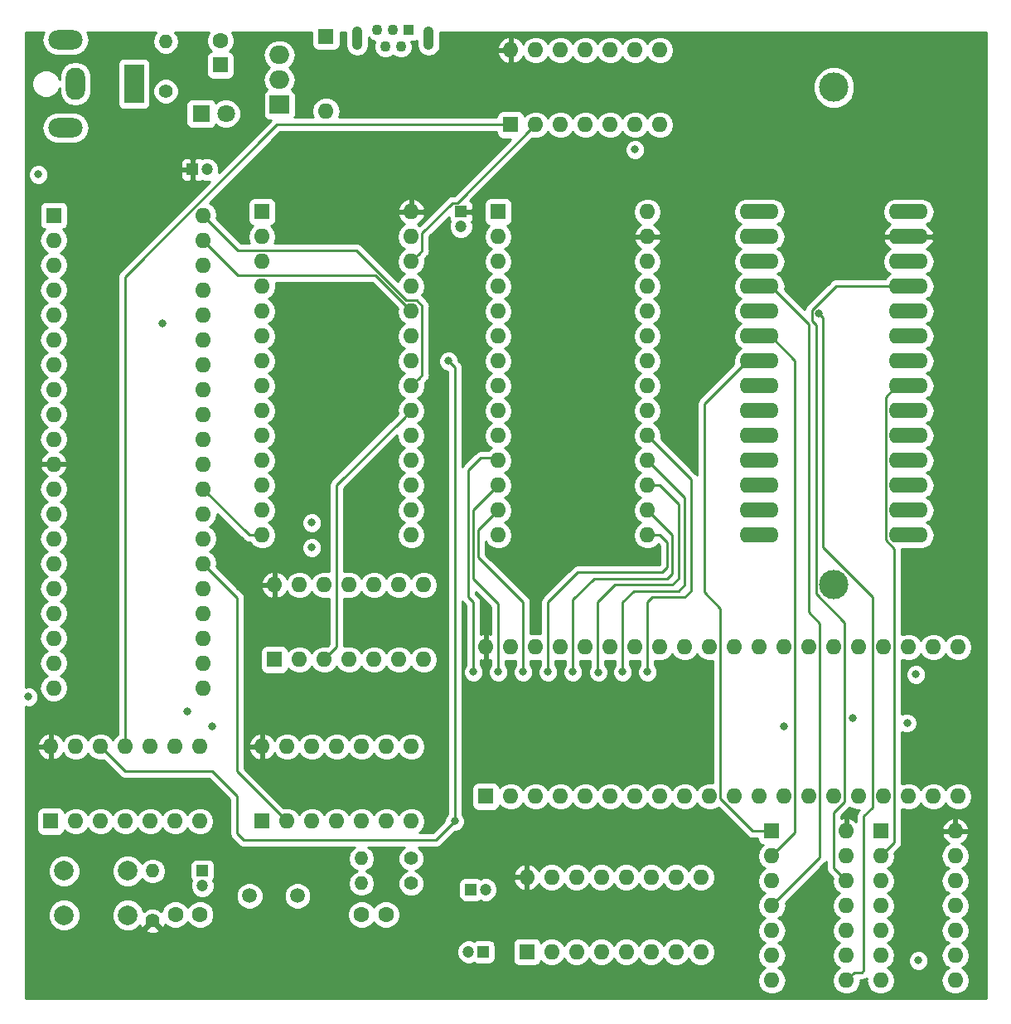
<source format=gbr>
G04 #@! TF.GenerationSoftware,KiCad,Pcbnew,(5.0.0)*
G04 #@! TF.CreationDate,2018-09-23T22:59:08+02:00*
G04 #@! TF.ProjectId,RED_80,5245445F38302E6B696361645F706362,rev?*
G04 #@! TF.SameCoordinates,Original*
G04 #@! TF.FileFunction,Copper,L2,Inr,Signal*
G04 #@! TF.FilePolarity,Positive*
%FSLAX46Y46*%
G04 Gerber Fmt 4.6, Leading zero omitted, Abs format (unit mm)*
G04 Created by KiCad (PCBNEW (5.0.0)) date 09/23/18 22:59:08*
%MOMM*%
%LPD*%
G01*
G04 APERTURE LIST*
G04 #@! TA.AperFunction,ViaPad*
%ADD10R,2.000000X4.000000*%
G04 #@! TD*
G04 #@! TA.AperFunction,ViaPad*
%ADD11O,2.000000X3.300000*%
G04 #@! TD*
G04 #@! TA.AperFunction,ViaPad*
%ADD12O,3.500000X2.000000*%
G04 #@! TD*
G04 #@! TA.AperFunction,ViaPad*
%ADD13R,1.600000X1.600000*%
G04 #@! TD*
G04 #@! TA.AperFunction,ViaPad*
%ADD14O,1.600000X1.600000*%
G04 #@! TD*
G04 #@! TA.AperFunction,WasherPad*
%ADD15C,3.000000*%
G04 #@! TD*
G04 #@! TA.AperFunction,ViaPad*
%ADD16O,4.000000X1.600000*%
G04 #@! TD*
G04 #@! TA.AperFunction,ViaPad*
%ADD17R,1.200000X1.200000*%
G04 #@! TD*
G04 #@! TA.AperFunction,ViaPad*
%ADD18C,1.200000*%
G04 #@! TD*
G04 #@! TA.AperFunction,ViaPad*
%ADD19C,1.400000*%
G04 #@! TD*
G04 #@! TA.AperFunction,ViaPad*
%ADD20O,1.400000X1.400000*%
G04 #@! TD*
G04 #@! TA.AperFunction,ViaPad*
%ADD21C,2.000000*%
G04 #@! TD*
G04 #@! TA.AperFunction,ViaPad*
%ADD22C,1.600000*%
G04 #@! TD*
G04 #@! TA.AperFunction,ViaPad*
%ADD23C,1.500000*%
G04 #@! TD*
G04 #@! TA.AperFunction,ViaPad*
%ADD24C,1.800000*%
G04 #@! TD*
G04 #@! TA.AperFunction,ViaPad*
%ADD25R,1.800000X1.800000*%
G04 #@! TD*
G04 #@! TA.AperFunction,ViaPad*
%ADD26R,1.100000X1.100000*%
G04 #@! TD*
G04 #@! TA.AperFunction,ViaPad*
%ADD27C,1.100000*%
G04 #@! TD*
G04 #@! TA.AperFunction,ViaPad*
%ADD28O,1.100000X2.400000*%
G04 #@! TD*
G04 #@! TA.AperFunction,ViaPad*
%ADD29R,2.000000X1.905000*%
G04 #@! TD*
G04 #@! TA.AperFunction,ViaPad*
%ADD30O,2.000000X1.905000*%
G04 #@! TD*
G04 #@! TA.AperFunction,ViaPad*
%ADD31C,0.800000*%
G04 #@! TD*
G04 #@! TA.AperFunction,Conductor*
%ADD32C,0.250000*%
G04 #@! TD*
G04 #@! TA.AperFunction,Conductor*
%ADD33C,0.254000*%
G04 #@! TD*
G04 APERTURE END LIST*
D10*
G04 #@! TO.N,/DC_IN*
G04 #@! TO.C,J1*
X113919000Y-56769000D03*
D11*
G04 #@! TO.N,GND*
X107919000Y-56769000D03*
D12*
G04 #@! TO.N,N/C*
X106919000Y-52269000D03*
X106919000Y-61269000D03*
G04 #@! TD*
D13*
G04 #@! TO.N,/A14*
G04 #@! TO.C,U2*
X127000000Y-69850000D03*
D14*
G04 #@! TO.N,/D3*
X142240000Y-102870000D03*
G04 #@! TO.N,/A12*
X127000000Y-72390000D03*
G04 #@! TO.N,/D4*
X142240000Y-100330000D03*
G04 #@! TO.N,/A7*
X127000000Y-74930000D03*
G04 #@! TO.N,/D5*
X142240000Y-97790000D03*
G04 #@! TO.N,/A6*
X127000000Y-77470000D03*
G04 #@! TO.N,/D6*
X142240000Y-95250000D03*
G04 #@! TO.N,/A5*
X127000000Y-80010000D03*
G04 #@! TO.N,/D7*
X142240000Y-92710000D03*
G04 #@! TO.N,/A4*
X127000000Y-82550000D03*
G04 #@! TO.N,/RAM_ENABLE*
X142240000Y-90170000D03*
G04 #@! TO.N,/A3*
X127000000Y-85090000D03*
G04 #@! TO.N,/A10*
X142240000Y-87630000D03*
G04 #@! TO.N,/A2*
X127000000Y-87630000D03*
G04 #@! TO.N,SIG_MRD*
X142240000Y-85090000D03*
G04 #@! TO.N,/A1*
X127000000Y-90170000D03*
G04 #@! TO.N,/A11*
X142240000Y-82550000D03*
G04 #@! TO.N,/A0*
X127000000Y-92710000D03*
G04 #@! TO.N,/A9*
X142240000Y-80010000D03*
G04 #@! TO.N,/D0*
X127000000Y-95250000D03*
G04 #@! TO.N,/A8*
X142240000Y-77470000D03*
G04 #@! TO.N,/D1*
X127000000Y-97790000D03*
G04 #@! TO.N,SYS_USER_SELECT*
X142240000Y-74930000D03*
G04 #@! TO.N,/D2*
X127000000Y-100330000D03*
G04 #@! TO.N,SIG_MWR*
X142240000Y-72390000D03*
G04 #@! TO.N,GND*
X127000000Y-102870000D03*
G04 #@! TO.N,MAIN_5V*
X142240000Y-69850000D03*
G04 #@! TD*
D13*
G04 #@! TO.N,Net-(C7-Pad1)*
G04 #@! TO.C,U11*
X154051000Y-145415000D03*
D14*
G04 #@! TO.N,Net-(U11-Pad9)*
X171831000Y-137795000D03*
G04 #@! TO.N,Net-(U11-Pad2)*
X156591000Y-145415000D03*
G04 #@! TO.N,Net-(U11-Pad10)*
X169291000Y-137795000D03*
G04 #@! TO.N,Net-(C7-Pad2)*
X159131000Y-145415000D03*
G04 #@! TO.N,Net-(U10-Pad11)*
X166751000Y-137795000D03*
G04 #@! TO.N,Net-(C8-Pad1)*
X161671000Y-145415000D03*
G04 #@! TO.N,Net-(U10-Pad10)*
X164211000Y-137795000D03*
G04 #@! TO.N,Net-(C8-Pad2)*
X164211000Y-145415000D03*
G04 #@! TO.N,RS232_RX*
X161671000Y-137795000D03*
G04 #@! TO.N,Net-(U11-Pad6)*
X166751000Y-145415000D03*
G04 #@! TO.N,RS232_TX*
X159131000Y-137795000D03*
G04 #@! TO.N,Net-(U11-Pad7)*
X169291000Y-145415000D03*
G04 #@! TO.N,GND*
X156591000Y-137795000D03*
G04 #@! TO.N,Net-(U11-Pad8)*
X171831000Y-145415000D03*
G04 #@! TO.N,MAIN_5V*
X154051000Y-137795000D03*
G04 #@! TD*
G04 #@! TO.N,Net-(U6-Pad28)*
G04 #@! TO.C,U6*
X166370000Y-69850000D03*
G04 #@! TO.N,GND*
X151130000Y-102870000D03*
G04 #@! TO.N,MAIN_5V*
X166370000Y-72390000D03*
G04 #@! TO.N,/D2*
X151130000Y-100330000D03*
G04 #@! TO.N,Net-(U6-Pad26)*
X166370000Y-74930000D03*
G04 #@! TO.N,/D1*
X151130000Y-97790000D03*
G04 #@! TO.N,/A8*
X166370000Y-77470000D03*
G04 #@! TO.N,/D0*
X151130000Y-95250000D03*
G04 #@! TO.N,/A9*
X166370000Y-80010000D03*
G04 #@! TO.N,/A0*
X151130000Y-92710000D03*
G04 #@! TO.N,/A11*
X166370000Y-82550000D03*
G04 #@! TO.N,/A1*
X151130000Y-90170000D03*
G04 #@! TO.N,GND*
X166370000Y-85090000D03*
G04 #@! TO.N,/A2*
X151130000Y-87630000D03*
G04 #@! TO.N,/A10*
X166370000Y-87630000D03*
G04 #@! TO.N,/A3*
X151130000Y-85090000D03*
G04 #@! TO.N,SYS_ROM_ENABLE*
X166370000Y-90170000D03*
G04 #@! TO.N,/A4*
X151130000Y-82550000D03*
G04 #@! TO.N,/D7*
X166370000Y-92710000D03*
G04 #@! TO.N,/A5*
X151130000Y-80010000D03*
G04 #@! TO.N,/D6*
X166370000Y-95250000D03*
G04 #@! TO.N,/A6*
X151130000Y-77470000D03*
G04 #@! TO.N,/D5*
X166370000Y-97790000D03*
G04 #@! TO.N,/A7*
X151130000Y-74930000D03*
G04 #@! TO.N,/D4*
X166370000Y-100330000D03*
G04 #@! TO.N,/A12*
X151130000Y-72390000D03*
G04 #@! TO.N,/D3*
X166370000Y-102870000D03*
D13*
G04 #@! TO.N,Net-(U6-Pad1)*
X151130000Y-69850000D03*
G04 #@! TD*
D15*
G04 #@! TO.N,*
G04 #@! TO.C,U7*
X185420000Y-107950000D03*
X185420000Y-57150000D03*
D16*
G04 #@! TO.N,GND*
X177800000Y-102870000D03*
G04 #@! TO.N,/D3*
X193040000Y-102870000D03*
G04 #@! TO.N,/D2*
X177800000Y-100330000D03*
G04 #@! TO.N,/D4*
X193040000Y-100330000D03*
G04 #@! TO.N,/D1*
X177800000Y-97790000D03*
G04 #@! TO.N,/D5*
X193040000Y-97790000D03*
G04 #@! TO.N,/D0*
X177800000Y-95250000D03*
G04 #@! TO.N,/D6*
X193040000Y-95250000D03*
G04 #@! TO.N,/A0*
X177800000Y-92710000D03*
G04 #@! TO.N,/D7*
X193040000Y-92710000D03*
G04 #@! TO.N,/A1*
X177800000Y-90170000D03*
G04 #@! TO.N,USER_ROM_ENABLE*
X193040000Y-90170000D03*
G04 #@! TO.N,/A2*
X177800000Y-87630000D03*
G04 #@! TO.N,/A10*
X193040000Y-87630000D03*
G04 #@! TO.N,/A3*
X177800000Y-85090000D03*
G04 #@! TO.N,GND*
X193040000Y-85090000D03*
G04 #@! TO.N,/A4*
X177800000Y-82550000D03*
G04 #@! TO.N,/A11*
X193040000Y-82550000D03*
G04 #@! TO.N,/A5*
X177800000Y-80010000D03*
G04 #@! TO.N,/A9*
X193040000Y-80010000D03*
G04 #@! TO.N,/A6*
X177800000Y-77470000D03*
G04 #@! TO.N,/A8*
X193040000Y-77470000D03*
G04 #@! TO.N,/A7*
X177800000Y-74930000D03*
G04 #@! TO.N,Net-(U7-Pad26)*
X193040000Y-74930000D03*
G04 #@! TO.N,/A12*
X177800000Y-72390000D03*
G04 #@! TO.N,MAIN_5V*
X193040000Y-72390000D03*
G04 #@! TO.N,Net-(U7-Pad1)*
X177800000Y-69850000D03*
G04 #@! TO.N,Net-(U7-Pad28)*
X193040000Y-69850000D03*
G04 #@! TD*
D13*
G04 #@! TO.N,/A11*
G04 #@! TO.C,U1*
X105715001Y-70205001D03*
D14*
G04 #@! TO.N,Net-(U1-Pad21)*
X120955001Y-118465001D03*
G04 #@! TO.N,/A12*
X105715001Y-72745001D03*
G04 #@! TO.N,Net-(U1-Pad22)*
X120955001Y-115925001D03*
G04 #@! TO.N,SYS_USER_SELECT*
X105715001Y-75285001D03*
G04 #@! TO.N,Net-(U1-Pad23)*
X120955001Y-113385001D03*
G04 #@! TO.N,/A14*
X105715001Y-77825001D03*
G04 #@! TO.N,Net-(U1-Pad24)*
X120955001Y-110845001D03*
G04 #@! TO.N,/A15*
X105715001Y-80365001D03*
G04 #@! TO.N,Net-(U1-Pad25)*
X120955001Y-108305001D03*
G04 #@! TO.N,CPU_CLK*
X105715001Y-82905001D03*
G04 #@! TO.N,SIG_RST*
X120955001Y-105765001D03*
G04 #@! TO.N,/D4*
X105715001Y-85445001D03*
G04 #@! TO.N,Net-(U1-Pad27)*
X120955001Y-103225001D03*
G04 #@! TO.N,/D3*
X105715001Y-87985001D03*
G04 #@! TO.N,Net-(U1-Pad28)*
X120955001Y-100685001D03*
G04 #@! TO.N,/D5*
X105715001Y-90525001D03*
G04 #@! TO.N,GND*
X120955001Y-98145001D03*
G04 #@! TO.N,/D6*
X105715001Y-93065001D03*
G04 #@! TO.N,/A0*
X120955001Y-95605001D03*
G04 #@! TO.N,MAIN_5V*
X105715001Y-95605001D03*
G04 #@! TO.N,/A1*
X120955001Y-93065001D03*
G04 #@! TO.N,/D2*
X105715001Y-98145001D03*
G04 #@! TO.N,/A2*
X120955001Y-90525001D03*
G04 #@! TO.N,/D7*
X105715001Y-100685001D03*
G04 #@! TO.N,/A3*
X120955001Y-87985001D03*
G04 #@! TO.N,/D0*
X105715001Y-103225001D03*
G04 #@! TO.N,/A4*
X120955001Y-85445001D03*
G04 #@! TO.N,/D1*
X105715001Y-105765001D03*
G04 #@! TO.N,/A5*
X120955001Y-82905001D03*
G04 #@! TO.N,Net-(U1-Pad16)*
X105715001Y-108305001D03*
G04 #@! TO.N,/A6*
X120955001Y-80365001D03*
G04 #@! TO.N,Net-(U1-Pad17)*
X105715001Y-110845001D03*
G04 #@! TO.N,/A7*
X120955001Y-77825001D03*
G04 #@! TO.N,Net-(U1-Pad18)*
X105715001Y-113385001D03*
G04 #@! TO.N,/A8*
X120955001Y-75285001D03*
G04 #@! TO.N,Net-(U1-Pad19)*
X105715001Y-115925001D03*
G04 #@! TO.N,/A9*
X120955001Y-72745001D03*
G04 #@! TO.N,Net-(U1-Pad20)*
X105715001Y-118465001D03*
G04 #@! TO.N,/A10*
X120955001Y-70205001D03*
G04 #@! TD*
D13*
G04 #@! TO.N,Net-(C3-Pad1)*
G04 #@! TO.C,U5*
X127000000Y-132080000D03*
D14*
G04 #@! TO.N,N/C*
X142240000Y-124460000D03*
G04 #@! TO.N,SIG_RST*
X129540000Y-132080000D03*
G04 #@! TO.N,N/C*
X139700000Y-124460000D03*
G04 #@! TO.N,Net-(C4-Pad1)*
X132080000Y-132080000D03*
G04 #@! TO.N,N/C*
X137160000Y-124460000D03*
G04 #@! TO.N,Net-(R2-Pad1)*
X134620000Y-132080000D03*
G04 #@! TO.N,N/C*
X134620000Y-124460000D03*
G04 #@! TO.N,Net-(R2-Pad1)*
X137160000Y-132080000D03*
G04 #@! TO.N,N/C*
X132080000Y-124460000D03*
G04 #@! TO.N,CPU_CLK*
X139700000Y-132080000D03*
G04 #@! TO.N,N/C*
X129540000Y-124460000D03*
G04 #@! TO.N,GND*
X142240000Y-132080000D03*
G04 #@! TO.N,MAIN_5V*
X127000000Y-124460000D03*
G04 #@! TD*
D13*
G04 #@! TO.N,Net-(U1-Pad19)*
G04 #@! TO.C,U4*
X105410000Y-132080000D03*
D14*
G04 #@! TO.N,/A15*
X120650000Y-124460000D03*
G04 #@! TO.N,Net-(U1-Pad21)*
X107950000Y-132080000D03*
G04 #@! TO.N,/A14*
X118110000Y-124460000D03*
G04 #@! TO.N,SIG_MRD*
X110490000Y-132080000D03*
G04 #@! TO.N,Net-(U4-Pad10)*
X115570000Y-124460000D03*
G04 #@! TO.N,SIG_MWR*
X113030000Y-132080000D03*
G04 #@! TO.N,ROM_BANK_ON*
X113030000Y-124460000D03*
G04 #@! TO.N,Net-(U1-Pad22)*
X115570000Y-132080000D03*
G04 #@! TO.N,SIG_MRD*
X110490000Y-124460000D03*
G04 #@! TO.N,Net-(U1-Pad19)*
X118110000Y-132080000D03*
G04 #@! TO.N,Net-(U4-Pad10)*
X107950000Y-124460000D03*
G04 #@! TO.N,GND*
X120650000Y-132080000D03*
G04 #@! TO.N,MAIN_5V*
X105410000Y-124460000D03*
G04 #@! TD*
D17*
G04 #@! TO.N,MAIN_5V*
G04 #@! TO.C,C1*
X119888000Y-65532000D03*
D18*
G04 #@! TO.N,GND*
X121388000Y-65532000D03*
G04 #@! TD*
D17*
G04 #@! TO.N,MAIN_5V*
G04 #@! TO.C,C2*
X147320000Y-69850000D03*
D18*
G04 #@! TO.N,GND*
X147320000Y-71350000D03*
G04 #@! TD*
D13*
G04 #@! TO.N,/A15*
G04 #@! TO.C,U3*
X128270000Y-115570000D03*
D14*
G04 #@! TO.N,Net-(U13-Pad6)*
X143510000Y-107950000D03*
G04 #@! TO.N,/A15*
X130810000Y-115570000D03*
G04 #@! TO.N,Net-(U13-Pad6)*
X140970000Y-107950000D03*
G04 #@! TO.N,/RAM_ENABLE*
X133350000Y-115570000D03*
G04 #@! TO.N,Net-(U10-Pad12)*
X138430000Y-107950000D03*
G04 #@! TO.N,/USER_ROM_SELECTED*
X135890000Y-115570000D03*
G04 #@! TO.N,N/C*
X135890000Y-107950000D03*
G04 #@! TO.N,SYS_USER_SELECT*
X138430000Y-115570000D03*
G04 #@! TO.N,N/C*
X133350000Y-107950000D03*
G04 #@! TO.N,SYS_USER_SELECT*
X140970000Y-115570000D03*
G04 #@! TO.N,N/C*
X130810000Y-107950000D03*
G04 #@! TO.N,GND*
X143510000Y-115570000D03*
G04 #@! TO.N,MAIN_5V*
X128270000Y-107950000D03*
G04 #@! TD*
D17*
G04 #@! TO.N,Net-(C3-Pad1)*
G04 #@! TO.C,C3*
X120904000Y-137160000D03*
D18*
G04 #@! TO.N,GND*
X120904000Y-138660000D03*
G04 #@! TD*
D19*
G04 #@! TO.N,MAIN_5V*
G04 #@! TO.C,R1*
X115824000Y-142240000D03*
D20*
G04 #@! TO.N,Net-(C3-Pad1)*
X115824000Y-137160000D03*
G04 #@! TD*
D21*
G04 #@! TO.N,GND*
G04 #@! TO.C,SW1*
X106784000Y-141660000D03*
G04 #@! TO.N,Net-(C3-Pad1)*
X106784000Y-137160000D03*
G04 #@! TO.N,GND*
X113284000Y-141660000D03*
G04 #@! TO.N,Net-(C3-Pad1)*
X113284000Y-137160000D03*
G04 #@! TD*
D22*
G04 #@! TO.N,Net-(C4-Pad1)*
G04 #@! TO.C,C4*
X120650000Y-141605000D03*
G04 #@! TO.N,GND*
X118150000Y-141605000D03*
G04 #@! TD*
G04 #@! TO.N,GND*
G04 #@! TO.C,C5*
X139660000Y-141605000D03*
G04 #@! TO.N,Net-(C5-Pad1)*
X137160000Y-141605000D03*
G04 #@! TD*
D19*
G04 #@! TO.N,Net-(R2-Pad1)*
G04 #@! TO.C,R2*
X142240000Y-135890000D03*
D20*
G04 #@! TO.N,Net-(C4-Pad1)*
X137160000Y-135890000D03*
G04 #@! TD*
G04 #@! TO.N,Net-(C5-Pad1)*
G04 #@! TO.C,R3*
X137160000Y-138430000D03*
D19*
G04 #@! TO.N,Net-(R2-Pad1)*
X142240000Y-138430000D03*
G04 #@! TD*
D23*
G04 #@! TO.N,Net-(C4-Pad1)*
G04 #@! TO.C,Y1*
X125730000Y-139700000D03*
G04 #@! TO.N,Net-(C5-Pad1)*
X130630000Y-139700000D03*
G04 #@! TD*
D13*
G04 #@! TO.N,ROM_BANK_ON*
G04 #@! TO.C,U8*
X152400000Y-60960000D03*
D14*
G04 #@! TO.N,N/C*
X167640000Y-53340000D03*
G04 #@! TO.N,SYS_USER_SELECT*
X154940000Y-60960000D03*
G04 #@! TO.N,N/C*
X165100000Y-53340000D03*
G04 #@! TO.N,SYS_ROM_ENABLE*
X157480000Y-60960000D03*
G04 #@! TO.N,N/C*
X162560000Y-53340000D03*
G04 #@! TO.N,USER_ROM_ENABLE*
X160020000Y-60960000D03*
G04 #@! TO.N,N/C*
X160020000Y-53340000D03*
G04 #@! TO.N,ROM_BANK_ON*
X162560000Y-60960000D03*
G04 #@! TO.N,N/C*
X157480000Y-53340000D03*
G04 #@! TO.N,/USER_ROM_SELECTED*
X165100000Y-60960000D03*
G04 #@! TO.N,N/C*
X154940000Y-53340000D03*
G04 #@! TO.N,GND*
X167640000Y-60960000D03*
G04 #@! TO.N,MAIN_5V*
X152400000Y-53340000D03*
G04 #@! TD*
D13*
G04 #@! TO.N,/DC_IN*
G04 #@! TO.C,C6*
X122745500Y-54864000D03*
D22*
G04 #@! TO.N,GND*
X122745500Y-52364000D03*
G04 #@! TD*
D24*
G04 #@! TO.N,MIAN_5V*
G04 #@! TO.C,D1*
X123317000Y-59817000D03*
D25*
G04 #@! TO.N,Net-(D1-Pad1)*
X120777000Y-59817000D03*
G04 #@! TD*
D26*
G04 #@! TO.N,/DC+5*
G04 #@! TO.C,J2*
X141986000Y-51244500D03*
D27*
G04 #@! TO.N,Net-(J2-Pad2)*
X141186000Y-52994500D03*
G04 #@! TO.N,Net-(J2-Pad3)*
X140386000Y-51244500D03*
G04 #@! TO.N,Net-(J2-Pad4)*
X139586000Y-52994500D03*
G04 #@! TO.N,GND*
X138786000Y-51244500D03*
D28*
X144036000Y-52119500D03*
X136736000Y-52119500D03*
G04 #@! TD*
D20*
G04 #@! TO.N,GND*
G04 #@! TO.C,R4*
X117157500Y-52451000D03*
D19*
G04 #@! TO.N,Net-(D1-Pad1)*
X117157500Y-57531000D03*
G04 #@! TD*
D13*
G04 #@! TO.N,/DC+5*
G04 #@! TO.C,SW2*
X133540500Y-51943000D03*
D14*
G04 #@! TO.N,MIAN_5V*
X133540500Y-59563000D03*
G04 #@! TD*
D29*
G04 #@! TO.N,/DC_IN*
G04 #@! TO.C,U9*
X128778000Y-58928000D03*
D30*
G04 #@! TO.N,GND*
X128778000Y-56388000D03*
G04 #@! TO.N,/DC+5*
X128778000Y-53848000D03*
G04 #@! TD*
D17*
G04 #@! TO.N,Net-(C7-Pad1)*
G04 #@! TO.C,C7*
X149606000Y-145415000D03*
D18*
G04 #@! TO.N,Net-(C7-Pad2)*
X148106000Y-145415000D03*
G04 #@! TD*
G04 #@! TO.N,Net-(C8-Pad2)*
G04 #@! TO.C,C8*
X149836000Y-139065000D03*
D17*
G04 #@! TO.N,Net-(C8-Pad1)*
X148336000Y-139065000D03*
G04 #@! TD*
D13*
G04 #@! TO.N,/D0*
G04 #@! TO.C,U10*
X149860000Y-129540000D03*
D14*
G04 #@! TO.N,SIG_MRD*
X198120000Y-114300000D03*
G04 #@! TO.N,/D1*
X152400000Y-129540000D03*
G04 #@! TO.N,GND*
X195580000Y-114300000D03*
G04 #@! TO.N,/D2*
X154940000Y-129540000D03*
G04 #@! TO.N,Net-(U10-Pad23)*
X193040000Y-114300000D03*
G04 #@! TO.N,/D3*
X157480000Y-129540000D03*
G04 #@! TO.N,Net-(U10-Pad24)*
X190500000Y-114300000D03*
G04 #@! TO.N,/D4*
X160020000Y-129540000D03*
G04 #@! TO.N,GND*
X187960000Y-114300000D03*
G04 #@! TO.N,/D5*
X162560000Y-129540000D03*
G04 #@! TO.N,/A2*
X185420000Y-114300000D03*
G04 #@! TO.N,/D6*
X165100000Y-129540000D03*
G04 #@! TO.N,/A1*
X182880000Y-114300000D03*
G04 #@! TO.N,/D7*
X167640000Y-129540000D03*
G04 #@! TO.N,/A0*
X180340000Y-114300000D03*
G04 #@! TO.N,Net-(U10-Pad15)*
X170180000Y-129540000D03*
G04 #@! TO.N,Net-(U10-Pad29)*
X177800000Y-114300000D03*
G04 #@! TO.N,Net-(U10-Pad10)*
X172720000Y-129540000D03*
G04 #@! TO.N,Net-(U10-Pad30)*
X175260000Y-114300000D03*
G04 #@! TO.N,Net-(U10-Pad11)*
X175260000Y-129540000D03*
G04 #@! TO.N,Net-(U10-Pad31)*
X172720000Y-114300000D03*
G04 #@! TO.N,Net-(U10-Pad12)*
X177800000Y-129540000D03*
G04 #@! TO.N,Net-(U10-Pad32)*
X170180000Y-114300000D03*
G04 #@! TO.N,/A14*
X180340000Y-129540000D03*
G04 #@! TO.N,Net-(U10-Pad33)*
X167640000Y-114300000D03*
G04 #@! TO.N,/A15*
X182880000Y-129540000D03*
G04 #@! TO.N,Net-(U10-Pad34)*
X165100000Y-114300000D03*
G04 #@! TO.N,Net-(U10-Pad15)*
X185420000Y-129540000D03*
G04 #@! TO.N,Net-(U10-Pad35)*
X162560000Y-114300000D03*
G04 #@! TO.N,Net-(U10-Pad16)*
X187960000Y-129540000D03*
G04 #@! TO.N,Net-(U10-Pad36)*
X160020000Y-114300000D03*
G04 #@! TO.N,Net-(U10-Pad17)*
X190500000Y-129540000D03*
G04 #@! TO.N,Net-(U10-Pad37)*
X157480000Y-114300000D03*
G04 #@! TO.N,SIG_MWR*
X193040000Y-129540000D03*
G04 #@! TO.N,Net-(U10-Pad38)*
X154940000Y-114300000D03*
G04 #@! TO.N,GND*
X195580000Y-129540000D03*
G04 #@! TO.N,Net-(U10-Pad39)*
X152400000Y-114300000D03*
G04 #@! TO.N,GND*
X198120000Y-129540000D03*
G04 #@! TO.N,MAIN_5V*
X149860000Y-114300000D03*
G04 #@! TD*
G04 #@! TO.N,MAIN_5V*
G04 #@! TO.C,U12*
X186700816Y-133084329D03*
G04 #@! TO.N,GND*
X179080816Y-148324329D03*
G04 #@! TO.N,/A9*
X186700816Y-135624329D03*
G04 #@! TO.N,Net-(U12-Pad11)*
X179080816Y-145784329D03*
G04 #@! TO.N,/A8*
X186700816Y-138164329D03*
G04 #@! TO.N,/A7*
X179080816Y-143244329D03*
G04 #@! TO.N,Net-(U12-Pad11)*
X186700816Y-140704329D03*
G04 #@! TO.N,/A6*
X179080816Y-140704329D03*
G04 #@! TO.N,Net-(U12-Pad10)*
X186700816Y-143244329D03*
G04 #@! TO.N,Net-(U12-Pad3)*
X179080816Y-138164329D03*
X186700816Y-145784329D03*
G04 #@! TO.N,/A4*
X179080816Y-135624329D03*
G04 #@! TO.N,/A5*
X186700816Y-148324329D03*
D13*
G04 #@! TO.N,/A3*
X179080816Y-133084329D03*
G04 #@! TD*
G04 #@! TO.N,Net-(U12-Pad10)*
G04 #@! TO.C,U13*
X190205815Y-133084329D03*
D14*
G04 #@! TO.N,/A11*
X197825815Y-148324329D03*
G04 #@! TO.N,/A10*
X190205815Y-135624329D03*
G04 #@! TO.N,Net-(U13-Pad3)*
X197825815Y-145784329D03*
X190205815Y-138164329D03*
G04 #@! TO.N,N/C*
X197825815Y-143244329D03*
G04 #@! TO.N,/A12*
X190205815Y-140704329D03*
G04 #@! TO.N,N/C*
X197825815Y-140704329D03*
G04 #@! TO.N,SYS_USER_SELECT*
X190205815Y-143244329D03*
G04 #@! TO.N,N/C*
X197825815Y-138164329D03*
G04 #@! TO.N,Net-(U13-Pad6)*
X190205815Y-145784329D03*
G04 #@! TO.N,N/C*
X197825815Y-135624329D03*
G04 #@! TO.N,GND*
X190205815Y-148324329D03*
G04 #@! TO.N,MAIN_5V*
X197825815Y-133084329D03*
G04 #@! TD*
D31*
G04 #@! TO.N,GND*
X132080000Y-101600000D03*
X132080000Y-104140000D03*
X165100000Y-63500000D03*
X187325000Y-121539000D03*
X192913000Y-122047000D03*
X119380000Y-120904000D03*
X194056000Y-146304000D03*
X121920000Y-122428000D03*
G04 #@! TO.N,MAIN_5V*
X147320000Y-66040000D03*
X152400000Y-66040000D03*
G04 #@! TO.N,/A11*
X116840000Y-81280000D03*
G04 #@! TO.N,/A14*
X103124000Y-119379980D03*
G04 #@! TO.N,/A15*
X180340000Y-122428000D03*
G04 #@! TO.N,/D4*
X158750000Y-116840000D03*
G04 #@! TO.N,/D3*
X156210000Y-116839990D03*
G04 #@! TO.N,/D5*
X161370862Y-116871091D03*
G04 #@! TO.N,/D6*
X163830000Y-116840000D03*
G04 #@! TO.N,/D2*
X153670000Y-116840008D03*
G04 #@! TO.N,/D7*
X166370000Y-116839998D03*
G04 #@! TO.N,/D0*
X148590000Y-116840000D03*
G04 #@! TO.N,/D1*
X151130000Y-116840000D03*
G04 #@! TO.N,/A5*
X183896000Y-80264000D03*
G04 #@! TO.N,SIG_MRD*
X146050058Y-85090000D03*
X146685000Y-132080000D03*
G04 #@! TO.N,SIG_MWR*
X104140000Y-66040000D03*
G04 #@! TO.N,Net-(U13-Pad6)*
X193802000Y-117094000D03*
G04 #@! TD*
D32*
G04 #@! TO.N,GND*
X125680000Y-102870000D02*
X120955001Y-98145001D01*
X127000000Y-102870000D02*
X125680000Y-102870000D01*
G04 #@! TO.N,/D4*
X166370000Y-100330000D02*
X168910000Y-102870000D01*
X158750000Y-109474000D02*
X158750000Y-116840000D01*
X168403411Y-107315000D02*
X160909000Y-107315000D01*
X168910000Y-106808411D02*
X168403411Y-107315000D01*
X168910000Y-102870000D02*
X168910000Y-106808411D01*
X160909000Y-107315000D02*
X158750000Y-109474000D01*
G04 #@! TO.N,/D3*
X156210000Y-109728000D02*
X156210000Y-116839990D01*
X167640000Y-102870000D02*
X168402000Y-103632000D01*
X166370000Y-102870000D02*
X167640000Y-102870000D01*
X168402000Y-103632000D02*
X168402000Y-106172000D01*
X168402000Y-106172000D02*
X167894000Y-106680000D01*
X167894000Y-106680000D02*
X159258000Y-106680000D01*
X159258000Y-106680000D02*
X156210000Y-109728000D01*
G04 #@! TO.N,/D5*
X161389896Y-116852057D02*
X161370862Y-116871091D01*
X161389896Y-116780727D02*
X161389896Y-116852057D01*
X167640000Y-97790000D02*
X166370000Y-97790000D01*
X169545000Y-99695000D02*
X167640000Y-97790000D01*
X161290000Y-116790229D02*
X161290000Y-109728000D01*
X161370862Y-116871091D02*
X161290000Y-116790229D01*
X161290000Y-109728000D02*
X163068000Y-107950000D01*
X163068000Y-107950000D02*
X168910000Y-107950000D01*
X168910000Y-107950000D02*
X169545000Y-107315000D01*
X169545000Y-107315000D02*
X169545000Y-99695000D01*
G04 #@! TO.N,/D6*
X163830000Y-109728000D02*
X163830000Y-116840000D01*
X166370000Y-95250000D02*
X170180000Y-99060000D01*
X170180000Y-107950000D02*
X169545000Y-108585000D01*
X170180000Y-99060000D02*
X170180000Y-107950000D01*
X169545000Y-108585000D02*
X164973000Y-108585000D01*
X164973000Y-108585000D02*
X163830000Y-109728000D01*
G04 #@! TO.N,/D2*
X153670000Y-109728000D02*
X153670000Y-116840008D01*
X151130000Y-100330000D02*
X149098000Y-102362000D01*
X149098000Y-102362000D02*
X149098000Y-105156000D01*
X149098000Y-105156000D02*
X153670000Y-109728000D01*
G04 #@! TO.N,/D7*
X166370000Y-109728000D02*
X166370000Y-116839998D01*
X166370000Y-92710000D02*
X170815000Y-97155000D01*
X170180000Y-109220000D02*
X166878000Y-109220000D01*
X170815000Y-97155000D02*
X170815000Y-108585000D01*
X170815000Y-108585000D02*
X170180000Y-109220000D01*
X166878000Y-109220000D02*
X166370000Y-109728000D01*
G04 #@! TO.N,/A3*
X173845001Y-129790003D02*
X173845001Y-110345001D01*
X179080816Y-133084329D02*
X177139327Y-133084329D01*
X177139327Y-133084329D02*
X173845001Y-129790003D01*
X173845001Y-110345001D02*
X172212000Y-108712000D01*
X176600000Y-85090000D02*
X177800000Y-85090000D01*
X172212000Y-89478000D02*
X176600000Y-85090000D01*
X172212000Y-108712000D02*
X172212000Y-89478000D01*
G04 #@! TO.N,/D0*
X150876000Y-94996000D02*
X149352000Y-94996000D01*
X151130000Y-95250000D02*
X150876000Y-94996000D01*
X149352000Y-94996000D02*
X149098000Y-95250000D01*
X149098000Y-95250000D02*
X148844000Y-95504000D01*
X148590000Y-109728000D02*
X148590000Y-116840000D01*
X149098000Y-95250000D02*
X148082000Y-96266000D01*
X148082000Y-96266000D02*
X148082000Y-109220000D01*
X148590000Y-109728000D02*
X148082000Y-109220000D01*
G04 #@! TO.N,/A4*
X179000000Y-82550000D02*
X177800000Y-82550000D01*
X181465001Y-85015001D02*
X179000000Y-82550000D01*
X181465001Y-133240144D02*
X181465001Y-85015001D01*
X179080816Y-135624329D02*
X181465001Y-133240144D01*
G04 #@! TO.N,/D1*
X148590000Y-100330000D02*
X151130000Y-97790000D01*
X148590000Y-107315000D02*
X148590000Y-100330000D01*
X151130000Y-116840000D02*
X151130000Y-109855000D01*
X151130000Y-109855000D02*
X148590000Y-107315000D01*
G04 #@! TO.N,/A5*
X187500815Y-147524330D02*
X188263670Y-147524330D01*
X186700816Y-148324329D02*
X187500815Y-147524330D01*
X188263670Y-147524330D02*
X188468000Y-147320000D01*
X188468000Y-147320000D02*
X188468000Y-131572000D01*
X189374999Y-109203997D02*
X184311002Y-104140000D01*
X188468000Y-131572000D02*
X189374999Y-130665001D01*
X189374999Y-130665001D02*
X189374999Y-109203997D01*
X184311002Y-104140000D02*
X184311002Y-80679002D01*
X184311002Y-80679002D02*
X183896000Y-80264000D01*
G04 #@! TO.N,/A6*
X179000000Y-77470000D02*
X177800000Y-77470000D01*
X182880000Y-81350000D02*
X179000000Y-77470000D01*
X182880000Y-110744000D02*
X182880000Y-81350000D01*
X184005001Y-111869001D02*
X182880000Y-110744000D01*
X184005001Y-135780144D02*
X184005001Y-111869001D01*
X179080816Y-140704329D02*
X184005001Y-135780144D01*
G04 #@! TO.N,/A8*
X185616998Y-77470000D02*
X193040000Y-77470000D01*
X183170999Y-81004589D02*
X183170999Y-79915999D01*
X183170999Y-79915999D02*
X185616998Y-77470000D01*
X183594999Y-108826001D02*
X183594999Y-81428589D01*
X186545001Y-111776003D02*
X183594999Y-108826001D01*
X183594999Y-81428589D02*
X183170999Y-81004589D01*
X186545001Y-130080001D02*
X186545001Y-111776003D01*
X185420000Y-136883513D02*
X185420000Y-131205002D01*
X185420000Y-131205002D02*
X186545001Y-130080001D01*
X186700816Y-138164329D02*
X185420000Y-136883513D01*
G04 #@! TO.N,/A9*
X141440001Y-79210001D02*
X142240000Y-80010000D01*
X138574999Y-76344999D02*
X141440001Y-79210001D01*
X124554999Y-76344999D02*
X138574999Y-76344999D01*
X120955001Y-72745001D02*
X124554999Y-76344999D01*
G04 #@! TO.N,/A10*
X143365001Y-79469999D02*
X143365001Y-86504999D01*
X142780001Y-78884999D02*
X143365001Y-79469999D01*
X143039999Y-86830001D02*
X142240000Y-87630000D01*
X143365001Y-86504999D02*
X143039999Y-86830001D01*
X141751409Y-78884999D02*
X142780001Y-78884999D01*
X136671409Y-73804999D02*
X141751409Y-78884999D01*
X124554999Y-73804999D02*
X136671409Y-73804999D01*
X120955001Y-70205001D02*
X124554999Y-73804999D01*
X191840000Y-87630000D02*
X193040000Y-87630000D01*
X190714990Y-88755010D02*
X191840000Y-87630000D01*
X190714990Y-103335994D02*
X190714990Y-88755010D01*
X191625001Y-104246005D02*
X190714990Y-103335994D01*
X191625001Y-134205143D02*
X191625001Y-104246005D01*
X190205815Y-135624329D02*
X191625001Y-134205143D01*
G04 #@! TO.N,SIG_MRD*
X146050058Y-85090058D02*
X146050058Y-85090000D01*
X144780000Y-133985000D02*
X146685000Y-132080000D01*
X113030000Y-127000000D02*
X121920000Y-127000000D01*
X110490000Y-124460000D02*
X113030000Y-127000000D01*
X121920000Y-127000000D02*
X124460000Y-129540000D01*
X146685000Y-85725000D02*
X146050058Y-85090058D01*
X124460000Y-129540000D02*
X124460000Y-133350000D01*
X124460000Y-133350000D02*
X125095000Y-133985000D01*
X125095000Y-133985000D02*
X144780000Y-133985000D01*
X146685000Y-132080000D02*
X146685000Y-85725000D01*
G04 #@! TO.N,SIG_RST*
X129540000Y-132080000D02*
X124460000Y-127000000D01*
X124460000Y-109270000D02*
X120955001Y-105765001D01*
X124460000Y-127000000D02*
X124460000Y-109270000D01*
G04 #@! TO.N,SYS_USER_SELECT*
X143039999Y-74130001D02*
X142240000Y-74930000D01*
X143365001Y-73804999D02*
X143039999Y-74130001D01*
X143365001Y-72019997D02*
X143365001Y-73804999D01*
X146459999Y-68924999D02*
X143365001Y-72019997D01*
X146975001Y-68924999D02*
X146459999Y-68924999D01*
X154940000Y-60960000D02*
X146975001Y-68924999D01*
G04 #@! TO.N,ROM_BANK_ON*
X113030000Y-76465000D02*
X113030000Y-124460000D01*
X128535000Y-60960000D02*
X113030000Y-76465000D01*
X152400000Y-60960000D02*
X128535000Y-60960000D01*
G04 #@! TO.N,/RAM_ENABLE*
X141440001Y-90969999D02*
X142240000Y-90170000D01*
X134620000Y-97790000D02*
X141440001Y-90969999D01*
X134620000Y-114300000D02*
X134620000Y-97790000D01*
X133350000Y-115570000D02*
X134620000Y-114300000D01*
G04 #@! TD*
D33*
G04 #@! TO.N,MAIN_5V*
G36*
X104628864Y-51631055D02*
X104501969Y-52269000D01*
X104628864Y-52906945D01*
X104990231Y-53447769D01*
X105531055Y-53809136D01*
X106007969Y-53904000D01*
X107830031Y-53904000D01*
X108306945Y-53809136D01*
X108847769Y-53447769D01*
X109209136Y-52906945D01*
X109336031Y-52269000D01*
X109209136Y-51631055D01*
X109128250Y-51510000D01*
X116180666Y-51510000D01*
X115899958Y-51930109D01*
X115796346Y-52451000D01*
X115899958Y-52971891D01*
X116195019Y-53413481D01*
X116636609Y-53708542D01*
X117026015Y-53786000D01*
X117288985Y-53786000D01*
X117678391Y-53708542D01*
X118119981Y-53413481D01*
X118415042Y-52971891D01*
X118518654Y-52451000D01*
X118415042Y-51930109D01*
X118134334Y-51510000D01*
X121570104Y-51510000D01*
X121528966Y-51551138D01*
X121310500Y-52078561D01*
X121310500Y-52649439D01*
X121528966Y-53176862D01*
X121798003Y-53445899D01*
X121697735Y-53465843D01*
X121487691Y-53606191D01*
X121347343Y-53816235D01*
X121298060Y-54064000D01*
X121298060Y-55664000D01*
X121347343Y-55911765D01*
X121487691Y-56121809D01*
X121697735Y-56262157D01*
X121945500Y-56311440D01*
X123545500Y-56311440D01*
X123793265Y-56262157D01*
X124003309Y-56121809D01*
X124143657Y-55911765D01*
X124192940Y-55664000D01*
X124192940Y-54064000D01*
X124143657Y-53816235D01*
X124003309Y-53606191D01*
X123793265Y-53465843D01*
X123692997Y-53445899D01*
X123962034Y-53176862D01*
X124180500Y-52649439D01*
X124180500Y-52078561D01*
X123962034Y-51551138D01*
X123920896Y-51510000D01*
X132093060Y-51510000D01*
X132093060Y-52743000D01*
X132142343Y-52990765D01*
X132282691Y-53200809D01*
X132492735Y-53341157D01*
X132740500Y-53390440D01*
X134340500Y-53390440D01*
X134588265Y-53341157D01*
X134798309Y-53200809D01*
X134938657Y-52990765D01*
X134987940Y-52743000D01*
X134987940Y-51510000D01*
X135551000Y-51510000D01*
X135551000Y-52886209D01*
X135619755Y-53231863D01*
X135881663Y-53623837D01*
X136273636Y-53885745D01*
X136736000Y-53977715D01*
X137198363Y-53885745D01*
X137590337Y-53623837D01*
X137852245Y-53231864D01*
X137921000Y-52886210D01*
X137921000Y-52055344D01*
X138114751Y-52249095D01*
X138539284Y-52424941D01*
X138401000Y-52758789D01*
X138401000Y-53230211D01*
X138581405Y-53665749D01*
X138914751Y-53999095D01*
X139350289Y-54179500D01*
X139821711Y-54179500D01*
X140257249Y-53999095D01*
X140386000Y-53870344D01*
X140514751Y-53999095D01*
X140950289Y-54179500D01*
X141421711Y-54179500D01*
X141857249Y-53999095D01*
X142190595Y-53665749D01*
X142371000Y-53230211D01*
X142371000Y-52758789D01*
X142239757Y-52441940D01*
X142536000Y-52441940D01*
X142783765Y-52392657D01*
X142851000Y-52347732D01*
X142851000Y-52886209D01*
X142919755Y-53231863D01*
X143181663Y-53623837D01*
X143573636Y-53885745D01*
X144036000Y-53977715D01*
X144498363Y-53885745D01*
X144792752Y-53689041D01*
X151008086Y-53689041D01*
X151247611Y-54195134D01*
X151662577Y-54571041D01*
X152050961Y-54731904D01*
X152273000Y-54609915D01*
X152273000Y-53467000D01*
X151129371Y-53467000D01*
X151008086Y-53689041D01*
X144792752Y-53689041D01*
X144890337Y-53623837D01*
X145152245Y-53231864D01*
X145200164Y-52990959D01*
X151008086Y-52990959D01*
X151129371Y-53213000D01*
X152273000Y-53213000D01*
X152273000Y-52070085D01*
X152527000Y-52070085D01*
X152527000Y-53213000D01*
X152547000Y-53213000D01*
X152547000Y-53467000D01*
X152527000Y-53467000D01*
X152527000Y-54609915D01*
X152749039Y-54731904D01*
X153137423Y-54571041D01*
X153552389Y-54195134D01*
X153649053Y-53990892D01*
X153905423Y-54374577D01*
X154380091Y-54691740D01*
X154798667Y-54775000D01*
X155081333Y-54775000D01*
X155499909Y-54691740D01*
X155974577Y-54374577D01*
X156210000Y-54022242D01*
X156445423Y-54374577D01*
X156920091Y-54691740D01*
X157338667Y-54775000D01*
X157621333Y-54775000D01*
X158039909Y-54691740D01*
X158514577Y-54374577D01*
X158750000Y-54022242D01*
X158985423Y-54374577D01*
X159460091Y-54691740D01*
X159878667Y-54775000D01*
X160161333Y-54775000D01*
X160579909Y-54691740D01*
X161054577Y-54374577D01*
X161290000Y-54022242D01*
X161525423Y-54374577D01*
X162000091Y-54691740D01*
X162418667Y-54775000D01*
X162701333Y-54775000D01*
X163119909Y-54691740D01*
X163594577Y-54374577D01*
X163830000Y-54022242D01*
X164065423Y-54374577D01*
X164540091Y-54691740D01*
X164958667Y-54775000D01*
X165241333Y-54775000D01*
X165659909Y-54691740D01*
X166134577Y-54374577D01*
X166370000Y-54022242D01*
X166605423Y-54374577D01*
X167080091Y-54691740D01*
X167498667Y-54775000D01*
X167781333Y-54775000D01*
X168199909Y-54691740D01*
X168674577Y-54374577D01*
X168991740Y-53899909D01*
X169103113Y-53340000D01*
X168991740Y-52780091D01*
X168674577Y-52305423D01*
X168199909Y-51988260D01*
X167781333Y-51905000D01*
X167498667Y-51905000D01*
X167080091Y-51988260D01*
X166605423Y-52305423D01*
X166370000Y-52657758D01*
X166134577Y-52305423D01*
X165659909Y-51988260D01*
X165241333Y-51905000D01*
X164958667Y-51905000D01*
X164540091Y-51988260D01*
X164065423Y-52305423D01*
X163830000Y-52657758D01*
X163594577Y-52305423D01*
X163119909Y-51988260D01*
X162701333Y-51905000D01*
X162418667Y-51905000D01*
X162000091Y-51988260D01*
X161525423Y-52305423D01*
X161290000Y-52657758D01*
X161054577Y-52305423D01*
X160579909Y-51988260D01*
X160161333Y-51905000D01*
X159878667Y-51905000D01*
X159460091Y-51988260D01*
X158985423Y-52305423D01*
X158750000Y-52657758D01*
X158514577Y-52305423D01*
X158039909Y-51988260D01*
X157621333Y-51905000D01*
X157338667Y-51905000D01*
X156920091Y-51988260D01*
X156445423Y-52305423D01*
X156210000Y-52657758D01*
X155974577Y-52305423D01*
X155499909Y-51988260D01*
X155081333Y-51905000D01*
X154798667Y-51905000D01*
X154380091Y-51988260D01*
X153905423Y-52305423D01*
X153649053Y-52689108D01*
X153552389Y-52484866D01*
X153137423Y-52108959D01*
X152749039Y-51948096D01*
X152527000Y-52070085D01*
X152273000Y-52070085D01*
X152050961Y-51948096D01*
X151662577Y-52108959D01*
X151247611Y-52484866D01*
X151008086Y-52990959D01*
X145200164Y-52990959D01*
X145221000Y-52886210D01*
X145221000Y-51510000D01*
X200966001Y-51510000D01*
X200966000Y-150166000D01*
X102818000Y-150166000D01*
X102818000Y-145169343D01*
X146871000Y-145169343D01*
X146871000Y-145660657D01*
X147059018Y-146114571D01*
X147406429Y-146461982D01*
X147860343Y-146650000D01*
X148351657Y-146650000D01*
X148636683Y-146531938D01*
X148758235Y-146613157D01*
X149006000Y-146662440D01*
X150206000Y-146662440D01*
X150453765Y-146613157D01*
X150663809Y-146472809D01*
X150804157Y-146262765D01*
X150853440Y-146015000D01*
X150853440Y-144815000D01*
X150813658Y-144615000D01*
X152603560Y-144615000D01*
X152603560Y-146215000D01*
X152652843Y-146462765D01*
X152793191Y-146672809D01*
X153003235Y-146813157D01*
X153251000Y-146862440D01*
X154851000Y-146862440D01*
X155098765Y-146813157D01*
X155308809Y-146672809D01*
X155449157Y-146462765D01*
X155475785Y-146328894D01*
X155556423Y-146449577D01*
X156031091Y-146766740D01*
X156449667Y-146850000D01*
X156732333Y-146850000D01*
X157150909Y-146766740D01*
X157625577Y-146449577D01*
X157861000Y-146097242D01*
X158096423Y-146449577D01*
X158571091Y-146766740D01*
X158989667Y-146850000D01*
X159272333Y-146850000D01*
X159690909Y-146766740D01*
X160165577Y-146449577D01*
X160401000Y-146097242D01*
X160636423Y-146449577D01*
X161111091Y-146766740D01*
X161529667Y-146850000D01*
X161812333Y-146850000D01*
X162230909Y-146766740D01*
X162705577Y-146449577D01*
X162941000Y-146097242D01*
X163176423Y-146449577D01*
X163651091Y-146766740D01*
X164069667Y-146850000D01*
X164352333Y-146850000D01*
X164770909Y-146766740D01*
X165245577Y-146449577D01*
X165481000Y-146097242D01*
X165716423Y-146449577D01*
X166191091Y-146766740D01*
X166609667Y-146850000D01*
X166892333Y-146850000D01*
X167310909Y-146766740D01*
X167785577Y-146449577D01*
X168021000Y-146097242D01*
X168256423Y-146449577D01*
X168731091Y-146766740D01*
X169149667Y-146850000D01*
X169432333Y-146850000D01*
X169850909Y-146766740D01*
X170325577Y-146449577D01*
X170561000Y-146097242D01*
X170796423Y-146449577D01*
X171271091Y-146766740D01*
X171689667Y-146850000D01*
X171972333Y-146850000D01*
X172390909Y-146766740D01*
X172865577Y-146449577D01*
X173182740Y-145974909D01*
X173294113Y-145415000D01*
X173182740Y-144855091D01*
X172865577Y-144380423D01*
X172390909Y-144063260D01*
X171972333Y-143980000D01*
X171689667Y-143980000D01*
X171271091Y-144063260D01*
X170796423Y-144380423D01*
X170561000Y-144732758D01*
X170325577Y-144380423D01*
X169850909Y-144063260D01*
X169432333Y-143980000D01*
X169149667Y-143980000D01*
X168731091Y-144063260D01*
X168256423Y-144380423D01*
X168021000Y-144732758D01*
X167785577Y-144380423D01*
X167310909Y-144063260D01*
X166892333Y-143980000D01*
X166609667Y-143980000D01*
X166191091Y-144063260D01*
X165716423Y-144380423D01*
X165481000Y-144732758D01*
X165245577Y-144380423D01*
X164770909Y-144063260D01*
X164352333Y-143980000D01*
X164069667Y-143980000D01*
X163651091Y-144063260D01*
X163176423Y-144380423D01*
X162941000Y-144732758D01*
X162705577Y-144380423D01*
X162230909Y-144063260D01*
X161812333Y-143980000D01*
X161529667Y-143980000D01*
X161111091Y-144063260D01*
X160636423Y-144380423D01*
X160401000Y-144732758D01*
X160165577Y-144380423D01*
X159690909Y-144063260D01*
X159272333Y-143980000D01*
X158989667Y-143980000D01*
X158571091Y-144063260D01*
X158096423Y-144380423D01*
X157861000Y-144732758D01*
X157625577Y-144380423D01*
X157150909Y-144063260D01*
X156732333Y-143980000D01*
X156449667Y-143980000D01*
X156031091Y-144063260D01*
X155556423Y-144380423D01*
X155475785Y-144501106D01*
X155449157Y-144367235D01*
X155308809Y-144157191D01*
X155098765Y-144016843D01*
X154851000Y-143967560D01*
X153251000Y-143967560D01*
X153003235Y-144016843D01*
X152793191Y-144157191D01*
X152652843Y-144367235D01*
X152603560Y-144615000D01*
X150813658Y-144615000D01*
X150804157Y-144567235D01*
X150663809Y-144357191D01*
X150453765Y-144216843D01*
X150206000Y-144167560D01*
X149006000Y-144167560D01*
X148758235Y-144216843D01*
X148636683Y-144298062D01*
X148351657Y-144180000D01*
X147860343Y-144180000D01*
X147406429Y-144368018D01*
X147059018Y-144715429D01*
X146871000Y-145169343D01*
X102818000Y-145169343D01*
X102818000Y-141334778D01*
X105149000Y-141334778D01*
X105149000Y-141985222D01*
X105397914Y-142586153D01*
X105857847Y-143046086D01*
X106458778Y-143295000D01*
X107109222Y-143295000D01*
X107710153Y-143046086D01*
X108170086Y-142586153D01*
X108419000Y-141985222D01*
X108419000Y-141334778D01*
X111649000Y-141334778D01*
X111649000Y-141985222D01*
X111897914Y-142586153D01*
X112357847Y-143046086D01*
X112958778Y-143295000D01*
X113609222Y-143295000D01*
X113898263Y-143175275D01*
X115068331Y-143175275D01*
X115130169Y-143411042D01*
X115631122Y-143587419D01*
X116161440Y-143558664D01*
X116517831Y-143411042D01*
X116579669Y-143175275D01*
X115824000Y-142419605D01*
X115068331Y-143175275D01*
X113898263Y-143175275D01*
X114210153Y-143046086D01*
X114556142Y-142700097D01*
X114652958Y-142933831D01*
X114888725Y-142995669D01*
X115644395Y-142240000D01*
X115630252Y-142225858D01*
X115809858Y-142046252D01*
X115824000Y-142060395D01*
X115838142Y-142046252D01*
X116017748Y-142225858D01*
X116003605Y-142240000D01*
X116759275Y-142995669D01*
X116995042Y-142933831D01*
X117113366Y-142597762D01*
X117337138Y-142821534D01*
X117864561Y-143040000D01*
X118435439Y-143040000D01*
X118962862Y-142821534D01*
X119366534Y-142417862D01*
X119400000Y-142337068D01*
X119433466Y-142417862D01*
X119837138Y-142821534D01*
X120364561Y-143040000D01*
X120935439Y-143040000D01*
X121462862Y-142821534D01*
X121866534Y-142417862D01*
X122085000Y-141890439D01*
X122085000Y-141319561D01*
X135725000Y-141319561D01*
X135725000Y-141890439D01*
X135943466Y-142417862D01*
X136347138Y-142821534D01*
X136874561Y-143040000D01*
X137445439Y-143040000D01*
X137972862Y-142821534D01*
X138376534Y-142417862D01*
X138410000Y-142337068D01*
X138443466Y-142417862D01*
X138847138Y-142821534D01*
X139374561Y-143040000D01*
X139945439Y-143040000D01*
X140472862Y-142821534D01*
X140876534Y-142417862D01*
X141095000Y-141890439D01*
X141095000Y-141319561D01*
X140876534Y-140792138D01*
X140472862Y-140388466D01*
X139945439Y-140170000D01*
X139374561Y-140170000D01*
X138847138Y-140388466D01*
X138443466Y-140792138D01*
X138410000Y-140872932D01*
X138376534Y-140792138D01*
X137972862Y-140388466D01*
X137445439Y-140170000D01*
X136874561Y-140170000D01*
X136347138Y-140388466D01*
X135943466Y-140792138D01*
X135725000Y-141319561D01*
X122085000Y-141319561D01*
X121866534Y-140792138D01*
X121462862Y-140388466D01*
X120935439Y-140170000D01*
X120364561Y-140170000D01*
X119837138Y-140388466D01*
X119433466Y-140792138D01*
X119400000Y-140872932D01*
X119366534Y-140792138D01*
X118962862Y-140388466D01*
X118435439Y-140170000D01*
X117864561Y-140170000D01*
X117337138Y-140388466D01*
X116933466Y-140792138D01*
X116747220Y-141241776D01*
X116694918Y-141189474D01*
X116579669Y-141304723D01*
X116517831Y-141068958D01*
X116016878Y-140892581D01*
X115486560Y-140921336D01*
X115130169Y-141068958D01*
X115068331Y-141304723D01*
X114953082Y-141189474D01*
X114886424Y-141256132D01*
X114670086Y-140733847D01*
X114210153Y-140273914D01*
X113609222Y-140025000D01*
X112958778Y-140025000D01*
X112357847Y-140273914D01*
X111897914Y-140733847D01*
X111649000Y-141334778D01*
X108419000Y-141334778D01*
X108170086Y-140733847D01*
X107710153Y-140273914D01*
X107109222Y-140025000D01*
X106458778Y-140025000D01*
X105857847Y-140273914D01*
X105397914Y-140733847D01*
X105149000Y-141334778D01*
X102818000Y-141334778D01*
X102818000Y-136834778D01*
X105149000Y-136834778D01*
X105149000Y-137485222D01*
X105397914Y-138086153D01*
X105857847Y-138546086D01*
X106458778Y-138795000D01*
X107109222Y-138795000D01*
X107710153Y-138546086D01*
X108170086Y-138086153D01*
X108419000Y-137485222D01*
X108419000Y-136834778D01*
X111649000Y-136834778D01*
X111649000Y-137485222D01*
X111897914Y-138086153D01*
X112357847Y-138546086D01*
X112958778Y-138795000D01*
X113609222Y-138795000D01*
X114210153Y-138546086D01*
X114670086Y-138086153D01*
X114734055Y-137931718D01*
X114861519Y-138122481D01*
X115303109Y-138417542D01*
X115692515Y-138495000D01*
X115955485Y-138495000D01*
X116344891Y-138417542D01*
X116786481Y-138122481D01*
X117081542Y-137680891D01*
X117185154Y-137160000D01*
X117081542Y-136639109D01*
X117028684Y-136560000D01*
X119656560Y-136560000D01*
X119656560Y-137760000D01*
X119705843Y-138007765D01*
X119787062Y-138129317D01*
X119669000Y-138414343D01*
X119669000Y-138905657D01*
X119857018Y-139359571D01*
X120204429Y-139706982D01*
X120658343Y-139895000D01*
X121149657Y-139895000D01*
X121603571Y-139706982D01*
X121886047Y-139424506D01*
X124345000Y-139424506D01*
X124345000Y-139975494D01*
X124555853Y-140484540D01*
X124945460Y-140874147D01*
X125454506Y-141085000D01*
X126005494Y-141085000D01*
X126514540Y-140874147D01*
X126904147Y-140484540D01*
X127115000Y-139975494D01*
X127115000Y-139424506D01*
X129245000Y-139424506D01*
X129245000Y-139975494D01*
X129455853Y-140484540D01*
X129845460Y-140874147D01*
X130354506Y-141085000D01*
X130905494Y-141085000D01*
X131414540Y-140874147D01*
X131804147Y-140484540D01*
X132015000Y-139975494D01*
X132015000Y-139424506D01*
X131804147Y-138915460D01*
X131414540Y-138525853D01*
X130905494Y-138315000D01*
X130354506Y-138315000D01*
X129845460Y-138525853D01*
X129455853Y-138915460D01*
X129245000Y-139424506D01*
X127115000Y-139424506D01*
X126904147Y-138915460D01*
X126514540Y-138525853D01*
X126005494Y-138315000D01*
X125454506Y-138315000D01*
X124945460Y-138525853D01*
X124555853Y-138915460D01*
X124345000Y-139424506D01*
X121886047Y-139424506D01*
X121950982Y-139359571D01*
X122139000Y-138905657D01*
X122139000Y-138414343D01*
X122020938Y-138129317D01*
X122102157Y-138007765D01*
X122151440Y-137760000D01*
X122151440Y-136560000D01*
X122102157Y-136312235D01*
X121961809Y-136102191D01*
X121751765Y-135961843D01*
X121504000Y-135912560D01*
X120304000Y-135912560D01*
X120056235Y-135961843D01*
X119846191Y-136102191D01*
X119705843Y-136312235D01*
X119656560Y-136560000D01*
X117028684Y-136560000D01*
X116786481Y-136197519D01*
X116344891Y-135902458D01*
X115955485Y-135825000D01*
X115692515Y-135825000D01*
X115303109Y-135902458D01*
X114861519Y-136197519D01*
X114734055Y-136388282D01*
X114670086Y-136233847D01*
X114210153Y-135773914D01*
X113609222Y-135525000D01*
X112958778Y-135525000D01*
X112357847Y-135773914D01*
X111897914Y-136233847D01*
X111649000Y-136834778D01*
X108419000Y-136834778D01*
X108170086Y-136233847D01*
X107710153Y-135773914D01*
X107109222Y-135525000D01*
X106458778Y-135525000D01*
X105857847Y-135773914D01*
X105397914Y-136233847D01*
X105149000Y-136834778D01*
X102818000Y-136834778D01*
X102818000Y-131280000D01*
X103962560Y-131280000D01*
X103962560Y-132880000D01*
X104011843Y-133127765D01*
X104152191Y-133337809D01*
X104362235Y-133478157D01*
X104610000Y-133527440D01*
X106210000Y-133527440D01*
X106457765Y-133478157D01*
X106667809Y-133337809D01*
X106808157Y-133127765D01*
X106834785Y-132993894D01*
X106915423Y-133114577D01*
X107390091Y-133431740D01*
X107808667Y-133515000D01*
X108091333Y-133515000D01*
X108509909Y-133431740D01*
X108984577Y-133114577D01*
X109220000Y-132762242D01*
X109455423Y-133114577D01*
X109930091Y-133431740D01*
X110348667Y-133515000D01*
X110631333Y-133515000D01*
X111049909Y-133431740D01*
X111524577Y-133114577D01*
X111760000Y-132762242D01*
X111995423Y-133114577D01*
X112470091Y-133431740D01*
X112888667Y-133515000D01*
X113171333Y-133515000D01*
X113589909Y-133431740D01*
X114064577Y-133114577D01*
X114300000Y-132762242D01*
X114535423Y-133114577D01*
X115010091Y-133431740D01*
X115428667Y-133515000D01*
X115711333Y-133515000D01*
X116129909Y-133431740D01*
X116604577Y-133114577D01*
X116840000Y-132762242D01*
X117075423Y-133114577D01*
X117550091Y-133431740D01*
X117968667Y-133515000D01*
X118251333Y-133515000D01*
X118669909Y-133431740D01*
X119144577Y-133114577D01*
X119380000Y-132762242D01*
X119615423Y-133114577D01*
X120090091Y-133431740D01*
X120508667Y-133515000D01*
X120791333Y-133515000D01*
X121209909Y-133431740D01*
X121684577Y-133114577D01*
X122001740Y-132639909D01*
X122113113Y-132080000D01*
X122001740Y-131520091D01*
X121684577Y-131045423D01*
X121209909Y-130728260D01*
X120791333Y-130645000D01*
X120508667Y-130645000D01*
X120090091Y-130728260D01*
X119615423Y-131045423D01*
X119380000Y-131397758D01*
X119144577Y-131045423D01*
X118669909Y-130728260D01*
X118251333Y-130645000D01*
X117968667Y-130645000D01*
X117550091Y-130728260D01*
X117075423Y-131045423D01*
X116840000Y-131397758D01*
X116604577Y-131045423D01*
X116129909Y-130728260D01*
X115711333Y-130645000D01*
X115428667Y-130645000D01*
X115010091Y-130728260D01*
X114535423Y-131045423D01*
X114300000Y-131397758D01*
X114064577Y-131045423D01*
X113589909Y-130728260D01*
X113171333Y-130645000D01*
X112888667Y-130645000D01*
X112470091Y-130728260D01*
X111995423Y-131045423D01*
X111760000Y-131397758D01*
X111524577Y-131045423D01*
X111049909Y-130728260D01*
X110631333Y-130645000D01*
X110348667Y-130645000D01*
X109930091Y-130728260D01*
X109455423Y-131045423D01*
X109220000Y-131397758D01*
X108984577Y-131045423D01*
X108509909Y-130728260D01*
X108091333Y-130645000D01*
X107808667Y-130645000D01*
X107390091Y-130728260D01*
X106915423Y-131045423D01*
X106834785Y-131166106D01*
X106808157Y-131032235D01*
X106667809Y-130822191D01*
X106457765Y-130681843D01*
X106210000Y-130632560D01*
X104610000Y-130632560D01*
X104362235Y-130681843D01*
X104152191Y-130822191D01*
X104011843Y-131032235D01*
X103962560Y-131280000D01*
X102818000Y-131280000D01*
X102818000Y-124809041D01*
X104018086Y-124809041D01*
X104257611Y-125315134D01*
X104672577Y-125691041D01*
X105060961Y-125851904D01*
X105283000Y-125729915D01*
X105283000Y-124587000D01*
X104139371Y-124587000D01*
X104018086Y-124809041D01*
X102818000Y-124809041D01*
X102818000Y-124110959D01*
X104018086Y-124110959D01*
X104139371Y-124333000D01*
X105283000Y-124333000D01*
X105283000Y-123190085D01*
X105537000Y-123190085D01*
X105537000Y-124333000D01*
X105557000Y-124333000D01*
X105557000Y-124587000D01*
X105537000Y-124587000D01*
X105537000Y-125729915D01*
X105759039Y-125851904D01*
X106147423Y-125691041D01*
X106562389Y-125315134D01*
X106659053Y-125110892D01*
X106915423Y-125494577D01*
X107390091Y-125811740D01*
X107808667Y-125895000D01*
X108091333Y-125895000D01*
X108509909Y-125811740D01*
X108984577Y-125494577D01*
X109220000Y-125142242D01*
X109455423Y-125494577D01*
X109930091Y-125811740D01*
X110348667Y-125895000D01*
X110631333Y-125895000D01*
X110813886Y-125858688D01*
X112439673Y-127484476D01*
X112482071Y-127547929D01*
X112545524Y-127590327D01*
X112545526Y-127590329D01*
X112670902Y-127674102D01*
X112733463Y-127715904D01*
X112955148Y-127760000D01*
X112955152Y-127760000D01*
X113029999Y-127774888D01*
X113104846Y-127760000D01*
X121605199Y-127760000D01*
X123700000Y-129854803D01*
X123700001Y-133275148D01*
X123685112Y-133350000D01*
X123744097Y-133646537D01*
X123846794Y-133800233D01*
X123912072Y-133897929D01*
X123975528Y-133940329D01*
X124504671Y-134469473D01*
X124547071Y-134532929D01*
X124798463Y-134700904D01*
X125020148Y-134745000D01*
X125020152Y-134745000D01*
X125095000Y-134759888D01*
X125169848Y-134745000D01*
X136470678Y-134745000D01*
X136197519Y-134927519D01*
X135902458Y-135369109D01*
X135798846Y-135890000D01*
X135902458Y-136410891D01*
X136197519Y-136852481D01*
X136639109Y-137147542D01*
X136701739Y-137160000D01*
X136639109Y-137172458D01*
X136197519Y-137467519D01*
X135902458Y-137909109D01*
X135798846Y-138430000D01*
X135902458Y-138950891D01*
X136197519Y-139392481D01*
X136639109Y-139687542D01*
X137028515Y-139765000D01*
X137291485Y-139765000D01*
X137680891Y-139687542D01*
X138122481Y-139392481D01*
X138417542Y-138950891D01*
X138521154Y-138430000D01*
X138417542Y-137909109D01*
X138122481Y-137467519D01*
X137680891Y-137172458D01*
X137618261Y-137160000D01*
X137680891Y-137147542D01*
X138122481Y-136852481D01*
X138417542Y-136410891D01*
X138521154Y-135890000D01*
X138417542Y-135369109D01*
X138122481Y-134927519D01*
X137849322Y-134745000D01*
X141515752Y-134745000D01*
X141483783Y-134758242D01*
X141108242Y-135133783D01*
X140905000Y-135624452D01*
X140905000Y-136155548D01*
X141108242Y-136646217D01*
X141483783Y-137021758D01*
X141817528Y-137160000D01*
X141483783Y-137298242D01*
X141108242Y-137673783D01*
X140905000Y-138164452D01*
X140905000Y-138695548D01*
X141108242Y-139186217D01*
X141483783Y-139561758D01*
X141974452Y-139765000D01*
X142505548Y-139765000D01*
X142996217Y-139561758D01*
X143371758Y-139186217D01*
X143575000Y-138695548D01*
X143575000Y-138465000D01*
X147088560Y-138465000D01*
X147088560Y-139665000D01*
X147137843Y-139912765D01*
X147278191Y-140122809D01*
X147488235Y-140263157D01*
X147736000Y-140312440D01*
X148936000Y-140312440D01*
X149183765Y-140263157D01*
X149305317Y-140181938D01*
X149590343Y-140300000D01*
X150081657Y-140300000D01*
X150535571Y-140111982D01*
X150882982Y-139764571D01*
X151071000Y-139310657D01*
X151071000Y-138819343D01*
X150882982Y-138365429D01*
X150661594Y-138144041D01*
X152659086Y-138144041D01*
X152898611Y-138650134D01*
X153313577Y-139026041D01*
X153701961Y-139186904D01*
X153924000Y-139064915D01*
X153924000Y-137922000D01*
X152780371Y-137922000D01*
X152659086Y-138144041D01*
X150661594Y-138144041D01*
X150535571Y-138018018D01*
X150081657Y-137830000D01*
X149590343Y-137830000D01*
X149305317Y-137948062D01*
X149183765Y-137866843D01*
X148936000Y-137817560D01*
X147736000Y-137817560D01*
X147488235Y-137866843D01*
X147278191Y-138007191D01*
X147137843Y-138217235D01*
X147088560Y-138465000D01*
X143575000Y-138465000D01*
X143575000Y-138164452D01*
X143371758Y-137673783D01*
X143143934Y-137445959D01*
X152659086Y-137445959D01*
X152780371Y-137668000D01*
X153924000Y-137668000D01*
X153924000Y-136525085D01*
X154178000Y-136525085D01*
X154178000Y-137668000D01*
X154198000Y-137668000D01*
X154198000Y-137922000D01*
X154178000Y-137922000D01*
X154178000Y-139064915D01*
X154400039Y-139186904D01*
X154788423Y-139026041D01*
X155203389Y-138650134D01*
X155300053Y-138445892D01*
X155556423Y-138829577D01*
X156031091Y-139146740D01*
X156449667Y-139230000D01*
X156732333Y-139230000D01*
X157150909Y-139146740D01*
X157625577Y-138829577D01*
X157861000Y-138477242D01*
X158096423Y-138829577D01*
X158571091Y-139146740D01*
X158989667Y-139230000D01*
X159272333Y-139230000D01*
X159690909Y-139146740D01*
X160165577Y-138829577D01*
X160401000Y-138477242D01*
X160636423Y-138829577D01*
X161111091Y-139146740D01*
X161529667Y-139230000D01*
X161812333Y-139230000D01*
X162230909Y-139146740D01*
X162705577Y-138829577D01*
X162941000Y-138477242D01*
X163176423Y-138829577D01*
X163651091Y-139146740D01*
X164069667Y-139230000D01*
X164352333Y-139230000D01*
X164770909Y-139146740D01*
X165245577Y-138829577D01*
X165481000Y-138477242D01*
X165716423Y-138829577D01*
X166191091Y-139146740D01*
X166609667Y-139230000D01*
X166892333Y-139230000D01*
X167310909Y-139146740D01*
X167785577Y-138829577D01*
X168021000Y-138477242D01*
X168256423Y-138829577D01*
X168731091Y-139146740D01*
X169149667Y-139230000D01*
X169432333Y-139230000D01*
X169850909Y-139146740D01*
X170325577Y-138829577D01*
X170561000Y-138477242D01*
X170796423Y-138829577D01*
X171271091Y-139146740D01*
X171689667Y-139230000D01*
X171972333Y-139230000D01*
X172390909Y-139146740D01*
X172865577Y-138829577D01*
X173182740Y-138354909D01*
X173294113Y-137795000D01*
X173182740Y-137235091D01*
X172865577Y-136760423D01*
X172390909Y-136443260D01*
X171972333Y-136360000D01*
X171689667Y-136360000D01*
X171271091Y-136443260D01*
X170796423Y-136760423D01*
X170561000Y-137112758D01*
X170325577Y-136760423D01*
X169850909Y-136443260D01*
X169432333Y-136360000D01*
X169149667Y-136360000D01*
X168731091Y-136443260D01*
X168256423Y-136760423D01*
X168021000Y-137112758D01*
X167785577Y-136760423D01*
X167310909Y-136443260D01*
X166892333Y-136360000D01*
X166609667Y-136360000D01*
X166191091Y-136443260D01*
X165716423Y-136760423D01*
X165481000Y-137112758D01*
X165245577Y-136760423D01*
X164770909Y-136443260D01*
X164352333Y-136360000D01*
X164069667Y-136360000D01*
X163651091Y-136443260D01*
X163176423Y-136760423D01*
X162941000Y-137112758D01*
X162705577Y-136760423D01*
X162230909Y-136443260D01*
X161812333Y-136360000D01*
X161529667Y-136360000D01*
X161111091Y-136443260D01*
X160636423Y-136760423D01*
X160401000Y-137112758D01*
X160165577Y-136760423D01*
X159690909Y-136443260D01*
X159272333Y-136360000D01*
X158989667Y-136360000D01*
X158571091Y-136443260D01*
X158096423Y-136760423D01*
X157861000Y-137112758D01*
X157625577Y-136760423D01*
X157150909Y-136443260D01*
X156732333Y-136360000D01*
X156449667Y-136360000D01*
X156031091Y-136443260D01*
X155556423Y-136760423D01*
X155300053Y-137144108D01*
X155203389Y-136939866D01*
X154788423Y-136563959D01*
X154400039Y-136403096D01*
X154178000Y-136525085D01*
X153924000Y-136525085D01*
X153701961Y-136403096D01*
X153313577Y-136563959D01*
X152898611Y-136939866D01*
X152659086Y-137445959D01*
X143143934Y-137445959D01*
X142996217Y-137298242D01*
X142662472Y-137160000D01*
X142996217Y-137021758D01*
X143371758Y-136646217D01*
X143575000Y-136155548D01*
X143575000Y-135624452D01*
X143371758Y-135133783D01*
X142996217Y-134758242D01*
X142964248Y-134745000D01*
X144705153Y-134745000D01*
X144780000Y-134759888D01*
X144854847Y-134745000D01*
X144854852Y-134745000D01*
X145076537Y-134700904D01*
X145327929Y-134532929D01*
X145370331Y-134469470D01*
X146724802Y-133115000D01*
X146890874Y-133115000D01*
X147271280Y-132957431D01*
X147562431Y-132666280D01*
X147720000Y-132285874D01*
X147720000Y-131874126D01*
X147562431Y-131493720D01*
X147445000Y-131376289D01*
X147445000Y-109634624D01*
X147457378Y-109653148D01*
X147534072Y-109767929D01*
X147597527Y-109810328D01*
X147830000Y-110042802D01*
X147830001Y-116136288D01*
X147712569Y-116253720D01*
X147555000Y-116634126D01*
X147555000Y-117045874D01*
X147712569Y-117426280D01*
X148003720Y-117717431D01*
X148384126Y-117875000D01*
X148795874Y-117875000D01*
X149176280Y-117717431D01*
X149467431Y-117426280D01*
X149625000Y-117045874D01*
X149625000Y-116634126D01*
X149467431Y-116253720D01*
X149350000Y-116136289D01*
X149350000Y-115625236D01*
X149510961Y-115691904D01*
X149733000Y-115569915D01*
X149733000Y-114427000D01*
X149713000Y-114427000D01*
X149713000Y-114173000D01*
X149733000Y-114173000D01*
X149733000Y-113030085D01*
X149510961Y-112908096D01*
X149350000Y-112974764D01*
X149350000Y-109802846D01*
X149364888Y-109727999D01*
X149350000Y-109653152D01*
X149350000Y-109653148D01*
X149305904Y-109431463D01*
X149219226Y-109301740D01*
X149180329Y-109243526D01*
X149180327Y-109243524D01*
X149137929Y-109180071D01*
X149074475Y-109137673D01*
X148842000Y-108905198D01*
X148842000Y-108641802D01*
X150370001Y-110169804D01*
X150370001Y-112974764D01*
X150209039Y-112908096D01*
X149987000Y-113030085D01*
X149987000Y-114173000D01*
X150007000Y-114173000D01*
X150007000Y-114427000D01*
X149987000Y-114427000D01*
X149987000Y-115569915D01*
X150209039Y-115691904D01*
X150370000Y-115625236D01*
X150370000Y-116136289D01*
X150252569Y-116253720D01*
X150095000Y-116634126D01*
X150095000Y-117045874D01*
X150252569Y-117426280D01*
X150543720Y-117717431D01*
X150924126Y-117875000D01*
X151335874Y-117875000D01*
X151716280Y-117717431D01*
X152007431Y-117426280D01*
X152165000Y-117045874D01*
X152165000Y-116634126D01*
X152007431Y-116253720D01*
X151890000Y-116136289D01*
X151890000Y-115661668D01*
X152258667Y-115735000D01*
X152541333Y-115735000D01*
X152910001Y-115661667D01*
X152910001Y-116136296D01*
X152792569Y-116253728D01*
X152635000Y-116634134D01*
X152635000Y-117045882D01*
X152792569Y-117426288D01*
X153083720Y-117717439D01*
X153464126Y-117875008D01*
X153875874Y-117875008D01*
X154256280Y-117717439D01*
X154547431Y-117426288D01*
X154705000Y-117045882D01*
X154705000Y-116634134D01*
X154547431Y-116253728D01*
X154430000Y-116136297D01*
X154430000Y-115661668D01*
X154798667Y-115735000D01*
X155081333Y-115735000D01*
X155450001Y-115661667D01*
X155450001Y-116136278D01*
X155332569Y-116253710D01*
X155175000Y-116634116D01*
X155175000Y-117045864D01*
X155332569Y-117426270D01*
X155623720Y-117717421D01*
X156004126Y-117874990D01*
X156415874Y-117874990D01*
X156796280Y-117717421D01*
X157087431Y-117426270D01*
X157245000Y-117045864D01*
X157245000Y-116634116D01*
X157087431Y-116253710D01*
X156970000Y-116136279D01*
X156970000Y-115661668D01*
X157338667Y-115735000D01*
X157621333Y-115735000D01*
X157990001Y-115661667D01*
X157990001Y-116136288D01*
X157872569Y-116253720D01*
X157715000Y-116634126D01*
X157715000Y-117045874D01*
X157872569Y-117426280D01*
X158163720Y-117717431D01*
X158544126Y-117875000D01*
X158955874Y-117875000D01*
X159336280Y-117717431D01*
X159627431Y-117426280D01*
X159785000Y-117045874D01*
X159785000Y-116634126D01*
X159627431Y-116253720D01*
X159510000Y-116136289D01*
X159510000Y-115661668D01*
X159878667Y-115735000D01*
X160161333Y-115735000D01*
X160530000Y-115661667D01*
X160530000Y-116248242D01*
X160493431Y-116284811D01*
X160335862Y-116665217D01*
X160335862Y-117076965D01*
X160493431Y-117457371D01*
X160784582Y-117748522D01*
X161164988Y-117906091D01*
X161576736Y-117906091D01*
X161957142Y-117748522D01*
X162248293Y-117457371D01*
X162405862Y-117076965D01*
X162405862Y-116665217D01*
X162248293Y-116284811D01*
X162050000Y-116086518D01*
X162050000Y-115661668D01*
X162418667Y-115735000D01*
X162701333Y-115735000D01*
X163070001Y-115661667D01*
X163070001Y-116136288D01*
X162952569Y-116253720D01*
X162795000Y-116634126D01*
X162795000Y-117045874D01*
X162952569Y-117426280D01*
X163243720Y-117717431D01*
X163624126Y-117875000D01*
X164035874Y-117875000D01*
X164416280Y-117717431D01*
X164707431Y-117426280D01*
X164865000Y-117045874D01*
X164865000Y-116634126D01*
X164707431Y-116253720D01*
X164590000Y-116136289D01*
X164590000Y-115661668D01*
X164958667Y-115735000D01*
X165241333Y-115735000D01*
X165610001Y-115661667D01*
X165610001Y-116136286D01*
X165492569Y-116253718D01*
X165335000Y-116634124D01*
X165335000Y-117045872D01*
X165492569Y-117426278D01*
X165783720Y-117717429D01*
X166164126Y-117874998D01*
X166575874Y-117874998D01*
X166956280Y-117717429D01*
X167247431Y-117426278D01*
X167405000Y-117045872D01*
X167405000Y-116634124D01*
X167247431Y-116253718D01*
X167130000Y-116136287D01*
X167130000Y-115661668D01*
X167498667Y-115735000D01*
X167781333Y-115735000D01*
X168199909Y-115651740D01*
X168674577Y-115334577D01*
X168910000Y-114982242D01*
X169145423Y-115334577D01*
X169620091Y-115651740D01*
X170038667Y-115735000D01*
X170321333Y-115735000D01*
X170739909Y-115651740D01*
X171214577Y-115334577D01*
X171450000Y-114982242D01*
X171685423Y-115334577D01*
X172160091Y-115651740D01*
X172578667Y-115735000D01*
X172861333Y-115735000D01*
X173085002Y-115690509D01*
X173085001Y-128149490D01*
X172861333Y-128105000D01*
X172578667Y-128105000D01*
X172160091Y-128188260D01*
X171685423Y-128505423D01*
X171450000Y-128857758D01*
X171214577Y-128505423D01*
X170739909Y-128188260D01*
X170321333Y-128105000D01*
X170038667Y-128105000D01*
X169620091Y-128188260D01*
X169145423Y-128505423D01*
X168910000Y-128857758D01*
X168674577Y-128505423D01*
X168199909Y-128188260D01*
X167781333Y-128105000D01*
X167498667Y-128105000D01*
X167080091Y-128188260D01*
X166605423Y-128505423D01*
X166370000Y-128857758D01*
X166134577Y-128505423D01*
X165659909Y-128188260D01*
X165241333Y-128105000D01*
X164958667Y-128105000D01*
X164540091Y-128188260D01*
X164065423Y-128505423D01*
X163830000Y-128857758D01*
X163594577Y-128505423D01*
X163119909Y-128188260D01*
X162701333Y-128105000D01*
X162418667Y-128105000D01*
X162000091Y-128188260D01*
X161525423Y-128505423D01*
X161290000Y-128857758D01*
X161054577Y-128505423D01*
X160579909Y-128188260D01*
X160161333Y-128105000D01*
X159878667Y-128105000D01*
X159460091Y-128188260D01*
X158985423Y-128505423D01*
X158750000Y-128857758D01*
X158514577Y-128505423D01*
X158039909Y-128188260D01*
X157621333Y-128105000D01*
X157338667Y-128105000D01*
X156920091Y-128188260D01*
X156445423Y-128505423D01*
X156210000Y-128857758D01*
X155974577Y-128505423D01*
X155499909Y-128188260D01*
X155081333Y-128105000D01*
X154798667Y-128105000D01*
X154380091Y-128188260D01*
X153905423Y-128505423D01*
X153670000Y-128857758D01*
X153434577Y-128505423D01*
X152959909Y-128188260D01*
X152541333Y-128105000D01*
X152258667Y-128105000D01*
X151840091Y-128188260D01*
X151365423Y-128505423D01*
X151284785Y-128626106D01*
X151258157Y-128492235D01*
X151117809Y-128282191D01*
X150907765Y-128141843D01*
X150660000Y-128092560D01*
X149060000Y-128092560D01*
X148812235Y-128141843D01*
X148602191Y-128282191D01*
X148461843Y-128492235D01*
X148412560Y-128740000D01*
X148412560Y-130340000D01*
X148461843Y-130587765D01*
X148602191Y-130797809D01*
X148812235Y-130938157D01*
X149060000Y-130987440D01*
X150660000Y-130987440D01*
X150907765Y-130938157D01*
X151117809Y-130797809D01*
X151258157Y-130587765D01*
X151284785Y-130453894D01*
X151365423Y-130574577D01*
X151840091Y-130891740D01*
X152258667Y-130975000D01*
X152541333Y-130975000D01*
X152959909Y-130891740D01*
X153434577Y-130574577D01*
X153670000Y-130222242D01*
X153905423Y-130574577D01*
X154380091Y-130891740D01*
X154798667Y-130975000D01*
X155081333Y-130975000D01*
X155499909Y-130891740D01*
X155974577Y-130574577D01*
X156210000Y-130222242D01*
X156445423Y-130574577D01*
X156920091Y-130891740D01*
X157338667Y-130975000D01*
X157621333Y-130975000D01*
X158039909Y-130891740D01*
X158514577Y-130574577D01*
X158750000Y-130222242D01*
X158985423Y-130574577D01*
X159460091Y-130891740D01*
X159878667Y-130975000D01*
X160161333Y-130975000D01*
X160579909Y-130891740D01*
X161054577Y-130574577D01*
X161290000Y-130222242D01*
X161525423Y-130574577D01*
X162000091Y-130891740D01*
X162418667Y-130975000D01*
X162701333Y-130975000D01*
X163119909Y-130891740D01*
X163594577Y-130574577D01*
X163830000Y-130222242D01*
X164065423Y-130574577D01*
X164540091Y-130891740D01*
X164958667Y-130975000D01*
X165241333Y-130975000D01*
X165659909Y-130891740D01*
X166134577Y-130574577D01*
X166370000Y-130222242D01*
X166605423Y-130574577D01*
X167080091Y-130891740D01*
X167498667Y-130975000D01*
X167781333Y-130975000D01*
X168199909Y-130891740D01*
X168674577Y-130574577D01*
X168910000Y-130222242D01*
X169145423Y-130574577D01*
X169620091Y-130891740D01*
X170038667Y-130975000D01*
X170321333Y-130975000D01*
X170739909Y-130891740D01*
X171214577Y-130574577D01*
X171450000Y-130222242D01*
X171685423Y-130574577D01*
X172160091Y-130891740D01*
X172578667Y-130975000D01*
X172861333Y-130975000D01*
X173279909Y-130891740D01*
X173634804Y-130654607D01*
X176548998Y-133568802D01*
X176591398Y-133632258D01*
X176842790Y-133800233D01*
X177064475Y-133844329D01*
X177064479Y-133844329D01*
X177139327Y-133859217D01*
X177214175Y-133844329D01*
X177633376Y-133844329D01*
X177633376Y-133884329D01*
X177682659Y-134132094D01*
X177823007Y-134342138D01*
X178033051Y-134482486D01*
X178166922Y-134509114D01*
X178046239Y-134589752D01*
X177729076Y-135064420D01*
X177617703Y-135624329D01*
X177729076Y-136184238D01*
X178046239Y-136658906D01*
X178398574Y-136894329D01*
X178046239Y-137129752D01*
X177729076Y-137604420D01*
X177617703Y-138164329D01*
X177729076Y-138724238D01*
X178046239Y-139198906D01*
X178398574Y-139434329D01*
X178046239Y-139669752D01*
X177729076Y-140144420D01*
X177617703Y-140704329D01*
X177729076Y-141264238D01*
X178046239Y-141738906D01*
X178398574Y-141974329D01*
X178046239Y-142209752D01*
X177729076Y-142684420D01*
X177617703Y-143244329D01*
X177729076Y-143804238D01*
X178046239Y-144278906D01*
X178398574Y-144514329D01*
X178046239Y-144749752D01*
X177729076Y-145224420D01*
X177617703Y-145784329D01*
X177729076Y-146344238D01*
X178046239Y-146818906D01*
X178398574Y-147054329D01*
X178046239Y-147289752D01*
X177729076Y-147764420D01*
X177617703Y-148324329D01*
X177729076Y-148884238D01*
X178046239Y-149358906D01*
X178520907Y-149676069D01*
X178939483Y-149759329D01*
X179222149Y-149759329D01*
X179640725Y-149676069D01*
X180115393Y-149358906D01*
X180432556Y-148884238D01*
X180543929Y-148324329D01*
X180432556Y-147764420D01*
X180115393Y-147289752D01*
X179763058Y-147054329D01*
X180115393Y-146818906D01*
X180432556Y-146344238D01*
X180543929Y-145784329D01*
X180432556Y-145224420D01*
X180115393Y-144749752D01*
X179763058Y-144514329D01*
X180115393Y-144278906D01*
X180432556Y-143804238D01*
X180543929Y-143244329D01*
X180432556Y-142684420D01*
X180115393Y-142209752D01*
X179763058Y-141974329D01*
X180115393Y-141738906D01*
X180432556Y-141264238D01*
X180543929Y-140704329D01*
X180479504Y-140380442D01*
X184489474Y-136370473D01*
X184552930Y-136328073D01*
X184660000Y-136167831D01*
X184660000Y-136808666D01*
X184645112Y-136883513D01*
X184660000Y-136958360D01*
X184660000Y-136958364D01*
X184704096Y-137180049D01*
X184872071Y-137431442D01*
X184935530Y-137473844D01*
X185302128Y-137840443D01*
X185237703Y-138164329D01*
X185349076Y-138724238D01*
X185666239Y-139198906D01*
X186018574Y-139434329D01*
X185666239Y-139669752D01*
X185349076Y-140144420D01*
X185237703Y-140704329D01*
X185349076Y-141264238D01*
X185666239Y-141738906D01*
X186018574Y-141974329D01*
X185666239Y-142209752D01*
X185349076Y-142684420D01*
X185237703Y-143244329D01*
X185349076Y-143804238D01*
X185666239Y-144278906D01*
X186018574Y-144514329D01*
X185666239Y-144749752D01*
X185349076Y-145224420D01*
X185237703Y-145784329D01*
X185349076Y-146344238D01*
X185666239Y-146818906D01*
X186018574Y-147054329D01*
X185666239Y-147289752D01*
X185349076Y-147764420D01*
X185237703Y-148324329D01*
X185349076Y-148884238D01*
X185666239Y-149358906D01*
X186140907Y-149676069D01*
X186559483Y-149759329D01*
X186842149Y-149759329D01*
X187260725Y-149676069D01*
X187735393Y-149358906D01*
X188052556Y-148884238D01*
X188163929Y-148324329D01*
X188155973Y-148284330D01*
X188188823Y-148284330D01*
X188263670Y-148299218D01*
X188338517Y-148284330D01*
X188338522Y-148284330D01*
X188560207Y-148240234D01*
X188789967Y-148086713D01*
X188742702Y-148324329D01*
X188854075Y-148884238D01*
X189171238Y-149358906D01*
X189645906Y-149676069D01*
X190064482Y-149759329D01*
X190347148Y-149759329D01*
X190765724Y-149676069D01*
X191240392Y-149358906D01*
X191557555Y-148884238D01*
X191668928Y-148324329D01*
X191557555Y-147764420D01*
X191240392Y-147289752D01*
X190888057Y-147054329D01*
X191240392Y-146818906D01*
X191557555Y-146344238D01*
X191606509Y-146098126D01*
X193021000Y-146098126D01*
X193021000Y-146509874D01*
X193178569Y-146890280D01*
X193469720Y-147181431D01*
X193850126Y-147339000D01*
X194261874Y-147339000D01*
X194642280Y-147181431D01*
X194933431Y-146890280D01*
X195091000Y-146509874D01*
X195091000Y-146098126D01*
X194933431Y-145717720D01*
X194642280Y-145426569D01*
X194261874Y-145269000D01*
X193850126Y-145269000D01*
X193469720Y-145426569D01*
X193178569Y-145717720D01*
X193021000Y-146098126D01*
X191606509Y-146098126D01*
X191668928Y-145784329D01*
X191557555Y-145224420D01*
X191240392Y-144749752D01*
X190888057Y-144514329D01*
X191240392Y-144278906D01*
X191557555Y-143804238D01*
X191668928Y-143244329D01*
X191557555Y-142684420D01*
X191240392Y-142209752D01*
X190888057Y-141974329D01*
X191240392Y-141738906D01*
X191557555Y-141264238D01*
X191668928Y-140704329D01*
X191557555Y-140144420D01*
X191240392Y-139669752D01*
X190888057Y-139434329D01*
X191240392Y-139198906D01*
X191557555Y-138724238D01*
X191668928Y-138164329D01*
X191557555Y-137604420D01*
X191240392Y-137129752D01*
X190888057Y-136894329D01*
X191240392Y-136658906D01*
X191557555Y-136184238D01*
X191668928Y-135624329D01*
X196362702Y-135624329D01*
X196474075Y-136184238D01*
X196791238Y-136658906D01*
X197143573Y-136894329D01*
X196791238Y-137129752D01*
X196474075Y-137604420D01*
X196362702Y-138164329D01*
X196474075Y-138724238D01*
X196791238Y-139198906D01*
X197143573Y-139434329D01*
X196791238Y-139669752D01*
X196474075Y-140144420D01*
X196362702Y-140704329D01*
X196474075Y-141264238D01*
X196791238Y-141738906D01*
X197143573Y-141974329D01*
X196791238Y-142209752D01*
X196474075Y-142684420D01*
X196362702Y-143244329D01*
X196474075Y-143804238D01*
X196791238Y-144278906D01*
X197143573Y-144514329D01*
X196791238Y-144749752D01*
X196474075Y-145224420D01*
X196362702Y-145784329D01*
X196474075Y-146344238D01*
X196791238Y-146818906D01*
X197143573Y-147054329D01*
X196791238Y-147289752D01*
X196474075Y-147764420D01*
X196362702Y-148324329D01*
X196474075Y-148884238D01*
X196791238Y-149358906D01*
X197265906Y-149676069D01*
X197684482Y-149759329D01*
X197967148Y-149759329D01*
X198385724Y-149676069D01*
X198860392Y-149358906D01*
X199177555Y-148884238D01*
X199288928Y-148324329D01*
X199177555Y-147764420D01*
X198860392Y-147289752D01*
X198508057Y-147054329D01*
X198860392Y-146818906D01*
X199177555Y-146344238D01*
X199288928Y-145784329D01*
X199177555Y-145224420D01*
X198860392Y-144749752D01*
X198508057Y-144514329D01*
X198860392Y-144278906D01*
X199177555Y-143804238D01*
X199288928Y-143244329D01*
X199177555Y-142684420D01*
X198860392Y-142209752D01*
X198508057Y-141974329D01*
X198860392Y-141738906D01*
X199177555Y-141264238D01*
X199288928Y-140704329D01*
X199177555Y-140144420D01*
X198860392Y-139669752D01*
X198508057Y-139434329D01*
X198860392Y-139198906D01*
X199177555Y-138724238D01*
X199288928Y-138164329D01*
X199177555Y-137604420D01*
X198860392Y-137129752D01*
X198508057Y-136894329D01*
X198860392Y-136658906D01*
X199177555Y-136184238D01*
X199288928Y-135624329D01*
X199177555Y-135064420D01*
X198860392Y-134589752D01*
X198476707Y-134333382D01*
X198680949Y-134236718D01*
X199056856Y-133821752D01*
X199217719Y-133433368D01*
X199095730Y-133211329D01*
X197952815Y-133211329D01*
X197952815Y-133231329D01*
X197698815Y-133231329D01*
X197698815Y-133211329D01*
X196555900Y-133211329D01*
X196433911Y-133433368D01*
X196594774Y-133821752D01*
X196970681Y-134236718D01*
X197174923Y-134333382D01*
X196791238Y-134589752D01*
X196474075Y-135064420D01*
X196362702Y-135624329D01*
X191668928Y-135624329D01*
X191604503Y-135300443D01*
X192109474Y-134795472D01*
X192172930Y-134753072D01*
X192340905Y-134501680D01*
X192385001Y-134279995D01*
X192385001Y-134279991D01*
X192399889Y-134205144D01*
X192385001Y-134130297D01*
X192385001Y-132735290D01*
X196433911Y-132735290D01*
X196555900Y-132957329D01*
X197698815Y-132957329D01*
X197698815Y-131813700D01*
X197952815Y-131813700D01*
X197952815Y-132957329D01*
X199095730Y-132957329D01*
X199217719Y-132735290D01*
X199056856Y-132346906D01*
X198680949Y-131931940D01*
X198174856Y-131692415D01*
X197952815Y-131813700D01*
X197698815Y-131813700D01*
X197476774Y-131692415D01*
X196970681Y-131931940D01*
X196594774Y-132346906D01*
X196433911Y-132735290D01*
X192385001Y-132735290D01*
X192385001Y-130828203D01*
X192480091Y-130891740D01*
X192898667Y-130975000D01*
X193181333Y-130975000D01*
X193599909Y-130891740D01*
X194074577Y-130574577D01*
X194310000Y-130222242D01*
X194545423Y-130574577D01*
X195020091Y-130891740D01*
X195438667Y-130975000D01*
X195721333Y-130975000D01*
X196139909Y-130891740D01*
X196614577Y-130574577D01*
X196850000Y-130222242D01*
X197085423Y-130574577D01*
X197560091Y-130891740D01*
X197978667Y-130975000D01*
X198261333Y-130975000D01*
X198679909Y-130891740D01*
X199154577Y-130574577D01*
X199471740Y-130099909D01*
X199583113Y-129540000D01*
X199471740Y-128980091D01*
X199154577Y-128505423D01*
X198679909Y-128188260D01*
X198261333Y-128105000D01*
X197978667Y-128105000D01*
X197560091Y-128188260D01*
X197085423Y-128505423D01*
X196850000Y-128857758D01*
X196614577Y-128505423D01*
X196139909Y-128188260D01*
X195721333Y-128105000D01*
X195438667Y-128105000D01*
X195020091Y-128188260D01*
X194545423Y-128505423D01*
X194310000Y-128857758D01*
X194074577Y-128505423D01*
X193599909Y-128188260D01*
X193181333Y-128105000D01*
X192898667Y-128105000D01*
X192480091Y-128188260D01*
X192385001Y-128251797D01*
X192385001Y-122948572D01*
X192707126Y-123082000D01*
X193118874Y-123082000D01*
X193499280Y-122924431D01*
X193790431Y-122633280D01*
X193948000Y-122252874D01*
X193948000Y-121841126D01*
X193790431Y-121460720D01*
X193499280Y-121169569D01*
X193118874Y-121012000D01*
X192707126Y-121012000D01*
X192385001Y-121145428D01*
X192385001Y-116888126D01*
X192767000Y-116888126D01*
X192767000Y-117299874D01*
X192924569Y-117680280D01*
X193215720Y-117971431D01*
X193596126Y-118129000D01*
X194007874Y-118129000D01*
X194388280Y-117971431D01*
X194679431Y-117680280D01*
X194837000Y-117299874D01*
X194837000Y-116888126D01*
X194679431Y-116507720D01*
X194388280Y-116216569D01*
X194007874Y-116059000D01*
X193596126Y-116059000D01*
X193215720Y-116216569D01*
X192924569Y-116507720D01*
X192767000Y-116888126D01*
X192385001Y-116888126D01*
X192385001Y-115588203D01*
X192480091Y-115651740D01*
X192898667Y-115735000D01*
X193181333Y-115735000D01*
X193599909Y-115651740D01*
X194074577Y-115334577D01*
X194310000Y-114982242D01*
X194545423Y-115334577D01*
X195020091Y-115651740D01*
X195438667Y-115735000D01*
X195721333Y-115735000D01*
X196139909Y-115651740D01*
X196614577Y-115334577D01*
X196850000Y-114982242D01*
X197085423Y-115334577D01*
X197560091Y-115651740D01*
X197978667Y-115735000D01*
X198261333Y-115735000D01*
X198679909Y-115651740D01*
X199154577Y-115334577D01*
X199471740Y-114859909D01*
X199583113Y-114300000D01*
X199471740Y-113740091D01*
X199154577Y-113265423D01*
X198679909Y-112948260D01*
X198261333Y-112865000D01*
X197978667Y-112865000D01*
X197560091Y-112948260D01*
X197085423Y-113265423D01*
X196850000Y-113617758D01*
X196614577Y-113265423D01*
X196139909Y-112948260D01*
X195721333Y-112865000D01*
X195438667Y-112865000D01*
X195020091Y-112948260D01*
X194545423Y-113265423D01*
X194310000Y-113617758D01*
X194074577Y-113265423D01*
X193599909Y-112948260D01*
X193181333Y-112865000D01*
X192898667Y-112865000D01*
X192480091Y-112948260D01*
X192385001Y-113011797D01*
X192385001Y-104320852D01*
X192388154Y-104305000D01*
X194381333Y-104305000D01*
X194799909Y-104221740D01*
X195274577Y-103904577D01*
X195591740Y-103429909D01*
X195703113Y-102870000D01*
X195591740Y-102310091D01*
X195274577Y-101835423D01*
X194922242Y-101600000D01*
X195274577Y-101364577D01*
X195591740Y-100889909D01*
X195703113Y-100330000D01*
X195591740Y-99770091D01*
X195274577Y-99295423D01*
X194922242Y-99060000D01*
X195274577Y-98824577D01*
X195591740Y-98349909D01*
X195703113Y-97790000D01*
X195591740Y-97230091D01*
X195274577Y-96755423D01*
X194922242Y-96520000D01*
X195274577Y-96284577D01*
X195591740Y-95809909D01*
X195703113Y-95250000D01*
X195591740Y-94690091D01*
X195274577Y-94215423D01*
X194922242Y-93980000D01*
X195274577Y-93744577D01*
X195591740Y-93269909D01*
X195703113Y-92710000D01*
X195591740Y-92150091D01*
X195274577Y-91675423D01*
X194922242Y-91440000D01*
X195274577Y-91204577D01*
X195591740Y-90729909D01*
X195703113Y-90170000D01*
X195591740Y-89610091D01*
X195274577Y-89135423D01*
X194922242Y-88900000D01*
X195274577Y-88664577D01*
X195591740Y-88189909D01*
X195703113Y-87630000D01*
X195591740Y-87070091D01*
X195274577Y-86595423D01*
X194922242Y-86360000D01*
X195274577Y-86124577D01*
X195591740Y-85649909D01*
X195703113Y-85090000D01*
X195591740Y-84530091D01*
X195274577Y-84055423D01*
X194922242Y-83820000D01*
X195274577Y-83584577D01*
X195591740Y-83109909D01*
X195703113Y-82550000D01*
X195591740Y-81990091D01*
X195274577Y-81515423D01*
X194922242Y-81280000D01*
X195274577Y-81044577D01*
X195591740Y-80569909D01*
X195703113Y-80010000D01*
X195591740Y-79450091D01*
X195274577Y-78975423D01*
X194922242Y-78740000D01*
X195274577Y-78504577D01*
X195591740Y-78029909D01*
X195703113Y-77470000D01*
X195591740Y-76910091D01*
X195274577Y-76435423D01*
X194922242Y-76200000D01*
X195274577Y-75964577D01*
X195591740Y-75489909D01*
X195703113Y-74930000D01*
X195591740Y-74370091D01*
X195274577Y-73895423D01*
X194918501Y-73657501D01*
X195344500Y-73314896D01*
X195614367Y-72821819D01*
X195631904Y-72739039D01*
X195509915Y-72517000D01*
X193167000Y-72517000D01*
X193167000Y-72537000D01*
X192913000Y-72537000D01*
X192913000Y-72517000D01*
X190570085Y-72517000D01*
X190448096Y-72739039D01*
X190465633Y-72821819D01*
X190735500Y-73314896D01*
X191161499Y-73657501D01*
X190805423Y-73895423D01*
X190488260Y-74370091D01*
X190376887Y-74930000D01*
X190488260Y-75489909D01*
X190805423Y-75964577D01*
X191157758Y-76200000D01*
X190805423Y-76435423D01*
X190621957Y-76710000D01*
X185691845Y-76710000D01*
X185616998Y-76695112D01*
X185542151Y-76710000D01*
X185542146Y-76710000D01*
X185320461Y-76754096D01*
X185069069Y-76922071D01*
X185026669Y-76985527D01*
X182686527Y-79325670D01*
X182623071Y-79368070D01*
X182580671Y-79431526D01*
X182580670Y-79431527D01*
X182455096Y-79619462D01*
X182416798Y-79811997D01*
X180398688Y-77793887D01*
X180463113Y-77470000D01*
X180351740Y-76910091D01*
X180034577Y-76435423D01*
X179682242Y-76200000D01*
X180034577Y-75964577D01*
X180351740Y-75489909D01*
X180463113Y-74930000D01*
X180351740Y-74370091D01*
X180034577Y-73895423D01*
X179682242Y-73660000D01*
X180034577Y-73424577D01*
X180351740Y-72949909D01*
X180463113Y-72390000D01*
X180351740Y-71830091D01*
X180034577Y-71355423D01*
X179682242Y-71120000D01*
X180034577Y-70884577D01*
X180351740Y-70409909D01*
X180463113Y-69850000D01*
X190376887Y-69850000D01*
X190488260Y-70409909D01*
X190805423Y-70884577D01*
X191161499Y-71122499D01*
X190735500Y-71465104D01*
X190465633Y-71958181D01*
X190448096Y-72040961D01*
X190570085Y-72263000D01*
X192913000Y-72263000D01*
X192913000Y-72243000D01*
X193167000Y-72243000D01*
X193167000Y-72263000D01*
X195509915Y-72263000D01*
X195631904Y-72040961D01*
X195614367Y-71958181D01*
X195344500Y-71465104D01*
X194918501Y-71122499D01*
X195274577Y-70884577D01*
X195591740Y-70409909D01*
X195703113Y-69850000D01*
X195591740Y-69290091D01*
X195274577Y-68815423D01*
X194799909Y-68498260D01*
X194381333Y-68415000D01*
X191698667Y-68415000D01*
X191280091Y-68498260D01*
X190805423Y-68815423D01*
X190488260Y-69290091D01*
X190376887Y-69850000D01*
X180463113Y-69850000D01*
X180351740Y-69290091D01*
X180034577Y-68815423D01*
X179559909Y-68498260D01*
X179141333Y-68415000D01*
X176458667Y-68415000D01*
X176040091Y-68498260D01*
X175565423Y-68815423D01*
X175248260Y-69290091D01*
X175136887Y-69850000D01*
X175248260Y-70409909D01*
X175565423Y-70884577D01*
X175917758Y-71120000D01*
X175565423Y-71355423D01*
X175248260Y-71830091D01*
X175136887Y-72390000D01*
X175248260Y-72949909D01*
X175565423Y-73424577D01*
X175917758Y-73660000D01*
X175565423Y-73895423D01*
X175248260Y-74370091D01*
X175136887Y-74930000D01*
X175248260Y-75489909D01*
X175565423Y-75964577D01*
X175917758Y-76200000D01*
X175565423Y-76435423D01*
X175248260Y-76910091D01*
X175136887Y-77470000D01*
X175248260Y-78029909D01*
X175565423Y-78504577D01*
X175917758Y-78740000D01*
X175565423Y-78975423D01*
X175248260Y-79450091D01*
X175136887Y-80010000D01*
X175248260Y-80569909D01*
X175565423Y-81044577D01*
X175917758Y-81280000D01*
X175565423Y-81515423D01*
X175248260Y-81990091D01*
X175136887Y-82550000D01*
X175248260Y-83109909D01*
X175565423Y-83584577D01*
X175917758Y-83820000D01*
X175565423Y-84055423D01*
X175248260Y-84530091D01*
X175136887Y-85090000D01*
X175201312Y-85413886D01*
X171727528Y-88887671D01*
X171664072Y-88930071D01*
X171621672Y-88993527D01*
X171621671Y-88993528D01*
X171496097Y-89181463D01*
X171437112Y-89478000D01*
X171452001Y-89552852D01*
X171452001Y-96740376D01*
X171362929Y-96607071D01*
X171299473Y-96564671D01*
X167768688Y-93033887D01*
X167833113Y-92710000D01*
X167721740Y-92150091D01*
X167404577Y-91675423D01*
X167052242Y-91440000D01*
X167404577Y-91204577D01*
X167721740Y-90729909D01*
X167833113Y-90170000D01*
X167721740Y-89610091D01*
X167404577Y-89135423D01*
X167052242Y-88900000D01*
X167404577Y-88664577D01*
X167721740Y-88189909D01*
X167833113Y-87630000D01*
X167721740Y-87070091D01*
X167404577Y-86595423D01*
X167052242Y-86360000D01*
X167404577Y-86124577D01*
X167721740Y-85649909D01*
X167833113Y-85090000D01*
X167721740Y-84530091D01*
X167404577Y-84055423D01*
X167052242Y-83820000D01*
X167404577Y-83584577D01*
X167721740Y-83109909D01*
X167833113Y-82550000D01*
X167721740Y-81990091D01*
X167404577Y-81515423D01*
X167052242Y-81280000D01*
X167404577Y-81044577D01*
X167721740Y-80569909D01*
X167833113Y-80010000D01*
X167721740Y-79450091D01*
X167404577Y-78975423D01*
X167052242Y-78740000D01*
X167404577Y-78504577D01*
X167721740Y-78029909D01*
X167833113Y-77470000D01*
X167721740Y-76910091D01*
X167404577Y-76435423D01*
X167052242Y-76200000D01*
X167404577Y-75964577D01*
X167721740Y-75489909D01*
X167833113Y-74930000D01*
X167721740Y-74370091D01*
X167404577Y-73895423D01*
X167020892Y-73639053D01*
X167225134Y-73542389D01*
X167601041Y-73127423D01*
X167761904Y-72739039D01*
X167639915Y-72517000D01*
X166497000Y-72517000D01*
X166497000Y-72537000D01*
X166243000Y-72537000D01*
X166243000Y-72517000D01*
X165100085Y-72517000D01*
X164978096Y-72739039D01*
X165138959Y-73127423D01*
X165514866Y-73542389D01*
X165719108Y-73639053D01*
X165335423Y-73895423D01*
X165018260Y-74370091D01*
X164906887Y-74930000D01*
X165018260Y-75489909D01*
X165335423Y-75964577D01*
X165687758Y-76200000D01*
X165335423Y-76435423D01*
X165018260Y-76910091D01*
X164906887Y-77470000D01*
X165018260Y-78029909D01*
X165335423Y-78504577D01*
X165687758Y-78740000D01*
X165335423Y-78975423D01*
X165018260Y-79450091D01*
X164906887Y-80010000D01*
X165018260Y-80569909D01*
X165335423Y-81044577D01*
X165687758Y-81280000D01*
X165335423Y-81515423D01*
X165018260Y-81990091D01*
X164906887Y-82550000D01*
X165018260Y-83109909D01*
X165335423Y-83584577D01*
X165687758Y-83820000D01*
X165335423Y-84055423D01*
X165018260Y-84530091D01*
X164906887Y-85090000D01*
X165018260Y-85649909D01*
X165335423Y-86124577D01*
X165687758Y-86360000D01*
X165335423Y-86595423D01*
X165018260Y-87070091D01*
X164906887Y-87630000D01*
X165018260Y-88189909D01*
X165335423Y-88664577D01*
X165687758Y-88900000D01*
X165335423Y-89135423D01*
X165018260Y-89610091D01*
X164906887Y-90170000D01*
X165018260Y-90729909D01*
X165335423Y-91204577D01*
X165687758Y-91440000D01*
X165335423Y-91675423D01*
X165018260Y-92150091D01*
X164906887Y-92710000D01*
X165018260Y-93269909D01*
X165335423Y-93744577D01*
X165687758Y-93980000D01*
X165335423Y-94215423D01*
X165018260Y-94690091D01*
X164906887Y-95250000D01*
X165018260Y-95809909D01*
X165335423Y-96284577D01*
X165687758Y-96520000D01*
X165335423Y-96755423D01*
X165018260Y-97230091D01*
X164906887Y-97790000D01*
X165018260Y-98349909D01*
X165335423Y-98824577D01*
X165687758Y-99060000D01*
X165335423Y-99295423D01*
X165018260Y-99770091D01*
X164906887Y-100330000D01*
X165018260Y-100889909D01*
X165335423Y-101364577D01*
X165687758Y-101600000D01*
X165335423Y-101835423D01*
X165018260Y-102310091D01*
X164906887Y-102870000D01*
X165018260Y-103429909D01*
X165335423Y-103904577D01*
X165810091Y-104221740D01*
X166228667Y-104305000D01*
X166511333Y-104305000D01*
X166929909Y-104221740D01*
X167404577Y-103904577D01*
X167482763Y-103787564D01*
X167642000Y-103946802D01*
X167642001Y-105857197D01*
X167579198Y-105920000D01*
X159332847Y-105920000D01*
X159258000Y-105905112D01*
X159183153Y-105920000D01*
X159183148Y-105920000D01*
X158961463Y-105964096D01*
X158710071Y-106132071D01*
X158667671Y-106195527D01*
X155725530Y-109137669D01*
X155662071Y-109180071D01*
X155494096Y-109431464D01*
X155450000Y-109653149D01*
X155450000Y-109653153D01*
X155435112Y-109728000D01*
X155450000Y-109802847D01*
X155450000Y-112938333D01*
X155081333Y-112865000D01*
X154798667Y-112865000D01*
X154430000Y-112938332D01*
X154430000Y-109802846D01*
X154444888Y-109727999D01*
X154430000Y-109653152D01*
X154430000Y-109653148D01*
X154385904Y-109431463D01*
X154299226Y-109301740D01*
X154260329Y-109243526D01*
X154260327Y-109243524D01*
X154217929Y-109180071D01*
X154154476Y-109137673D01*
X149858000Y-104841199D01*
X149858000Y-103549248D01*
X150095423Y-103904577D01*
X150570091Y-104221740D01*
X150988667Y-104305000D01*
X151271333Y-104305000D01*
X151689909Y-104221740D01*
X152164577Y-103904577D01*
X152481740Y-103429909D01*
X152593113Y-102870000D01*
X152481740Y-102310091D01*
X152164577Y-101835423D01*
X151812242Y-101600000D01*
X152164577Y-101364577D01*
X152481740Y-100889909D01*
X152593113Y-100330000D01*
X152481740Y-99770091D01*
X152164577Y-99295423D01*
X151812242Y-99060000D01*
X152164577Y-98824577D01*
X152481740Y-98349909D01*
X152593113Y-97790000D01*
X152481740Y-97230091D01*
X152164577Y-96755423D01*
X151812242Y-96520000D01*
X152164577Y-96284577D01*
X152481740Y-95809909D01*
X152593113Y-95250000D01*
X152481740Y-94690091D01*
X152164577Y-94215423D01*
X151812242Y-93980000D01*
X152164577Y-93744577D01*
X152481740Y-93269909D01*
X152593113Y-92710000D01*
X152481740Y-92150091D01*
X152164577Y-91675423D01*
X151812242Y-91440000D01*
X152164577Y-91204577D01*
X152481740Y-90729909D01*
X152593113Y-90170000D01*
X152481740Y-89610091D01*
X152164577Y-89135423D01*
X151812242Y-88900000D01*
X152164577Y-88664577D01*
X152481740Y-88189909D01*
X152593113Y-87630000D01*
X152481740Y-87070091D01*
X152164577Y-86595423D01*
X151812242Y-86360000D01*
X152164577Y-86124577D01*
X152481740Y-85649909D01*
X152593113Y-85090000D01*
X152481740Y-84530091D01*
X152164577Y-84055423D01*
X151812242Y-83820000D01*
X152164577Y-83584577D01*
X152481740Y-83109909D01*
X152593113Y-82550000D01*
X152481740Y-81990091D01*
X152164577Y-81515423D01*
X151812242Y-81280000D01*
X152164577Y-81044577D01*
X152481740Y-80569909D01*
X152593113Y-80010000D01*
X152481740Y-79450091D01*
X152164577Y-78975423D01*
X151812242Y-78740000D01*
X152164577Y-78504577D01*
X152481740Y-78029909D01*
X152593113Y-77470000D01*
X152481740Y-76910091D01*
X152164577Y-76435423D01*
X151812242Y-76200000D01*
X152164577Y-75964577D01*
X152481740Y-75489909D01*
X152593113Y-74930000D01*
X152481740Y-74370091D01*
X152164577Y-73895423D01*
X151812242Y-73660000D01*
X152164577Y-73424577D01*
X152481740Y-72949909D01*
X152593113Y-72390000D01*
X152481740Y-71830091D01*
X152164577Y-71355423D01*
X152043894Y-71274785D01*
X152177765Y-71248157D01*
X152387809Y-71107809D01*
X152528157Y-70897765D01*
X152577440Y-70650000D01*
X152577440Y-69850000D01*
X164906887Y-69850000D01*
X165018260Y-70409909D01*
X165335423Y-70884577D01*
X165719108Y-71140947D01*
X165514866Y-71237611D01*
X165138959Y-71652577D01*
X164978096Y-72040961D01*
X165100085Y-72263000D01*
X166243000Y-72263000D01*
X166243000Y-72243000D01*
X166497000Y-72243000D01*
X166497000Y-72263000D01*
X167639915Y-72263000D01*
X167761904Y-72040961D01*
X167601041Y-71652577D01*
X167225134Y-71237611D01*
X167020892Y-71140947D01*
X167404577Y-70884577D01*
X167721740Y-70409909D01*
X167833113Y-69850000D01*
X167721740Y-69290091D01*
X167404577Y-68815423D01*
X166929909Y-68498260D01*
X166511333Y-68415000D01*
X166228667Y-68415000D01*
X165810091Y-68498260D01*
X165335423Y-68815423D01*
X165018260Y-69290091D01*
X164906887Y-69850000D01*
X152577440Y-69850000D01*
X152577440Y-69050000D01*
X152528157Y-68802235D01*
X152387809Y-68592191D01*
X152177765Y-68451843D01*
X151930000Y-68402560D01*
X150330000Y-68402560D01*
X150082235Y-68451843D01*
X149872191Y-68592191D01*
X149731843Y-68802235D01*
X149682560Y-69050000D01*
X149682560Y-70650000D01*
X149731843Y-70897765D01*
X149872191Y-71107809D01*
X150082235Y-71248157D01*
X150216106Y-71274785D01*
X150095423Y-71355423D01*
X149778260Y-71830091D01*
X149666887Y-72390000D01*
X149778260Y-72949909D01*
X150095423Y-73424577D01*
X150447758Y-73660000D01*
X150095423Y-73895423D01*
X149778260Y-74370091D01*
X149666887Y-74930000D01*
X149778260Y-75489909D01*
X150095423Y-75964577D01*
X150447758Y-76200000D01*
X150095423Y-76435423D01*
X149778260Y-76910091D01*
X149666887Y-77470000D01*
X149778260Y-78029909D01*
X150095423Y-78504577D01*
X150447758Y-78740000D01*
X150095423Y-78975423D01*
X149778260Y-79450091D01*
X149666887Y-80010000D01*
X149778260Y-80569909D01*
X150095423Y-81044577D01*
X150447758Y-81280000D01*
X150095423Y-81515423D01*
X149778260Y-81990091D01*
X149666887Y-82550000D01*
X149778260Y-83109909D01*
X150095423Y-83584577D01*
X150447758Y-83820000D01*
X150095423Y-84055423D01*
X149778260Y-84530091D01*
X149666887Y-85090000D01*
X149778260Y-85649909D01*
X150095423Y-86124577D01*
X150447758Y-86360000D01*
X150095423Y-86595423D01*
X149778260Y-87070091D01*
X149666887Y-87630000D01*
X149778260Y-88189909D01*
X150095423Y-88664577D01*
X150447758Y-88900000D01*
X150095423Y-89135423D01*
X149778260Y-89610091D01*
X149666887Y-90170000D01*
X149778260Y-90729909D01*
X150095423Y-91204577D01*
X150447758Y-91440000D01*
X150095423Y-91675423D01*
X149778260Y-92150091D01*
X149666887Y-92710000D01*
X149778260Y-93269909D01*
X150095423Y-93744577D01*
X150447758Y-93980000D01*
X150095423Y-94215423D01*
X150081674Y-94236000D01*
X149426846Y-94236000D01*
X149351999Y-94221112D01*
X149277152Y-94236000D01*
X149277148Y-94236000D01*
X149055463Y-94280096D01*
X148804071Y-94448071D01*
X148761669Y-94511530D01*
X148613530Y-94659669D01*
X148613527Y-94659671D01*
X147597530Y-95675669D01*
X147534071Y-95718071D01*
X147445000Y-95851376D01*
X147445000Y-85799848D01*
X147459888Y-85725000D01*
X147445000Y-85650152D01*
X147445000Y-85650148D01*
X147400904Y-85428463D01*
X147232929Y-85177071D01*
X147169473Y-85134671D01*
X147085058Y-85050256D01*
X147085058Y-84884126D01*
X146927489Y-84503720D01*
X146636338Y-84212569D01*
X146255932Y-84055000D01*
X145844184Y-84055000D01*
X145463778Y-84212569D01*
X145172627Y-84503720D01*
X145015058Y-84884126D01*
X145015058Y-85295874D01*
X145172627Y-85676280D01*
X145463778Y-85967431D01*
X145844184Y-86125000D01*
X145925001Y-86125000D01*
X145925000Y-131376289D01*
X145807569Y-131493720D01*
X145650000Y-131874126D01*
X145650000Y-132040198D01*
X144465199Y-133225000D01*
X143109317Y-133225000D01*
X143274577Y-133114577D01*
X143591740Y-132639909D01*
X143703113Y-132080000D01*
X143591740Y-131520091D01*
X143274577Y-131045423D01*
X142799909Y-130728260D01*
X142381333Y-130645000D01*
X142098667Y-130645000D01*
X141680091Y-130728260D01*
X141205423Y-131045423D01*
X140970000Y-131397758D01*
X140734577Y-131045423D01*
X140259909Y-130728260D01*
X139841333Y-130645000D01*
X139558667Y-130645000D01*
X139140091Y-130728260D01*
X138665423Y-131045423D01*
X138430000Y-131397758D01*
X138194577Y-131045423D01*
X137719909Y-130728260D01*
X137301333Y-130645000D01*
X137018667Y-130645000D01*
X136600091Y-130728260D01*
X136125423Y-131045423D01*
X135890000Y-131397758D01*
X135654577Y-131045423D01*
X135179909Y-130728260D01*
X134761333Y-130645000D01*
X134478667Y-130645000D01*
X134060091Y-130728260D01*
X133585423Y-131045423D01*
X133350000Y-131397758D01*
X133114577Y-131045423D01*
X132639909Y-130728260D01*
X132221333Y-130645000D01*
X131938667Y-130645000D01*
X131520091Y-130728260D01*
X131045423Y-131045423D01*
X130810000Y-131397758D01*
X130574577Y-131045423D01*
X130099909Y-130728260D01*
X129681333Y-130645000D01*
X129398667Y-130645000D01*
X129216114Y-130681312D01*
X125220000Y-126685199D01*
X125220000Y-124809041D01*
X125608086Y-124809041D01*
X125847611Y-125315134D01*
X126262577Y-125691041D01*
X126650961Y-125851904D01*
X126873000Y-125729915D01*
X126873000Y-124587000D01*
X125729371Y-124587000D01*
X125608086Y-124809041D01*
X125220000Y-124809041D01*
X125220000Y-124110959D01*
X125608086Y-124110959D01*
X125729371Y-124333000D01*
X126873000Y-124333000D01*
X126873000Y-123190085D01*
X127127000Y-123190085D01*
X127127000Y-124333000D01*
X127147000Y-124333000D01*
X127147000Y-124587000D01*
X127127000Y-124587000D01*
X127127000Y-125729915D01*
X127349039Y-125851904D01*
X127737423Y-125691041D01*
X128152389Y-125315134D01*
X128249053Y-125110892D01*
X128505423Y-125494577D01*
X128980091Y-125811740D01*
X129398667Y-125895000D01*
X129681333Y-125895000D01*
X130099909Y-125811740D01*
X130574577Y-125494577D01*
X130810000Y-125142242D01*
X131045423Y-125494577D01*
X131520091Y-125811740D01*
X131938667Y-125895000D01*
X132221333Y-125895000D01*
X132639909Y-125811740D01*
X133114577Y-125494577D01*
X133350000Y-125142242D01*
X133585423Y-125494577D01*
X134060091Y-125811740D01*
X134478667Y-125895000D01*
X134761333Y-125895000D01*
X135179909Y-125811740D01*
X135654577Y-125494577D01*
X135890000Y-125142242D01*
X136125423Y-125494577D01*
X136600091Y-125811740D01*
X137018667Y-125895000D01*
X137301333Y-125895000D01*
X137719909Y-125811740D01*
X138194577Y-125494577D01*
X138430000Y-125142242D01*
X138665423Y-125494577D01*
X139140091Y-125811740D01*
X139558667Y-125895000D01*
X139841333Y-125895000D01*
X140259909Y-125811740D01*
X140734577Y-125494577D01*
X140970000Y-125142242D01*
X141205423Y-125494577D01*
X141680091Y-125811740D01*
X142098667Y-125895000D01*
X142381333Y-125895000D01*
X142799909Y-125811740D01*
X143274577Y-125494577D01*
X143591740Y-125019909D01*
X143703113Y-124460000D01*
X143591740Y-123900091D01*
X143274577Y-123425423D01*
X142799909Y-123108260D01*
X142381333Y-123025000D01*
X142098667Y-123025000D01*
X141680091Y-123108260D01*
X141205423Y-123425423D01*
X140970000Y-123777758D01*
X140734577Y-123425423D01*
X140259909Y-123108260D01*
X139841333Y-123025000D01*
X139558667Y-123025000D01*
X139140091Y-123108260D01*
X138665423Y-123425423D01*
X138430000Y-123777758D01*
X138194577Y-123425423D01*
X137719909Y-123108260D01*
X137301333Y-123025000D01*
X137018667Y-123025000D01*
X136600091Y-123108260D01*
X136125423Y-123425423D01*
X135890000Y-123777758D01*
X135654577Y-123425423D01*
X135179909Y-123108260D01*
X134761333Y-123025000D01*
X134478667Y-123025000D01*
X134060091Y-123108260D01*
X133585423Y-123425423D01*
X133350000Y-123777758D01*
X133114577Y-123425423D01*
X132639909Y-123108260D01*
X132221333Y-123025000D01*
X131938667Y-123025000D01*
X131520091Y-123108260D01*
X131045423Y-123425423D01*
X130810000Y-123777758D01*
X130574577Y-123425423D01*
X130099909Y-123108260D01*
X129681333Y-123025000D01*
X129398667Y-123025000D01*
X128980091Y-123108260D01*
X128505423Y-123425423D01*
X128249053Y-123809108D01*
X128152389Y-123604866D01*
X127737423Y-123228959D01*
X127349039Y-123068096D01*
X127127000Y-123190085D01*
X126873000Y-123190085D01*
X126650961Y-123068096D01*
X126262577Y-123228959D01*
X125847611Y-123604866D01*
X125608086Y-124110959D01*
X125220000Y-124110959D01*
X125220000Y-109344846D01*
X125234888Y-109269999D01*
X125220000Y-109195152D01*
X125220000Y-109195148D01*
X125175904Y-108973463D01*
X125007929Y-108722071D01*
X124944473Y-108679671D01*
X124563843Y-108299041D01*
X126878086Y-108299041D01*
X127117611Y-108805134D01*
X127532577Y-109181041D01*
X127920961Y-109341904D01*
X128143000Y-109219915D01*
X128143000Y-108077000D01*
X126999371Y-108077000D01*
X126878086Y-108299041D01*
X124563843Y-108299041D01*
X123865761Y-107600959D01*
X126878086Y-107600959D01*
X126999371Y-107823000D01*
X128143000Y-107823000D01*
X128143000Y-106680085D01*
X127920961Y-106558096D01*
X127532577Y-106718959D01*
X127117611Y-107094866D01*
X126878086Y-107600959D01*
X123865761Y-107600959D01*
X122353689Y-106088888D01*
X122418114Y-105765001D01*
X122306741Y-105205092D01*
X121989578Y-104730424D01*
X121637243Y-104495001D01*
X121989578Y-104259578D01*
X122306741Y-103784910D01*
X122418114Y-103225001D01*
X122306741Y-102665092D01*
X121989578Y-102190424D01*
X121637243Y-101955001D01*
X121989578Y-101719578D01*
X122306741Y-101244910D01*
X122418114Y-100685001D01*
X122417596Y-100682398D01*
X125089670Y-103354472D01*
X125132071Y-103417929D01*
X125195527Y-103460329D01*
X125383462Y-103585904D01*
X125431605Y-103595480D01*
X125605148Y-103630000D01*
X125605152Y-103630000D01*
X125680000Y-103644888D01*
X125754848Y-103630000D01*
X125781957Y-103630000D01*
X125965423Y-103904577D01*
X126440091Y-104221740D01*
X126858667Y-104305000D01*
X127141333Y-104305000D01*
X127559909Y-104221740D01*
X127990353Y-103934126D01*
X131045000Y-103934126D01*
X131045000Y-104345874D01*
X131202569Y-104726280D01*
X131493720Y-105017431D01*
X131874126Y-105175000D01*
X132285874Y-105175000D01*
X132666280Y-105017431D01*
X132957431Y-104726280D01*
X133115000Y-104345874D01*
X133115000Y-103934126D01*
X132957431Y-103553720D01*
X132666280Y-103262569D01*
X132285874Y-103105000D01*
X131874126Y-103105000D01*
X131493720Y-103262569D01*
X131202569Y-103553720D01*
X131045000Y-103934126D01*
X127990353Y-103934126D01*
X128034577Y-103904577D01*
X128351740Y-103429909D01*
X128463113Y-102870000D01*
X128351740Y-102310091D01*
X128034577Y-101835423D01*
X127682242Y-101600000D01*
X127990353Y-101394126D01*
X131045000Y-101394126D01*
X131045000Y-101805874D01*
X131202569Y-102186280D01*
X131493720Y-102477431D01*
X131874126Y-102635000D01*
X132285874Y-102635000D01*
X132666280Y-102477431D01*
X132957431Y-102186280D01*
X133115000Y-101805874D01*
X133115000Y-101394126D01*
X132957431Y-101013720D01*
X132666280Y-100722569D01*
X132285874Y-100565000D01*
X131874126Y-100565000D01*
X131493720Y-100722569D01*
X131202569Y-101013720D01*
X131045000Y-101394126D01*
X127990353Y-101394126D01*
X128034577Y-101364577D01*
X128351740Y-100889909D01*
X128463113Y-100330000D01*
X128351740Y-99770091D01*
X128034577Y-99295423D01*
X127682242Y-99060000D01*
X128034577Y-98824577D01*
X128351740Y-98349909D01*
X128463113Y-97790000D01*
X128351740Y-97230091D01*
X128034577Y-96755423D01*
X127682242Y-96520000D01*
X128034577Y-96284577D01*
X128351740Y-95809909D01*
X128463113Y-95250000D01*
X128351740Y-94690091D01*
X128034577Y-94215423D01*
X127682242Y-93980000D01*
X128034577Y-93744577D01*
X128351740Y-93269909D01*
X128463113Y-92710000D01*
X128351740Y-92150091D01*
X128034577Y-91675423D01*
X127682242Y-91440000D01*
X128034577Y-91204577D01*
X128351740Y-90729909D01*
X128463113Y-90170000D01*
X128351740Y-89610091D01*
X128034577Y-89135423D01*
X127682242Y-88900000D01*
X128034577Y-88664577D01*
X128351740Y-88189909D01*
X128463113Y-87630000D01*
X128351740Y-87070091D01*
X128034577Y-86595423D01*
X127682242Y-86360000D01*
X128034577Y-86124577D01*
X128351740Y-85649909D01*
X128463113Y-85090000D01*
X128351740Y-84530091D01*
X128034577Y-84055423D01*
X127682242Y-83820000D01*
X128034577Y-83584577D01*
X128351740Y-83109909D01*
X128463113Y-82550000D01*
X128351740Y-81990091D01*
X128034577Y-81515423D01*
X127682242Y-81280000D01*
X128034577Y-81044577D01*
X128351740Y-80569909D01*
X128463113Y-80010000D01*
X128351740Y-79450091D01*
X128034577Y-78975423D01*
X127682242Y-78740000D01*
X128034577Y-78504577D01*
X128351740Y-78029909D01*
X128463113Y-77470000D01*
X128390510Y-77104999D01*
X138260198Y-77104999D01*
X140841312Y-79686114D01*
X140776887Y-80010000D01*
X140888260Y-80569909D01*
X141205423Y-81044577D01*
X141557758Y-81280000D01*
X141205423Y-81515423D01*
X140888260Y-81990091D01*
X140776887Y-82550000D01*
X140888260Y-83109909D01*
X141205423Y-83584577D01*
X141557758Y-83820000D01*
X141205423Y-84055423D01*
X140888260Y-84530091D01*
X140776887Y-85090000D01*
X140888260Y-85649909D01*
X141205423Y-86124577D01*
X141557758Y-86360000D01*
X141205423Y-86595423D01*
X140888260Y-87070091D01*
X140776887Y-87630000D01*
X140888260Y-88189909D01*
X141205423Y-88664577D01*
X141557758Y-88900000D01*
X141205423Y-89135423D01*
X140888260Y-89610091D01*
X140776887Y-90170000D01*
X140841312Y-90493886D01*
X134135528Y-97199671D01*
X134072072Y-97242071D01*
X134029672Y-97305527D01*
X134029671Y-97305528D01*
X133904097Y-97493463D01*
X133845112Y-97790000D01*
X133860001Y-97864852D01*
X133860000Y-106588333D01*
X133491333Y-106515000D01*
X133208667Y-106515000D01*
X132790091Y-106598260D01*
X132315423Y-106915423D01*
X132080000Y-107267758D01*
X131844577Y-106915423D01*
X131369909Y-106598260D01*
X130951333Y-106515000D01*
X130668667Y-106515000D01*
X130250091Y-106598260D01*
X129775423Y-106915423D01*
X129519053Y-107299108D01*
X129422389Y-107094866D01*
X129007423Y-106718959D01*
X128619039Y-106558096D01*
X128397000Y-106680085D01*
X128397000Y-107823000D01*
X128417000Y-107823000D01*
X128417000Y-108077000D01*
X128397000Y-108077000D01*
X128397000Y-109219915D01*
X128619039Y-109341904D01*
X129007423Y-109181041D01*
X129422389Y-108805134D01*
X129519053Y-108600892D01*
X129775423Y-108984577D01*
X130250091Y-109301740D01*
X130668667Y-109385000D01*
X130951333Y-109385000D01*
X131369909Y-109301740D01*
X131844577Y-108984577D01*
X132080000Y-108632242D01*
X132315423Y-108984577D01*
X132790091Y-109301740D01*
X133208667Y-109385000D01*
X133491333Y-109385000D01*
X133860000Y-109311667D01*
X133860000Y-113985198D01*
X133673886Y-114171312D01*
X133491333Y-114135000D01*
X133208667Y-114135000D01*
X132790091Y-114218260D01*
X132315423Y-114535423D01*
X132080000Y-114887758D01*
X131844577Y-114535423D01*
X131369909Y-114218260D01*
X130951333Y-114135000D01*
X130668667Y-114135000D01*
X130250091Y-114218260D01*
X129775423Y-114535423D01*
X129694785Y-114656106D01*
X129668157Y-114522235D01*
X129527809Y-114312191D01*
X129317765Y-114171843D01*
X129070000Y-114122560D01*
X127470000Y-114122560D01*
X127222235Y-114171843D01*
X127012191Y-114312191D01*
X126871843Y-114522235D01*
X126822560Y-114770000D01*
X126822560Y-116370000D01*
X126871843Y-116617765D01*
X127012191Y-116827809D01*
X127222235Y-116968157D01*
X127470000Y-117017440D01*
X129070000Y-117017440D01*
X129317765Y-116968157D01*
X129527809Y-116827809D01*
X129668157Y-116617765D01*
X129694785Y-116483894D01*
X129775423Y-116604577D01*
X130250091Y-116921740D01*
X130668667Y-117005000D01*
X130951333Y-117005000D01*
X131369909Y-116921740D01*
X131844577Y-116604577D01*
X132080000Y-116252242D01*
X132315423Y-116604577D01*
X132790091Y-116921740D01*
X133208667Y-117005000D01*
X133491333Y-117005000D01*
X133909909Y-116921740D01*
X134384577Y-116604577D01*
X134620000Y-116252242D01*
X134855423Y-116604577D01*
X135330091Y-116921740D01*
X135748667Y-117005000D01*
X136031333Y-117005000D01*
X136449909Y-116921740D01*
X136924577Y-116604577D01*
X137160000Y-116252242D01*
X137395423Y-116604577D01*
X137870091Y-116921740D01*
X138288667Y-117005000D01*
X138571333Y-117005000D01*
X138989909Y-116921740D01*
X139464577Y-116604577D01*
X139700000Y-116252242D01*
X139935423Y-116604577D01*
X140410091Y-116921740D01*
X140828667Y-117005000D01*
X141111333Y-117005000D01*
X141529909Y-116921740D01*
X142004577Y-116604577D01*
X142240000Y-116252242D01*
X142475423Y-116604577D01*
X142950091Y-116921740D01*
X143368667Y-117005000D01*
X143651333Y-117005000D01*
X144069909Y-116921740D01*
X144544577Y-116604577D01*
X144861740Y-116129909D01*
X144973113Y-115570000D01*
X144861740Y-115010091D01*
X144544577Y-114535423D01*
X144069909Y-114218260D01*
X143651333Y-114135000D01*
X143368667Y-114135000D01*
X142950091Y-114218260D01*
X142475423Y-114535423D01*
X142240000Y-114887758D01*
X142004577Y-114535423D01*
X141529909Y-114218260D01*
X141111333Y-114135000D01*
X140828667Y-114135000D01*
X140410091Y-114218260D01*
X139935423Y-114535423D01*
X139700000Y-114887758D01*
X139464577Y-114535423D01*
X138989909Y-114218260D01*
X138571333Y-114135000D01*
X138288667Y-114135000D01*
X137870091Y-114218260D01*
X137395423Y-114535423D01*
X137160000Y-114887758D01*
X136924577Y-114535423D01*
X136449909Y-114218260D01*
X136031333Y-114135000D01*
X135748667Y-114135000D01*
X135380000Y-114208332D01*
X135380000Y-109311668D01*
X135748667Y-109385000D01*
X136031333Y-109385000D01*
X136449909Y-109301740D01*
X136924577Y-108984577D01*
X137160000Y-108632242D01*
X137395423Y-108984577D01*
X137870091Y-109301740D01*
X138288667Y-109385000D01*
X138571333Y-109385000D01*
X138989909Y-109301740D01*
X139464577Y-108984577D01*
X139700000Y-108632242D01*
X139935423Y-108984577D01*
X140410091Y-109301740D01*
X140828667Y-109385000D01*
X141111333Y-109385000D01*
X141529909Y-109301740D01*
X142004577Y-108984577D01*
X142240000Y-108632242D01*
X142475423Y-108984577D01*
X142950091Y-109301740D01*
X143368667Y-109385000D01*
X143651333Y-109385000D01*
X144069909Y-109301740D01*
X144544577Y-108984577D01*
X144861740Y-108509909D01*
X144973113Y-107950000D01*
X144861740Y-107390091D01*
X144544577Y-106915423D01*
X144069909Y-106598260D01*
X143651333Y-106515000D01*
X143368667Y-106515000D01*
X142950091Y-106598260D01*
X142475423Y-106915423D01*
X142240000Y-107267758D01*
X142004577Y-106915423D01*
X141529909Y-106598260D01*
X141111333Y-106515000D01*
X140828667Y-106515000D01*
X140410091Y-106598260D01*
X139935423Y-106915423D01*
X139700000Y-107267758D01*
X139464577Y-106915423D01*
X138989909Y-106598260D01*
X138571333Y-106515000D01*
X138288667Y-106515000D01*
X137870091Y-106598260D01*
X137395423Y-106915423D01*
X137160000Y-107267758D01*
X136924577Y-106915423D01*
X136449909Y-106598260D01*
X136031333Y-106515000D01*
X135748667Y-106515000D01*
X135380000Y-106588332D01*
X135380000Y-98104801D01*
X140777405Y-92707397D01*
X140776887Y-92710000D01*
X140888260Y-93269909D01*
X141205423Y-93744577D01*
X141557758Y-93980000D01*
X141205423Y-94215423D01*
X140888260Y-94690091D01*
X140776887Y-95250000D01*
X140888260Y-95809909D01*
X141205423Y-96284577D01*
X141557758Y-96520000D01*
X141205423Y-96755423D01*
X140888260Y-97230091D01*
X140776887Y-97790000D01*
X140888260Y-98349909D01*
X141205423Y-98824577D01*
X141557758Y-99060000D01*
X141205423Y-99295423D01*
X140888260Y-99770091D01*
X140776887Y-100330000D01*
X140888260Y-100889909D01*
X141205423Y-101364577D01*
X141557758Y-101600000D01*
X141205423Y-101835423D01*
X140888260Y-102310091D01*
X140776887Y-102870000D01*
X140888260Y-103429909D01*
X141205423Y-103904577D01*
X141680091Y-104221740D01*
X142098667Y-104305000D01*
X142381333Y-104305000D01*
X142799909Y-104221740D01*
X143274577Y-103904577D01*
X143591740Y-103429909D01*
X143703113Y-102870000D01*
X143591740Y-102310091D01*
X143274577Y-101835423D01*
X142922242Y-101600000D01*
X143274577Y-101364577D01*
X143591740Y-100889909D01*
X143703113Y-100330000D01*
X143591740Y-99770091D01*
X143274577Y-99295423D01*
X142922242Y-99060000D01*
X143274577Y-98824577D01*
X143591740Y-98349909D01*
X143703113Y-97790000D01*
X143591740Y-97230091D01*
X143274577Y-96755423D01*
X142922242Y-96520000D01*
X143274577Y-96284577D01*
X143591740Y-95809909D01*
X143703113Y-95250000D01*
X143591740Y-94690091D01*
X143274577Y-94215423D01*
X142922242Y-93980000D01*
X143274577Y-93744577D01*
X143591740Y-93269909D01*
X143703113Y-92710000D01*
X143591740Y-92150091D01*
X143274577Y-91675423D01*
X142922242Y-91440000D01*
X143274577Y-91204577D01*
X143591740Y-90729909D01*
X143703113Y-90170000D01*
X143591740Y-89610091D01*
X143274577Y-89135423D01*
X142922242Y-88900000D01*
X143274577Y-88664577D01*
X143591740Y-88189909D01*
X143703113Y-87630000D01*
X143638688Y-87306113D01*
X143849471Y-87095330D01*
X143912930Y-87052928D01*
X144080905Y-86801536D01*
X144125001Y-86579851D01*
X144125001Y-86579847D01*
X144139889Y-86505000D01*
X144125001Y-86430153D01*
X144125001Y-79544846D01*
X144139889Y-79469999D01*
X144125001Y-79395152D01*
X144125001Y-79395147D01*
X144080905Y-79173462D01*
X143912930Y-78922070D01*
X143849474Y-78879670D01*
X143370332Y-78400529D01*
X143357216Y-78380899D01*
X143591740Y-78029909D01*
X143703113Y-77470000D01*
X143591740Y-76910091D01*
X143274577Y-76435423D01*
X142922242Y-76200000D01*
X143274577Y-75964577D01*
X143591740Y-75489909D01*
X143703113Y-74930000D01*
X143638688Y-74606113D01*
X143849471Y-74395330D01*
X143912930Y-74352928D01*
X144080905Y-74101536D01*
X144125001Y-73879851D01*
X144125001Y-73879847D01*
X144139889Y-73805000D01*
X144125001Y-73730153D01*
X144125001Y-72334798D01*
X146085000Y-70374800D01*
X146085000Y-70576309D01*
X146181673Y-70809698D01*
X146199615Y-70827640D01*
X146085000Y-71104343D01*
X146085000Y-71595657D01*
X146273018Y-72049571D01*
X146620429Y-72396982D01*
X147074343Y-72585000D01*
X147565657Y-72585000D01*
X148019571Y-72396982D01*
X148366982Y-72049571D01*
X148555000Y-71595657D01*
X148555000Y-71104343D01*
X148440385Y-70827640D01*
X148458327Y-70809698D01*
X148555000Y-70576309D01*
X148555000Y-70135750D01*
X148396250Y-69977000D01*
X147447000Y-69977000D01*
X147447000Y-69997000D01*
X147193000Y-69997000D01*
X147193000Y-69977000D01*
X147173000Y-69977000D01*
X147173000Y-69723000D01*
X147193000Y-69723000D01*
X147193000Y-69703000D01*
X147447000Y-69703000D01*
X147447000Y-69723000D01*
X148396250Y-69723000D01*
X148555000Y-69564250D01*
X148555000Y-69123691D01*
X148458327Y-68890302D01*
X148279699Y-68711673D01*
X148267982Y-68706819D01*
X153680675Y-63294126D01*
X164065000Y-63294126D01*
X164065000Y-63705874D01*
X164222569Y-64086280D01*
X164513720Y-64377431D01*
X164894126Y-64535000D01*
X165305874Y-64535000D01*
X165686280Y-64377431D01*
X165977431Y-64086280D01*
X166135000Y-63705874D01*
X166135000Y-63294126D01*
X165977431Y-62913720D01*
X165686280Y-62622569D01*
X165305874Y-62465000D01*
X164894126Y-62465000D01*
X164513720Y-62622569D01*
X164222569Y-62913720D01*
X164065000Y-63294126D01*
X153680675Y-63294126D01*
X154616114Y-62358688D01*
X154798667Y-62395000D01*
X155081333Y-62395000D01*
X155499909Y-62311740D01*
X155974577Y-61994577D01*
X156210000Y-61642242D01*
X156445423Y-61994577D01*
X156920091Y-62311740D01*
X157338667Y-62395000D01*
X157621333Y-62395000D01*
X158039909Y-62311740D01*
X158514577Y-61994577D01*
X158750000Y-61642242D01*
X158985423Y-61994577D01*
X159460091Y-62311740D01*
X159878667Y-62395000D01*
X160161333Y-62395000D01*
X160579909Y-62311740D01*
X161054577Y-61994577D01*
X161290000Y-61642242D01*
X161525423Y-61994577D01*
X162000091Y-62311740D01*
X162418667Y-62395000D01*
X162701333Y-62395000D01*
X163119909Y-62311740D01*
X163594577Y-61994577D01*
X163830000Y-61642242D01*
X164065423Y-61994577D01*
X164540091Y-62311740D01*
X164958667Y-62395000D01*
X165241333Y-62395000D01*
X165659909Y-62311740D01*
X166134577Y-61994577D01*
X166370000Y-61642242D01*
X166605423Y-61994577D01*
X167080091Y-62311740D01*
X167498667Y-62395000D01*
X167781333Y-62395000D01*
X168199909Y-62311740D01*
X168674577Y-61994577D01*
X168991740Y-61519909D01*
X169103113Y-60960000D01*
X168991740Y-60400091D01*
X168674577Y-59925423D01*
X168199909Y-59608260D01*
X167781333Y-59525000D01*
X167498667Y-59525000D01*
X167080091Y-59608260D01*
X166605423Y-59925423D01*
X166370000Y-60277758D01*
X166134577Y-59925423D01*
X165659909Y-59608260D01*
X165241333Y-59525000D01*
X164958667Y-59525000D01*
X164540091Y-59608260D01*
X164065423Y-59925423D01*
X163830000Y-60277758D01*
X163594577Y-59925423D01*
X163119909Y-59608260D01*
X162701333Y-59525000D01*
X162418667Y-59525000D01*
X162000091Y-59608260D01*
X161525423Y-59925423D01*
X161290000Y-60277758D01*
X161054577Y-59925423D01*
X160579909Y-59608260D01*
X160161333Y-59525000D01*
X159878667Y-59525000D01*
X159460091Y-59608260D01*
X158985423Y-59925423D01*
X158750000Y-60277758D01*
X158514577Y-59925423D01*
X158039909Y-59608260D01*
X157621333Y-59525000D01*
X157338667Y-59525000D01*
X156920091Y-59608260D01*
X156445423Y-59925423D01*
X156210000Y-60277758D01*
X155974577Y-59925423D01*
X155499909Y-59608260D01*
X155081333Y-59525000D01*
X154798667Y-59525000D01*
X154380091Y-59608260D01*
X153905423Y-59925423D01*
X153824785Y-60046106D01*
X153798157Y-59912235D01*
X153657809Y-59702191D01*
X153447765Y-59561843D01*
X153200000Y-59512560D01*
X151600000Y-59512560D01*
X151352235Y-59561843D01*
X151142191Y-59702191D01*
X151001843Y-59912235D01*
X150952560Y-60160000D01*
X150952560Y-60200000D01*
X134840729Y-60200000D01*
X134892240Y-60122909D01*
X135003613Y-59563000D01*
X134892240Y-59003091D01*
X134575077Y-58528423D01*
X134100409Y-58211260D01*
X133681833Y-58128000D01*
X133399167Y-58128000D01*
X132980591Y-58211260D01*
X132505923Y-58528423D01*
X132188760Y-59003091D01*
X132077387Y-59563000D01*
X132188760Y-60122909D01*
X132240271Y-60200000D01*
X130328225Y-60200000D01*
X130376157Y-60128265D01*
X130425440Y-59880500D01*
X130425440Y-57975500D01*
X130376157Y-57727735D01*
X130235809Y-57517691D01*
X130058912Y-57399491D01*
X130320891Y-57007411D01*
X130377002Y-56725322D01*
X183285000Y-56725322D01*
X183285000Y-57574678D01*
X183610034Y-58359380D01*
X184210620Y-58959966D01*
X184995322Y-59285000D01*
X185844678Y-59285000D01*
X186629380Y-58959966D01*
X187229966Y-58359380D01*
X187555000Y-57574678D01*
X187555000Y-56725322D01*
X187229966Y-55940620D01*
X186629380Y-55340034D01*
X185844678Y-55015000D01*
X184995322Y-55015000D01*
X184210620Y-55340034D01*
X183610034Y-55940620D01*
X183285000Y-56725322D01*
X130377002Y-56725322D01*
X130444100Y-56388000D01*
X130320891Y-55768589D01*
X129970023Y-55243477D01*
X129782233Y-55118000D01*
X129970023Y-54992523D01*
X130320891Y-54467411D01*
X130444100Y-53848000D01*
X130320891Y-53228589D01*
X129970023Y-52703477D01*
X129444911Y-52352609D01*
X128981850Y-52260500D01*
X128574150Y-52260500D01*
X128111089Y-52352609D01*
X127585977Y-52703477D01*
X127235109Y-53228589D01*
X127111900Y-53848000D01*
X127235109Y-54467411D01*
X127585977Y-54992523D01*
X127773767Y-55118000D01*
X127585977Y-55243477D01*
X127235109Y-55768589D01*
X127111900Y-56388000D01*
X127235109Y-57007411D01*
X127497088Y-57399491D01*
X127320191Y-57517691D01*
X127179843Y-57727735D01*
X127130560Y-57975500D01*
X127130560Y-59880500D01*
X127179843Y-60128265D01*
X127320191Y-60338309D01*
X127530235Y-60478657D01*
X127778000Y-60527940D01*
X127892258Y-60527940D01*
X122609182Y-65811016D01*
X122623000Y-65777657D01*
X122623000Y-65286343D01*
X122434982Y-64832429D01*
X122087571Y-64485018D01*
X121633657Y-64297000D01*
X121142343Y-64297000D01*
X120865640Y-64411615D01*
X120847698Y-64393673D01*
X120614309Y-64297000D01*
X120173750Y-64297000D01*
X120015000Y-64455750D01*
X120015000Y-65405000D01*
X120035000Y-65405000D01*
X120035000Y-65659000D01*
X120015000Y-65659000D01*
X120015000Y-66608250D01*
X120173750Y-66767000D01*
X120614309Y-66767000D01*
X120847698Y-66670327D01*
X120865640Y-66652385D01*
X121142343Y-66767000D01*
X121633657Y-66767000D01*
X121667016Y-66753182D01*
X112545530Y-75874669D01*
X112482071Y-75917071D01*
X112314096Y-76168464D01*
X112270000Y-76390149D01*
X112270000Y-76390153D01*
X112255112Y-76465000D01*
X112270000Y-76539847D01*
X112270001Y-123241956D01*
X111995423Y-123425423D01*
X111760000Y-123777758D01*
X111524577Y-123425423D01*
X111049909Y-123108260D01*
X110631333Y-123025000D01*
X110348667Y-123025000D01*
X109930091Y-123108260D01*
X109455423Y-123425423D01*
X109220000Y-123777758D01*
X108984577Y-123425423D01*
X108509909Y-123108260D01*
X108091333Y-123025000D01*
X107808667Y-123025000D01*
X107390091Y-123108260D01*
X106915423Y-123425423D01*
X106659053Y-123809108D01*
X106562389Y-123604866D01*
X106147423Y-123228959D01*
X105759039Y-123068096D01*
X105537000Y-123190085D01*
X105283000Y-123190085D01*
X105060961Y-123068096D01*
X104672577Y-123228959D01*
X104257611Y-123604866D01*
X104018086Y-124110959D01*
X102818000Y-124110959D01*
X102818000Y-120373507D01*
X102918126Y-120414980D01*
X103329874Y-120414980D01*
X103710280Y-120257411D01*
X104001431Y-119966260D01*
X104159000Y-119585854D01*
X104159000Y-119174106D01*
X104001431Y-118793700D01*
X103710280Y-118502549D01*
X103329874Y-118344980D01*
X102918126Y-118344980D01*
X102818000Y-118386453D01*
X102818000Y-98145001D01*
X104251888Y-98145001D01*
X104363261Y-98704910D01*
X104680424Y-99179578D01*
X105032759Y-99415001D01*
X104680424Y-99650424D01*
X104363261Y-100125092D01*
X104251888Y-100685001D01*
X104363261Y-101244910D01*
X104680424Y-101719578D01*
X105032759Y-101955001D01*
X104680424Y-102190424D01*
X104363261Y-102665092D01*
X104251888Y-103225001D01*
X104363261Y-103784910D01*
X104680424Y-104259578D01*
X105032759Y-104495001D01*
X104680424Y-104730424D01*
X104363261Y-105205092D01*
X104251888Y-105765001D01*
X104363261Y-106324910D01*
X104680424Y-106799578D01*
X105032759Y-107035001D01*
X104680424Y-107270424D01*
X104363261Y-107745092D01*
X104251888Y-108305001D01*
X104363261Y-108864910D01*
X104680424Y-109339578D01*
X105032759Y-109575001D01*
X104680424Y-109810424D01*
X104363261Y-110285092D01*
X104251888Y-110845001D01*
X104363261Y-111404910D01*
X104680424Y-111879578D01*
X105032759Y-112115001D01*
X104680424Y-112350424D01*
X104363261Y-112825092D01*
X104251888Y-113385001D01*
X104363261Y-113944910D01*
X104680424Y-114419578D01*
X105032759Y-114655001D01*
X104680424Y-114890424D01*
X104363261Y-115365092D01*
X104251888Y-115925001D01*
X104363261Y-116484910D01*
X104680424Y-116959578D01*
X105032759Y-117195001D01*
X104680424Y-117430424D01*
X104363261Y-117905092D01*
X104251888Y-118465001D01*
X104363261Y-119024910D01*
X104680424Y-119499578D01*
X105155092Y-119816741D01*
X105573668Y-119900001D01*
X105856334Y-119900001D01*
X106274910Y-119816741D01*
X106749578Y-119499578D01*
X107066741Y-119024910D01*
X107178114Y-118465001D01*
X107066741Y-117905092D01*
X106749578Y-117430424D01*
X106397243Y-117195001D01*
X106749578Y-116959578D01*
X107066741Y-116484910D01*
X107178114Y-115925001D01*
X107066741Y-115365092D01*
X106749578Y-114890424D01*
X106397243Y-114655001D01*
X106749578Y-114419578D01*
X107066741Y-113944910D01*
X107178114Y-113385001D01*
X107066741Y-112825092D01*
X106749578Y-112350424D01*
X106397243Y-112115001D01*
X106749578Y-111879578D01*
X107066741Y-111404910D01*
X107178114Y-110845001D01*
X107066741Y-110285092D01*
X106749578Y-109810424D01*
X106397243Y-109575001D01*
X106749578Y-109339578D01*
X107066741Y-108864910D01*
X107178114Y-108305001D01*
X107066741Y-107745092D01*
X106749578Y-107270424D01*
X106397243Y-107035001D01*
X106749578Y-106799578D01*
X107066741Y-106324910D01*
X107178114Y-105765001D01*
X107066741Y-105205092D01*
X106749578Y-104730424D01*
X106397243Y-104495001D01*
X106749578Y-104259578D01*
X107066741Y-103784910D01*
X107178114Y-103225001D01*
X107066741Y-102665092D01*
X106749578Y-102190424D01*
X106397243Y-101955001D01*
X106749578Y-101719578D01*
X107066741Y-101244910D01*
X107178114Y-100685001D01*
X107066741Y-100125092D01*
X106749578Y-99650424D01*
X106397243Y-99415001D01*
X106749578Y-99179578D01*
X107066741Y-98704910D01*
X107178114Y-98145001D01*
X107066741Y-97585092D01*
X106749578Y-97110424D01*
X106365893Y-96854054D01*
X106570135Y-96757390D01*
X106946042Y-96342424D01*
X107106905Y-95954040D01*
X106984916Y-95732001D01*
X105842001Y-95732001D01*
X105842001Y-95752001D01*
X105588001Y-95752001D01*
X105588001Y-95732001D01*
X104445086Y-95732001D01*
X104323097Y-95954040D01*
X104483960Y-96342424D01*
X104859867Y-96757390D01*
X105064109Y-96854054D01*
X104680424Y-97110424D01*
X104363261Y-97585092D01*
X104251888Y-98145001D01*
X102818000Y-98145001D01*
X102818000Y-72745001D01*
X104251888Y-72745001D01*
X104363261Y-73304910D01*
X104680424Y-73779578D01*
X105032759Y-74015001D01*
X104680424Y-74250424D01*
X104363261Y-74725092D01*
X104251888Y-75285001D01*
X104363261Y-75844910D01*
X104680424Y-76319578D01*
X105032759Y-76555001D01*
X104680424Y-76790424D01*
X104363261Y-77265092D01*
X104251888Y-77825001D01*
X104363261Y-78384910D01*
X104680424Y-78859578D01*
X105032759Y-79095001D01*
X104680424Y-79330424D01*
X104363261Y-79805092D01*
X104251888Y-80365001D01*
X104363261Y-80924910D01*
X104680424Y-81399578D01*
X105032759Y-81635001D01*
X104680424Y-81870424D01*
X104363261Y-82345092D01*
X104251888Y-82905001D01*
X104363261Y-83464910D01*
X104680424Y-83939578D01*
X105032759Y-84175001D01*
X104680424Y-84410424D01*
X104363261Y-84885092D01*
X104251888Y-85445001D01*
X104363261Y-86004910D01*
X104680424Y-86479578D01*
X105032759Y-86715001D01*
X104680424Y-86950424D01*
X104363261Y-87425092D01*
X104251888Y-87985001D01*
X104363261Y-88544910D01*
X104680424Y-89019578D01*
X105032759Y-89255001D01*
X104680424Y-89490424D01*
X104363261Y-89965092D01*
X104251888Y-90525001D01*
X104363261Y-91084910D01*
X104680424Y-91559578D01*
X105032759Y-91795001D01*
X104680424Y-92030424D01*
X104363261Y-92505092D01*
X104251888Y-93065001D01*
X104363261Y-93624910D01*
X104680424Y-94099578D01*
X105064109Y-94355948D01*
X104859867Y-94452612D01*
X104483960Y-94867578D01*
X104323097Y-95255962D01*
X104445086Y-95478001D01*
X105588001Y-95478001D01*
X105588001Y-95458001D01*
X105842001Y-95458001D01*
X105842001Y-95478001D01*
X106984916Y-95478001D01*
X107106905Y-95255962D01*
X106946042Y-94867578D01*
X106570135Y-94452612D01*
X106365893Y-94355948D01*
X106749578Y-94099578D01*
X107066741Y-93624910D01*
X107178114Y-93065001D01*
X107066741Y-92505092D01*
X106749578Y-92030424D01*
X106397243Y-91795001D01*
X106749578Y-91559578D01*
X107066741Y-91084910D01*
X107178114Y-90525001D01*
X107066741Y-89965092D01*
X106749578Y-89490424D01*
X106397243Y-89255001D01*
X106749578Y-89019578D01*
X107066741Y-88544910D01*
X107178114Y-87985001D01*
X107066741Y-87425092D01*
X106749578Y-86950424D01*
X106397243Y-86715001D01*
X106749578Y-86479578D01*
X107066741Y-86004910D01*
X107178114Y-85445001D01*
X107066741Y-84885092D01*
X106749578Y-84410424D01*
X106397243Y-84175001D01*
X106749578Y-83939578D01*
X107066741Y-83464910D01*
X107178114Y-82905001D01*
X107066741Y-82345092D01*
X106749578Y-81870424D01*
X106397243Y-81635001D01*
X106749578Y-81399578D01*
X107066741Y-80924910D01*
X107178114Y-80365001D01*
X107066741Y-79805092D01*
X106749578Y-79330424D01*
X106397243Y-79095001D01*
X106749578Y-78859578D01*
X107066741Y-78384910D01*
X107178114Y-77825001D01*
X107066741Y-77265092D01*
X106749578Y-76790424D01*
X106397243Y-76555001D01*
X106749578Y-76319578D01*
X107066741Y-75844910D01*
X107178114Y-75285001D01*
X107066741Y-74725092D01*
X106749578Y-74250424D01*
X106397243Y-74015001D01*
X106749578Y-73779578D01*
X107066741Y-73304910D01*
X107178114Y-72745001D01*
X107066741Y-72185092D01*
X106749578Y-71710424D01*
X106628895Y-71629786D01*
X106762766Y-71603158D01*
X106972810Y-71462810D01*
X107113158Y-71252766D01*
X107162441Y-71005001D01*
X107162441Y-69405001D01*
X107113158Y-69157236D01*
X106972810Y-68947192D01*
X106762766Y-68806844D01*
X106515001Y-68757561D01*
X104915001Y-68757561D01*
X104667236Y-68806844D01*
X104457192Y-68947192D01*
X104316844Y-69157236D01*
X104267561Y-69405001D01*
X104267561Y-71005001D01*
X104316844Y-71252766D01*
X104457192Y-71462810D01*
X104667236Y-71603158D01*
X104801107Y-71629786D01*
X104680424Y-71710424D01*
X104363261Y-72185092D01*
X104251888Y-72745001D01*
X102818000Y-72745001D01*
X102818000Y-65834126D01*
X103105000Y-65834126D01*
X103105000Y-66245874D01*
X103262569Y-66626280D01*
X103553720Y-66917431D01*
X103934126Y-67075000D01*
X104345874Y-67075000D01*
X104726280Y-66917431D01*
X105017431Y-66626280D01*
X105175000Y-66245874D01*
X105175000Y-65834126D01*
X105168217Y-65817750D01*
X118653000Y-65817750D01*
X118653000Y-66258310D01*
X118749673Y-66491699D01*
X118928302Y-66670327D01*
X119161691Y-66767000D01*
X119602250Y-66767000D01*
X119761000Y-66608250D01*
X119761000Y-65659000D01*
X118811750Y-65659000D01*
X118653000Y-65817750D01*
X105168217Y-65817750D01*
X105017431Y-65453720D01*
X104726280Y-65162569D01*
X104345874Y-65005000D01*
X103934126Y-65005000D01*
X103553720Y-65162569D01*
X103262569Y-65453720D01*
X103105000Y-65834126D01*
X102818000Y-65834126D01*
X102818000Y-64805690D01*
X118653000Y-64805690D01*
X118653000Y-65246250D01*
X118811750Y-65405000D01*
X119761000Y-65405000D01*
X119761000Y-64455750D01*
X119602250Y-64297000D01*
X119161691Y-64297000D01*
X118928302Y-64393673D01*
X118749673Y-64572301D01*
X118653000Y-64805690D01*
X102818000Y-64805690D01*
X102818000Y-61269000D01*
X104501969Y-61269000D01*
X104628864Y-61906945D01*
X104990231Y-62447769D01*
X105531055Y-62809136D01*
X106007969Y-62904000D01*
X107830031Y-62904000D01*
X108306945Y-62809136D01*
X108847769Y-62447769D01*
X109209136Y-61906945D01*
X109336031Y-61269000D01*
X109209136Y-60631055D01*
X108847769Y-60090231D01*
X108306945Y-59728864D01*
X107830031Y-59634000D01*
X106007969Y-59634000D01*
X105531055Y-59728864D01*
X104990231Y-60090231D01*
X104628864Y-60631055D01*
X104501969Y-61269000D01*
X102818000Y-61269000D01*
X102818000Y-56483561D01*
X103484000Y-56483561D01*
X103484000Y-57054439D01*
X103702466Y-57581862D01*
X104106138Y-57985534D01*
X104633561Y-58204000D01*
X105204439Y-58204000D01*
X105731862Y-57985534D01*
X106135534Y-57581862D01*
X106284000Y-57223434D01*
X106284000Y-57580030D01*
X106378864Y-58056944D01*
X106740231Y-58597769D01*
X107281055Y-58959136D01*
X107919000Y-59086031D01*
X108556944Y-58959136D01*
X109097769Y-58597769D01*
X109459136Y-58056945D01*
X109554000Y-57580031D01*
X109554000Y-55957969D01*
X109459136Y-55481055D01*
X109097769Y-54940231D01*
X108841504Y-54769000D01*
X112271560Y-54769000D01*
X112271560Y-58769000D01*
X112320843Y-59016765D01*
X112461191Y-59226809D01*
X112671235Y-59367157D01*
X112919000Y-59416440D01*
X114919000Y-59416440D01*
X115166765Y-59367157D01*
X115376809Y-59226809D01*
X115517157Y-59016765D01*
X115537001Y-58917000D01*
X119229560Y-58917000D01*
X119229560Y-60717000D01*
X119278843Y-60964765D01*
X119419191Y-61174809D01*
X119629235Y-61315157D01*
X119877000Y-61364440D01*
X121677000Y-61364440D01*
X121924765Y-61315157D01*
X122134809Y-61174809D01*
X122275157Y-60964765D01*
X122278275Y-60949092D01*
X122447493Y-61118310D01*
X123011670Y-61352000D01*
X123622330Y-61352000D01*
X124186507Y-61118310D01*
X124618310Y-60686507D01*
X124852000Y-60122330D01*
X124852000Y-59511670D01*
X124618310Y-58947493D01*
X124186507Y-58515690D01*
X123622330Y-58282000D01*
X123011670Y-58282000D01*
X122447493Y-58515690D01*
X122278275Y-58684908D01*
X122275157Y-58669235D01*
X122134809Y-58459191D01*
X121924765Y-58318843D01*
X121677000Y-58269560D01*
X119877000Y-58269560D01*
X119629235Y-58318843D01*
X119419191Y-58459191D01*
X119278843Y-58669235D01*
X119229560Y-58917000D01*
X115537001Y-58917000D01*
X115566440Y-58769000D01*
X115566440Y-57265452D01*
X115822500Y-57265452D01*
X115822500Y-57796548D01*
X116025742Y-58287217D01*
X116401283Y-58662758D01*
X116891952Y-58866000D01*
X117423048Y-58866000D01*
X117913717Y-58662758D01*
X118289258Y-58287217D01*
X118492500Y-57796548D01*
X118492500Y-57265452D01*
X118289258Y-56774783D01*
X117913717Y-56399242D01*
X117423048Y-56196000D01*
X116891952Y-56196000D01*
X116401283Y-56399242D01*
X116025742Y-56774783D01*
X115822500Y-57265452D01*
X115566440Y-57265452D01*
X115566440Y-54769000D01*
X115517157Y-54521235D01*
X115376809Y-54311191D01*
X115166765Y-54170843D01*
X114919000Y-54121560D01*
X112919000Y-54121560D01*
X112671235Y-54170843D01*
X112461191Y-54311191D01*
X112320843Y-54521235D01*
X112271560Y-54769000D01*
X108841504Y-54769000D01*
X108556945Y-54578864D01*
X107919000Y-54451969D01*
X107281056Y-54578864D01*
X106740232Y-54940231D01*
X106378865Y-55481055D01*
X106284000Y-55957969D01*
X106284000Y-56314566D01*
X106135534Y-55956138D01*
X105731862Y-55552466D01*
X105204439Y-55334000D01*
X104633561Y-55334000D01*
X104106138Y-55552466D01*
X103702466Y-55956138D01*
X103484000Y-56483561D01*
X102818000Y-56483561D01*
X102818000Y-51510000D01*
X104709750Y-51510000D01*
X104628864Y-51631055D01*
X104628864Y-51631055D01*
G37*
X104628864Y-51631055D02*
X104501969Y-52269000D01*
X104628864Y-52906945D01*
X104990231Y-53447769D01*
X105531055Y-53809136D01*
X106007969Y-53904000D01*
X107830031Y-53904000D01*
X108306945Y-53809136D01*
X108847769Y-53447769D01*
X109209136Y-52906945D01*
X109336031Y-52269000D01*
X109209136Y-51631055D01*
X109128250Y-51510000D01*
X116180666Y-51510000D01*
X115899958Y-51930109D01*
X115796346Y-52451000D01*
X115899958Y-52971891D01*
X116195019Y-53413481D01*
X116636609Y-53708542D01*
X117026015Y-53786000D01*
X117288985Y-53786000D01*
X117678391Y-53708542D01*
X118119981Y-53413481D01*
X118415042Y-52971891D01*
X118518654Y-52451000D01*
X118415042Y-51930109D01*
X118134334Y-51510000D01*
X121570104Y-51510000D01*
X121528966Y-51551138D01*
X121310500Y-52078561D01*
X121310500Y-52649439D01*
X121528966Y-53176862D01*
X121798003Y-53445899D01*
X121697735Y-53465843D01*
X121487691Y-53606191D01*
X121347343Y-53816235D01*
X121298060Y-54064000D01*
X121298060Y-55664000D01*
X121347343Y-55911765D01*
X121487691Y-56121809D01*
X121697735Y-56262157D01*
X121945500Y-56311440D01*
X123545500Y-56311440D01*
X123793265Y-56262157D01*
X124003309Y-56121809D01*
X124143657Y-55911765D01*
X124192940Y-55664000D01*
X124192940Y-54064000D01*
X124143657Y-53816235D01*
X124003309Y-53606191D01*
X123793265Y-53465843D01*
X123692997Y-53445899D01*
X123962034Y-53176862D01*
X124180500Y-52649439D01*
X124180500Y-52078561D01*
X123962034Y-51551138D01*
X123920896Y-51510000D01*
X132093060Y-51510000D01*
X132093060Y-52743000D01*
X132142343Y-52990765D01*
X132282691Y-53200809D01*
X132492735Y-53341157D01*
X132740500Y-53390440D01*
X134340500Y-53390440D01*
X134588265Y-53341157D01*
X134798309Y-53200809D01*
X134938657Y-52990765D01*
X134987940Y-52743000D01*
X134987940Y-51510000D01*
X135551000Y-51510000D01*
X135551000Y-52886209D01*
X135619755Y-53231863D01*
X135881663Y-53623837D01*
X136273636Y-53885745D01*
X136736000Y-53977715D01*
X137198363Y-53885745D01*
X137590337Y-53623837D01*
X137852245Y-53231864D01*
X137921000Y-52886210D01*
X137921000Y-52055344D01*
X138114751Y-52249095D01*
X138539284Y-52424941D01*
X138401000Y-52758789D01*
X138401000Y-53230211D01*
X138581405Y-53665749D01*
X138914751Y-53999095D01*
X139350289Y-54179500D01*
X139821711Y-54179500D01*
X140257249Y-53999095D01*
X140386000Y-53870344D01*
X140514751Y-53999095D01*
X140950289Y-54179500D01*
X141421711Y-54179500D01*
X141857249Y-53999095D01*
X142190595Y-53665749D01*
X142371000Y-53230211D01*
X142371000Y-52758789D01*
X142239757Y-52441940D01*
X142536000Y-52441940D01*
X142783765Y-52392657D01*
X142851000Y-52347732D01*
X142851000Y-52886209D01*
X142919755Y-53231863D01*
X143181663Y-53623837D01*
X143573636Y-53885745D01*
X144036000Y-53977715D01*
X144498363Y-53885745D01*
X144792752Y-53689041D01*
X151008086Y-53689041D01*
X151247611Y-54195134D01*
X151662577Y-54571041D01*
X152050961Y-54731904D01*
X152273000Y-54609915D01*
X152273000Y-53467000D01*
X151129371Y-53467000D01*
X151008086Y-53689041D01*
X144792752Y-53689041D01*
X144890337Y-53623837D01*
X145152245Y-53231864D01*
X145200164Y-52990959D01*
X151008086Y-52990959D01*
X151129371Y-53213000D01*
X152273000Y-53213000D01*
X152273000Y-52070085D01*
X152527000Y-52070085D01*
X152527000Y-53213000D01*
X152547000Y-53213000D01*
X152547000Y-53467000D01*
X152527000Y-53467000D01*
X152527000Y-54609915D01*
X152749039Y-54731904D01*
X153137423Y-54571041D01*
X153552389Y-54195134D01*
X153649053Y-53990892D01*
X153905423Y-54374577D01*
X154380091Y-54691740D01*
X154798667Y-54775000D01*
X155081333Y-54775000D01*
X155499909Y-54691740D01*
X155974577Y-54374577D01*
X156210000Y-54022242D01*
X156445423Y-54374577D01*
X156920091Y-54691740D01*
X157338667Y-54775000D01*
X157621333Y-54775000D01*
X158039909Y-54691740D01*
X158514577Y-54374577D01*
X158750000Y-54022242D01*
X158985423Y-54374577D01*
X159460091Y-54691740D01*
X159878667Y-54775000D01*
X160161333Y-54775000D01*
X160579909Y-54691740D01*
X161054577Y-54374577D01*
X161290000Y-54022242D01*
X161525423Y-54374577D01*
X162000091Y-54691740D01*
X162418667Y-54775000D01*
X162701333Y-54775000D01*
X163119909Y-54691740D01*
X163594577Y-54374577D01*
X163830000Y-54022242D01*
X164065423Y-54374577D01*
X164540091Y-54691740D01*
X164958667Y-54775000D01*
X165241333Y-54775000D01*
X165659909Y-54691740D01*
X166134577Y-54374577D01*
X166370000Y-54022242D01*
X166605423Y-54374577D01*
X167080091Y-54691740D01*
X167498667Y-54775000D01*
X167781333Y-54775000D01*
X168199909Y-54691740D01*
X168674577Y-54374577D01*
X168991740Y-53899909D01*
X169103113Y-53340000D01*
X168991740Y-52780091D01*
X168674577Y-52305423D01*
X168199909Y-51988260D01*
X167781333Y-51905000D01*
X167498667Y-51905000D01*
X167080091Y-51988260D01*
X166605423Y-52305423D01*
X166370000Y-52657758D01*
X166134577Y-52305423D01*
X165659909Y-51988260D01*
X165241333Y-51905000D01*
X164958667Y-51905000D01*
X164540091Y-51988260D01*
X164065423Y-52305423D01*
X163830000Y-52657758D01*
X163594577Y-52305423D01*
X163119909Y-51988260D01*
X162701333Y-51905000D01*
X162418667Y-51905000D01*
X162000091Y-51988260D01*
X161525423Y-52305423D01*
X161290000Y-52657758D01*
X161054577Y-52305423D01*
X160579909Y-51988260D01*
X160161333Y-51905000D01*
X159878667Y-51905000D01*
X159460091Y-51988260D01*
X158985423Y-52305423D01*
X158750000Y-52657758D01*
X158514577Y-52305423D01*
X158039909Y-51988260D01*
X157621333Y-51905000D01*
X157338667Y-51905000D01*
X156920091Y-51988260D01*
X156445423Y-52305423D01*
X156210000Y-52657758D01*
X155974577Y-52305423D01*
X155499909Y-51988260D01*
X155081333Y-51905000D01*
X154798667Y-51905000D01*
X154380091Y-51988260D01*
X153905423Y-52305423D01*
X153649053Y-52689108D01*
X153552389Y-52484866D01*
X153137423Y-52108959D01*
X152749039Y-51948096D01*
X152527000Y-52070085D01*
X152273000Y-52070085D01*
X152050961Y-51948096D01*
X151662577Y-52108959D01*
X151247611Y-52484866D01*
X151008086Y-52990959D01*
X145200164Y-52990959D01*
X145221000Y-52886210D01*
X145221000Y-51510000D01*
X200966001Y-51510000D01*
X200966000Y-150166000D01*
X102818000Y-150166000D01*
X102818000Y-145169343D01*
X146871000Y-145169343D01*
X146871000Y-145660657D01*
X147059018Y-146114571D01*
X147406429Y-146461982D01*
X147860343Y-146650000D01*
X148351657Y-146650000D01*
X148636683Y-146531938D01*
X148758235Y-146613157D01*
X149006000Y-146662440D01*
X150206000Y-146662440D01*
X150453765Y-146613157D01*
X150663809Y-146472809D01*
X150804157Y-146262765D01*
X150853440Y-146015000D01*
X150853440Y-144815000D01*
X150813658Y-144615000D01*
X152603560Y-144615000D01*
X152603560Y-146215000D01*
X152652843Y-146462765D01*
X152793191Y-146672809D01*
X153003235Y-146813157D01*
X153251000Y-146862440D01*
X154851000Y-146862440D01*
X155098765Y-146813157D01*
X155308809Y-146672809D01*
X155449157Y-146462765D01*
X155475785Y-146328894D01*
X155556423Y-146449577D01*
X156031091Y-146766740D01*
X156449667Y-146850000D01*
X156732333Y-146850000D01*
X157150909Y-146766740D01*
X157625577Y-146449577D01*
X157861000Y-146097242D01*
X158096423Y-146449577D01*
X158571091Y-146766740D01*
X158989667Y-146850000D01*
X159272333Y-146850000D01*
X159690909Y-146766740D01*
X160165577Y-146449577D01*
X160401000Y-146097242D01*
X160636423Y-146449577D01*
X161111091Y-146766740D01*
X161529667Y-146850000D01*
X161812333Y-146850000D01*
X162230909Y-146766740D01*
X162705577Y-146449577D01*
X162941000Y-146097242D01*
X163176423Y-146449577D01*
X163651091Y-146766740D01*
X164069667Y-146850000D01*
X164352333Y-146850000D01*
X164770909Y-146766740D01*
X165245577Y-146449577D01*
X165481000Y-146097242D01*
X165716423Y-146449577D01*
X166191091Y-146766740D01*
X166609667Y-146850000D01*
X166892333Y-146850000D01*
X167310909Y-146766740D01*
X167785577Y-146449577D01*
X168021000Y-146097242D01*
X168256423Y-146449577D01*
X168731091Y-146766740D01*
X169149667Y-146850000D01*
X169432333Y-146850000D01*
X169850909Y-146766740D01*
X170325577Y-146449577D01*
X170561000Y-146097242D01*
X170796423Y-146449577D01*
X171271091Y-146766740D01*
X171689667Y-146850000D01*
X171972333Y-146850000D01*
X172390909Y-146766740D01*
X172865577Y-146449577D01*
X173182740Y-145974909D01*
X173294113Y-145415000D01*
X173182740Y-144855091D01*
X172865577Y-144380423D01*
X172390909Y-144063260D01*
X171972333Y-143980000D01*
X171689667Y-143980000D01*
X171271091Y-144063260D01*
X170796423Y-144380423D01*
X170561000Y-144732758D01*
X170325577Y-144380423D01*
X169850909Y-144063260D01*
X169432333Y-143980000D01*
X169149667Y-143980000D01*
X168731091Y-144063260D01*
X168256423Y-144380423D01*
X168021000Y-144732758D01*
X167785577Y-144380423D01*
X167310909Y-144063260D01*
X166892333Y-143980000D01*
X166609667Y-143980000D01*
X166191091Y-144063260D01*
X165716423Y-144380423D01*
X165481000Y-144732758D01*
X165245577Y-144380423D01*
X164770909Y-144063260D01*
X164352333Y-143980000D01*
X164069667Y-143980000D01*
X163651091Y-144063260D01*
X163176423Y-144380423D01*
X162941000Y-144732758D01*
X162705577Y-144380423D01*
X162230909Y-144063260D01*
X161812333Y-143980000D01*
X161529667Y-143980000D01*
X161111091Y-144063260D01*
X160636423Y-144380423D01*
X160401000Y-144732758D01*
X160165577Y-144380423D01*
X159690909Y-144063260D01*
X159272333Y-143980000D01*
X158989667Y-143980000D01*
X158571091Y-144063260D01*
X158096423Y-144380423D01*
X157861000Y-144732758D01*
X157625577Y-144380423D01*
X157150909Y-144063260D01*
X156732333Y-143980000D01*
X156449667Y-143980000D01*
X156031091Y-144063260D01*
X155556423Y-144380423D01*
X155475785Y-144501106D01*
X155449157Y-144367235D01*
X155308809Y-144157191D01*
X155098765Y-144016843D01*
X154851000Y-143967560D01*
X153251000Y-143967560D01*
X153003235Y-144016843D01*
X152793191Y-144157191D01*
X152652843Y-144367235D01*
X152603560Y-144615000D01*
X150813658Y-144615000D01*
X150804157Y-144567235D01*
X150663809Y-144357191D01*
X150453765Y-144216843D01*
X150206000Y-144167560D01*
X149006000Y-144167560D01*
X148758235Y-144216843D01*
X148636683Y-144298062D01*
X148351657Y-144180000D01*
X147860343Y-144180000D01*
X147406429Y-144368018D01*
X147059018Y-144715429D01*
X146871000Y-145169343D01*
X102818000Y-145169343D01*
X102818000Y-141334778D01*
X105149000Y-141334778D01*
X105149000Y-141985222D01*
X105397914Y-142586153D01*
X105857847Y-143046086D01*
X106458778Y-143295000D01*
X107109222Y-143295000D01*
X107710153Y-143046086D01*
X108170086Y-142586153D01*
X108419000Y-141985222D01*
X108419000Y-141334778D01*
X111649000Y-141334778D01*
X111649000Y-141985222D01*
X111897914Y-142586153D01*
X112357847Y-143046086D01*
X112958778Y-143295000D01*
X113609222Y-143295000D01*
X113898263Y-143175275D01*
X115068331Y-143175275D01*
X115130169Y-143411042D01*
X115631122Y-143587419D01*
X116161440Y-143558664D01*
X116517831Y-143411042D01*
X116579669Y-143175275D01*
X115824000Y-142419605D01*
X115068331Y-143175275D01*
X113898263Y-143175275D01*
X114210153Y-143046086D01*
X114556142Y-142700097D01*
X114652958Y-142933831D01*
X114888725Y-142995669D01*
X115644395Y-142240000D01*
X115630252Y-142225858D01*
X115809858Y-142046252D01*
X115824000Y-142060395D01*
X115838142Y-142046252D01*
X116017748Y-142225858D01*
X116003605Y-142240000D01*
X116759275Y-142995669D01*
X116995042Y-142933831D01*
X117113366Y-142597762D01*
X117337138Y-142821534D01*
X117864561Y-143040000D01*
X118435439Y-143040000D01*
X118962862Y-142821534D01*
X119366534Y-142417862D01*
X119400000Y-142337068D01*
X119433466Y-142417862D01*
X119837138Y-142821534D01*
X120364561Y-143040000D01*
X120935439Y-143040000D01*
X121462862Y-142821534D01*
X121866534Y-142417862D01*
X122085000Y-141890439D01*
X122085000Y-141319561D01*
X135725000Y-141319561D01*
X135725000Y-141890439D01*
X135943466Y-142417862D01*
X136347138Y-142821534D01*
X136874561Y-143040000D01*
X137445439Y-143040000D01*
X137972862Y-142821534D01*
X138376534Y-142417862D01*
X138410000Y-142337068D01*
X138443466Y-142417862D01*
X138847138Y-142821534D01*
X139374561Y-143040000D01*
X139945439Y-143040000D01*
X140472862Y-142821534D01*
X140876534Y-142417862D01*
X141095000Y-141890439D01*
X141095000Y-141319561D01*
X140876534Y-140792138D01*
X140472862Y-140388466D01*
X139945439Y-140170000D01*
X139374561Y-140170000D01*
X138847138Y-140388466D01*
X138443466Y-140792138D01*
X138410000Y-140872932D01*
X138376534Y-140792138D01*
X137972862Y-140388466D01*
X137445439Y-140170000D01*
X136874561Y-140170000D01*
X136347138Y-140388466D01*
X135943466Y-140792138D01*
X135725000Y-141319561D01*
X122085000Y-141319561D01*
X121866534Y-140792138D01*
X121462862Y-140388466D01*
X120935439Y-140170000D01*
X120364561Y-140170000D01*
X119837138Y-140388466D01*
X119433466Y-140792138D01*
X119400000Y-140872932D01*
X119366534Y-140792138D01*
X118962862Y-140388466D01*
X118435439Y-140170000D01*
X117864561Y-140170000D01*
X117337138Y-140388466D01*
X116933466Y-140792138D01*
X116747220Y-141241776D01*
X116694918Y-141189474D01*
X116579669Y-141304723D01*
X116517831Y-141068958D01*
X116016878Y-140892581D01*
X115486560Y-140921336D01*
X115130169Y-141068958D01*
X115068331Y-141304723D01*
X114953082Y-141189474D01*
X114886424Y-141256132D01*
X114670086Y-140733847D01*
X114210153Y-140273914D01*
X113609222Y-140025000D01*
X112958778Y-140025000D01*
X112357847Y-140273914D01*
X111897914Y-140733847D01*
X111649000Y-141334778D01*
X108419000Y-141334778D01*
X108170086Y-140733847D01*
X107710153Y-140273914D01*
X107109222Y-140025000D01*
X106458778Y-140025000D01*
X105857847Y-140273914D01*
X105397914Y-140733847D01*
X105149000Y-141334778D01*
X102818000Y-141334778D01*
X102818000Y-136834778D01*
X105149000Y-136834778D01*
X105149000Y-137485222D01*
X105397914Y-138086153D01*
X105857847Y-138546086D01*
X106458778Y-138795000D01*
X107109222Y-138795000D01*
X107710153Y-138546086D01*
X108170086Y-138086153D01*
X108419000Y-137485222D01*
X108419000Y-136834778D01*
X111649000Y-136834778D01*
X111649000Y-137485222D01*
X111897914Y-138086153D01*
X112357847Y-138546086D01*
X112958778Y-138795000D01*
X113609222Y-138795000D01*
X114210153Y-138546086D01*
X114670086Y-138086153D01*
X114734055Y-137931718D01*
X114861519Y-138122481D01*
X115303109Y-138417542D01*
X115692515Y-138495000D01*
X115955485Y-138495000D01*
X116344891Y-138417542D01*
X116786481Y-138122481D01*
X117081542Y-137680891D01*
X117185154Y-137160000D01*
X117081542Y-136639109D01*
X117028684Y-136560000D01*
X119656560Y-136560000D01*
X119656560Y-137760000D01*
X119705843Y-138007765D01*
X119787062Y-138129317D01*
X119669000Y-138414343D01*
X119669000Y-138905657D01*
X119857018Y-139359571D01*
X120204429Y-139706982D01*
X120658343Y-139895000D01*
X121149657Y-139895000D01*
X121603571Y-139706982D01*
X121886047Y-139424506D01*
X124345000Y-139424506D01*
X124345000Y-139975494D01*
X124555853Y-140484540D01*
X124945460Y-140874147D01*
X125454506Y-141085000D01*
X126005494Y-141085000D01*
X126514540Y-140874147D01*
X126904147Y-140484540D01*
X127115000Y-139975494D01*
X127115000Y-139424506D01*
X129245000Y-139424506D01*
X129245000Y-139975494D01*
X129455853Y-140484540D01*
X129845460Y-140874147D01*
X130354506Y-141085000D01*
X130905494Y-141085000D01*
X131414540Y-140874147D01*
X131804147Y-140484540D01*
X132015000Y-139975494D01*
X132015000Y-139424506D01*
X131804147Y-138915460D01*
X131414540Y-138525853D01*
X130905494Y-138315000D01*
X130354506Y-138315000D01*
X129845460Y-138525853D01*
X129455853Y-138915460D01*
X129245000Y-139424506D01*
X127115000Y-139424506D01*
X126904147Y-138915460D01*
X126514540Y-138525853D01*
X126005494Y-138315000D01*
X125454506Y-138315000D01*
X124945460Y-138525853D01*
X124555853Y-138915460D01*
X124345000Y-139424506D01*
X121886047Y-139424506D01*
X121950982Y-139359571D01*
X122139000Y-138905657D01*
X122139000Y-138414343D01*
X122020938Y-138129317D01*
X122102157Y-138007765D01*
X122151440Y-137760000D01*
X122151440Y-136560000D01*
X122102157Y-136312235D01*
X121961809Y-136102191D01*
X121751765Y-135961843D01*
X121504000Y-135912560D01*
X120304000Y-135912560D01*
X120056235Y-135961843D01*
X119846191Y-136102191D01*
X119705843Y-136312235D01*
X119656560Y-136560000D01*
X117028684Y-136560000D01*
X116786481Y-136197519D01*
X116344891Y-135902458D01*
X115955485Y-135825000D01*
X115692515Y-135825000D01*
X115303109Y-135902458D01*
X114861519Y-136197519D01*
X114734055Y-136388282D01*
X114670086Y-136233847D01*
X114210153Y-135773914D01*
X113609222Y-135525000D01*
X112958778Y-135525000D01*
X112357847Y-135773914D01*
X111897914Y-136233847D01*
X111649000Y-136834778D01*
X108419000Y-136834778D01*
X108170086Y-136233847D01*
X107710153Y-135773914D01*
X107109222Y-135525000D01*
X106458778Y-135525000D01*
X105857847Y-135773914D01*
X105397914Y-136233847D01*
X105149000Y-136834778D01*
X102818000Y-136834778D01*
X102818000Y-131280000D01*
X103962560Y-131280000D01*
X103962560Y-132880000D01*
X104011843Y-133127765D01*
X104152191Y-133337809D01*
X104362235Y-133478157D01*
X104610000Y-133527440D01*
X106210000Y-133527440D01*
X106457765Y-133478157D01*
X106667809Y-133337809D01*
X106808157Y-133127765D01*
X106834785Y-132993894D01*
X106915423Y-133114577D01*
X107390091Y-133431740D01*
X107808667Y-133515000D01*
X108091333Y-133515000D01*
X108509909Y-133431740D01*
X108984577Y-133114577D01*
X109220000Y-132762242D01*
X109455423Y-133114577D01*
X109930091Y-133431740D01*
X110348667Y-133515000D01*
X110631333Y-133515000D01*
X111049909Y-133431740D01*
X111524577Y-133114577D01*
X111760000Y-132762242D01*
X111995423Y-133114577D01*
X112470091Y-133431740D01*
X112888667Y-133515000D01*
X113171333Y-133515000D01*
X113589909Y-133431740D01*
X114064577Y-133114577D01*
X114300000Y-132762242D01*
X114535423Y-133114577D01*
X115010091Y-133431740D01*
X115428667Y-133515000D01*
X115711333Y-133515000D01*
X116129909Y-133431740D01*
X116604577Y-133114577D01*
X116840000Y-132762242D01*
X117075423Y-133114577D01*
X117550091Y-133431740D01*
X117968667Y-133515000D01*
X118251333Y-133515000D01*
X118669909Y-133431740D01*
X119144577Y-133114577D01*
X119380000Y-132762242D01*
X119615423Y-133114577D01*
X120090091Y-133431740D01*
X120508667Y-133515000D01*
X120791333Y-133515000D01*
X121209909Y-133431740D01*
X121684577Y-133114577D01*
X122001740Y-132639909D01*
X122113113Y-132080000D01*
X122001740Y-131520091D01*
X121684577Y-131045423D01*
X121209909Y-130728260D01*
X120791333Y-130645000D01*
X120508667Y-130645000D01*
X120090091Y-130728260D01*
X119615423Y-131045423D01*
X119380000Y-131397758D01*
X119144577Y-131045423D01*
X118669909Y-130728260D01*
X118251333Y-130645000D01*
X117968667Y-130645000D01*
X117550091Y-130728260D01*
X117075423Y-131045423D01*
X116840000Y-131397758D01*
X116604577Y-131045423D01*
X116129909Y-130728260D01*
X115711333Y-130645000D01*
X115428667Y-130645000D01*
X115010091Y-130728260D01*
X114535423Y-131045423D01*
X114300000Y-131397758D01*
X114064577Y-131045423D01*
X113589909Y-130728260D01*
X113171333Y-130645000D01*
X112888667Y-130645000D01*
X112470091Y-130728260D01*
X111995423Y-131045423D01*
X111760000Y-131397758D01*
X111524577Y-131045423D01*
X111049909Y-130728260D01*
X110631333Y-130645000D01*
X110348667Y-130645000D01*
X109930091Y-130728260D01*
X109455423Y-131045423D01*
X109220000Y-131397758D01*
X108984577Y-131045423D01*
X108509909Y-130728260D01*
X108091333Y-130645000D01*
X107808667Y-130645000D01*
X107390091Y-130728260D01*
X106915423Y-131045423D01*
X106834785Y-131166106D01*
X106808157Y-131032235D01*
X106667809Y-130822191D01*
X106457765Y-130681843D01*
X106210000Y-130632560D01*
X104610000Y-130632560D01*
X104362235Y-130681843D01*
X104152191Y-130822191D01*
X104011843Y-131032235D01*
X103962560Y-131280000D01*
X102818000Y-131280000D01*
X102818000Y-124809041D01*
X104018086Y-124809041D01*
X104257611Y-125315134D01*
X104672577Y-125691041D01*
X105060961Y-125851904D01*
X105283000Y-125729915D01*
X105283000Y-124587000D01*
X104139371Y-124587000D01*
X104018086Y-124809041D01*
X102818000Y-124809041D01*
X102818000Y-124110959D01*
X104018086Y-124110959D01*
X104139371Y-124333000D01*
X105283000Y-124333000D01*
X105283000Y-123190085D01*
X105537000Y-123190085D01*
X105537000Y-124333000D01*
X105557000Y-124333000D01*
X105557000Y-124587000D01*
X105537000Y-124587000D01*
X105537000Y-125729915D01*
X105759039Y-125851904D01*
X106147423Y-125691041D01*
X106562389Y-125315134D01*
X106659053Y-125110892D01*
X106915423Y-125494577D01*
X107390091Y-125811740D01*
X107808667Y-125895000D01*
X108091333Y-125895000D01*
X108509909Y-125811740D01*
X108984577Y-125494577D01*
X109220000Y-125142242D01*
X109455423Y-125494577D01*
X109930091Y-125811740D01*
X110348667Y-125895000D01*
X110631333Y-125895000D01*
X110813886Y-125858688D01*
X112439673Y-127484476D01*
X112482071Y-127547929D01*
X112545524Y-127590327D01*
X112545526Y-127590329D01*
X112670902Y-127674102D01*
X112733463Y-127715904D01*
X112955148Y-127760000D01*
X112955152Y-127760000D01*
X113029999Y-127774888D01*
X113104846Y-127760000D01*
X121605199Y-127760000D01*
X123700000Y-129854803D01*
X123700001Y-133275148D01*
X123685112Y-133350000D01*
X123744097Y-133646537D01*
X123846794Y-133800233D01*
X123912072Y-133897929D01*
X123975528Y-133940329D01*
X124504671Y-134469473D01*
X124547071Y-134532929D01*
X124798463Y-134700904D01*
X125020148Y-134745000D01*
X125020152Y-134745000D01*
X125095000Y-134759888D01*
X125169848Y-134745000D01*
X136470678Y-134745000D01*
X136197519Y-134927519D01*
X135902458Y-135369109D01*
X135798846Y-135890000D01*
X135902458Y-136410891D01*
X136197519Y-136852481D01*
X136639109Y-137147542D01*
X136701739Y-137160000D01*
X136639109Y-137172458D01*
X136197519Y-137467519D01*
X135902458Y-137909109D01*
X135798846Y-138430000D01*
X135902458Y-138950891D01*
X136197519Y-139392481D01*
X136639109Y-139687542D01*
X137028515Y-139765000D01*
X137291485Y-139765000D01*
X137680891Y-139687542D01*
X138122481Y-139392481D01*
X138417542Y-138950891D01*
X138521154Y-138430000D01*
X138417542Y-137909109D01*
X138122481Y-137467519D01*
X137680891Y-137172458D01*
X137618261Y-137160000D01*
X137680891Y-137147542D01*
X138122481Y-136852481D01*
X138417542Y-136410891D01*
X138521154Y-135890000D01*
X138417542Y-135369109D01*
X138122481Y-134927519D01*
X137849322Y-134745000D01*
X141515752Y-134745000D01*
X141483783Y-134758242D01*
X141108242Y-135133783D01*
X140905000Y-135624452D01*
X140905000Y-136155548D01*
X141108242Y-136646217D01*
X141483783Y-137021758D01*
X141817528Y-137160000D01*
X141483783Y-137298242D01*
X141108242Y-137673783D01*
X140905000Y-138164452D01*
X140905000Y-138695548D01*
X141108242Y-139186217D01*
X141483783Y-139561758D01*
X141974452Y-139765000D01*
X142505548Y-139765000D01*
X142996217Y-139561758D01*
X143371758Y-139186217D01*
X143575000Y-138695548D01*
X143575000Y-138465000D01*
X147088560Y-138465000D01*
X147088560Y-139665000D01*
X147137843Y-139912765D01*
X147278191Y-140122809D01*
X147488235Y-140263157D01*
X147736000Y-140312440D01*
X148936000Y-140312440D01*
X149183765Y-140263157D01*
X149305317Y-140181938D01*
X149590343Y-140300000D01*
X150081657Y-140300000D01*
X150535571Y-140111982D01*
X150882982Y-139764571D01*
X151071000Y-139310657D01*
X151071000Y-138819343D01*
X150882982Y-138365429D01*
X150661594Y-138144041D01*
X152659086Y-138144041D01*
X152898611Y-138650134D01*
X153313577Y-139026041D01*
X153701961Y-139186904D01*
X153924000Y-139064915D01*
X153924000Y-137922000D01*
X152780371Y-137922000D01*
X152659086Y-138144041D01*
X150661594Y-138144041D01*
X150535571Y-138018018D01*
X150081657Y-137830000D01*
X149590343Y-137830000D01*
X149305317Y-137948062D01*
X149183765Y-137866843D01*
X148936000Y-137817560D01*
X147736000Y-137817560D01*
X147488235Y-137866843D01*
X147278191Y-138007191D01*
X147137843Y-138217235D01*
X147088560Y-138465000D01*
X143575000Y-138465000D01*
X143575000Y-138164452D01*
X143371758Y-137673783D01*
X143143934Y-137445959D01*
X152659086Y-137445959D01*
X152780371Y-137668000D01*
X153924000Y-137668000D01*
X153924000Y-136525085D01*
X154178000Y-136525085D01*
X154178000Y-137668000D01*
X154198000Y-137668000D01*
X154198000Y-137922000D01*
X154178000Y-137922000D01*
X154178000Y-139064915D01*
X154400039Y-139186904D01*
X154788423Y-139026041D01*
X155203389Y-138650134D01*
X155300053Y-138445892D01*
X155556423Y-138829577D01*
X156031091Y-139146740D01*
X156449667Y-139230000D01*
X156732333Y-139230000D01*
X157150909Y-139146740D01*
X157625577Y-138829577D01*
X157861000Y-138477242D01*
X158096423Y-138829577D01*
X158571091Y-139146740D01*
X158989667Y-139230000D01*
X159272333Y-139230000D01*
X159690909Y-139146740D01*
X160165577Y-138829577D01*
X160401000Y-138477242D01*
X160636423Y-138829577D01*
X161111091Y-139146740D01*
X161529667Y-139230000D01*
X161812333Y-139230000D01*
X162230909Y-139146740D01*
X162705577Y-138829577D01*
X162941000Y-138477242D01*
X163176423Y-138829577D01*
X163651091Y-139146740D01*
X164069667Y-139230000D01*
X164352333Y-139230000D01*
X164770909Y-139146740D01*
X165245577Y-138829577D01*
X165481000Y-138477242D01*
X165716423Y-138829577D01*
X166191091Y-139146740D01*
X166609667Y-139230000D01*
X166892333Y-139230000D01*
X167310909Y-139146740D01*
X167785577Y-138829577D01*
X168021000Y-138477242D01*
X168256423Y-138829577D01*
X168731091Y-139146740D01*
X169149667Y-139230000D01*
X169432333Y-139230000D01*
X169850909Y-139146740D01*
X170325577Y-138829577D01*
X170561000Y-138477242D01*
X170796423Y-138829577D01*
X171271091Y-139146740D01*
X171689667Y-139230000D01*
X171972333Y-139230000D01*
X172390909Y-139146740D01*
X172865577Y-138829577D01*
X173182740Y-138354909D01*
X173294113Y-137795000D01*
X173182740Y-137235091D01*
X172865577Y-136760423D01*
X172390909Y-136443260D01*
X171972333Y-136360000D01*
X171689667Y-136360000D01*
X171271091Y-136443260D01*
X170796423Y-136760423D01*
X170561000Y-137112758D01*
X170325577Y-136760423D01*
X169850909Y-136443260D01*
X169432333Y-136360000D01*
X169149667Y-136360000D01*
X168731091Y-136443260D01*
X168256423Y-136760423D01*
X168021000Y-137112758D01*
X167785577Y-136760423D01*
X167310909Y-136443260D01*
X166892333Y-136360000D01*
X166609667Y-136360000D01*
X166191091Y-136443260D01*
X165716423Y-136760423D01*
X165481000Y-137112758D01*
X165245577Y-136760423D01*
X164770909Y-136443260D01*
X164352333Y-136360000D01*
X164069667Y-136360000D01*
X163651091Y-136443260D01*
X163176423Y-136760423D01*
X162941000Y-137112758D01*
X162705577Y-136760423D01*
X162230909Y-136443260D01*
X161812333Y-136360000D01*
X161529667Y-136360000D01*
X161111091Y-136443260D01*
X160636423Y-136760423D01*
X160401000Y-137112758D01*
X160165577Y-136760423D01*
X159690909Y-136443260D01*
X159272333Y-136360000D01*
X158989667Y-136360000D01*
X158571091Y-136443260D01*
X158096423Y-136760423D01*
X157861000Y-137112758D01*
X157625577Y-136760423D01*
X157150909Y-136443260D01*
X156732333Y-136360000D01*
X156449667Y-136360000D01*
X156031091Y-136443260D01*
X155556423Y-136760423D01*
X155300053Y-137144108D01*
X155203389Y-136939866D01*
X154788423Y-136563959D01*
X154400039Y-136403096D01*
X154178000Y-136525085D01*
X153924000Y-136525085D01*
X153701961Y-136403096D01*
X153313577Y-136563959D01*
X152898611Y-136939866D01*
X152659086Y-137445959D01*
X143143934Y-137445959D01*
X142996217Y-137298242D01*
X142662472Y-137160000D01*
X142996217Y-137021758D01*
X143371758Y-136646217D01*
X143575000Y-136155548D01*
X143575000Y-135624452D01*
X143371758Y-135133783D01*
X142996217Y-134758242D01*
X142964248Y-134745000D01*
X144705153Y-134745000D01*
X144780000Y-134759888D01*
X144854847Y-134745000D01*
X144854852Y-134745000D01*
X145076537Y-134700904D01*
X145327929Y-134532929D01*
X145370331Y-134469470D01*
X146724802Y-133115000D01*
X146890874Y-133115000D01*
X147271280Y-132957431D01*
X147562431Y-132666280D01*
X147720000Y-132285874D01*
X147720000Y-131874126D01*
X147562431Y-131493720D01*
X147445000Y-131376289D01*
X147445000Y-109634624D01*
X147457378Y-109653148D01*
X147534072Y-109767929D01*
X147597527Y-109810328D01*
X147830000Y-110042802D01*
X147830001Y-116136288D01*
X147712569Y-116253720D01*
X147555000Y-116634126D01*
X147555000Y-117045874D01*
X147712569Y-117426280D01*
X148003720Y-117717431D01*
X148384126Y-117875000D01*
X148795874Y-117875000D01*
X149176280Y-117717431D01*
X149467431Y-117426280D01*
X149625000Y-117045874D01*
X149625000Y-116634126D01*
X149467431Y-116253720D01*
X149350000Y-116136289D01*
X149350000Y-115625236D01*
X149510961Y-115691904D01*
X149733000Y-115569915D01*
X149733000Y-114427000D01*
X149713000Y-114427000D01*
X149713000Y-114173000D01*
X149733000Y-114173000D01*
X149733000Y-113030085D01*
X149510961Y-112908096D01*
X149350000Y-112974764D01*
X149350000Y-109802846D01*
X149364888Y-109727999D01*
X149350000Y-109653152D01*
X149350000Y-109653148D01*
X149305904Y-109431463D01*
X149219226Y-109301740D01*
X149180329Y-109243526D01*
X149180327Y-109243524D01*
X149137929Y-109180071D01*
X149074475Y-109137673D01*
X148842000Y-108905198D01*
X148842000Y-108641802D01*
X150370001Y-110169804D01*
X150370001Y-112974764D01*
X150209039Y-112908096D01*
X149987000Y-113030085D01*
X149987000Y-114173000D01*
X150007000Y-114173000D01*
X150007000Y-114427000D01*
X149987000Y-114427000D01*
X149987000Y-115569915D01*
X150209039Y-115691904D01*
X150370000Y-115625236D01*
X150370000Y-116136289D01*
X150252569Y-116253720D01*
X150095000Y-116634126D01*
X150095000Y-117045874D01*
X150252569Y-117426280D01*
X150543720Y-117717431D01*
X150924126Y-117875000D01*
X151335874Y-117875000D01*
X151716280Y-117717431D01*
X152007431Y-117426280D01*
X152165000Y-117045874D01*
X152165000Y-116634126D01*
X152007431Y-116253720D01*
X151890000Y-116136289D01*
X151890000Y-115661668D01*
X152258667Y-115735000D01*
X152541333Y-115735000D01*
X152910001Y-115661667D01*
X152910001Y-116136296D01*
X152792569Y-116253728D01*
X152635000Y-116634134D01*
X152635000Y-117045882D01*
X152792569Y-117426288D01*
X153083720Y-117717439D01*
X153464126Y-117875008D01*
X153875874Y-117875008D01*
X154256280Y-117717439D01*
X154547431Y-117426288D01*
X154705000Y-117045882D01*
X154705000Y-116634134D01*
X154547431Y-116253728D01*
X154430000Y-116136297D01*
X154430000Y-115661668D01*
X154798667Y-115735000D01*
X155081333Y-115735000D01*
X155450001Y-115661667D01*
X155450001Y-116136278D01*
X155332569Y-116253710D01*
X155175000Y-116634116D01*
X155175000Y-117045864D01*
X155332569Y-117426270D01*
X155623720Y-117717421D01*
X156004126Y-117874990D01*
X156415874Y-117874990D01*
X156796280Y-117717421D01*
X157087431Y-117426270D01*
X157245000Y-117045864D01*
X157245000Y-116634116D01*
X157087431Y-116253710D01*
X156970000Y-116136279D01*
X156970000Y-115661668D01*
X157338667Y-115735000D01*
X157621333Y-115735000D01*
X157990001Y-115661667D01*
X157990001Y-116136288D01*
X157872569Y-116253720D01*
X157715000Y-116634126D01*
X157715000Y-117045874D01*
X157872569Y-117426280D01*
X158163720Y-117717431D01*
X158544126Y-117875000D01*
X158955874Y-117875000D01*
X159336280Y-117717431D01*
X159627431Y-117426280D01*
X159785000Y-117045874D01*
X159785000Y-116634126D01*
X159627431Y-116253720D01*
X159510000Y-116136289D01*
X159510000Y-115661668D01*
X159878667Y-115735000D01*
X160161333Y-115735000D01*
X160530000Y-115661667D01*
X160530000Y-116248242D01*
X160493431Y-116284811D01*
X160335862Y-116665217D01*
X160335862Y-117076965D01*
X160493431Y-117457371D01*
X160784582Y-117748522D01*
X161164988Y-117906091D01*
X161576736Y-117906091D01*
X161957142Y-117748522D01*
X162248293Y-117457371D01*
X162405862Y-117076965D01*
X162405862Y-116665217D01*
X162248293Y-116284811D01*
X162050000Y-116086518D01*
X162050000Y-115661668D01*
X162418667Y-115735000D01*
X162701333Y-115735000D01*
X163070001Y-115661667D01*
X163070001Y-116136288D01*
X162952569Y-116253720D01*
X162795000Y-116634126D01*
X162795000Y-117045874D01*
X162952569Y-117426280D01*
X163243720Y-117717431D01*
X163624126Y-117875000D01*
X164035874Y-117875000D01*
X164416280Y-117717431D01*
X164707431Y-117426280D01*
X164865000Y-117045874D01*
X164865000Y-116634126D01*
X164707431Y-116253720D01*
X164590000Y-116136289D01*
X164590000Y-115661668D01*
X164958667Y-115735000D01*
X165241333Y-115735000D01*
X165610001Y-115661667D01*
X165610001Y-116136286D01*
X165492569Y-116253718D01*
X165335000Y-116634124D01*
X165335000Y-117045872D01*
X165492569Y-117426278D01*
X165783720Y-117717429D01*
X166164126Y-117874998D01*
X166575874Y-117874998D01*
X166956280Y-117717429D01*
X167247431Y-117426278D01*
X167405000Y-117045872D01*
X167405000Y-116634124D01*
X167247431Y-116253718D01*
X167130000Y-116136287D01*
X167130000Y-115661668D01*
X167498667Y-115735000D01*
X167781333Y-115735000D01*
X168199909Y-115651740D01*
X168674577Y-115334577D01*
X168910000Y-114982242D01*
X169145423Y-115334577D01*
X169620091Y-115651740D01*
X170038667Y-115735000D01*
X170321333Y-115735000D01*
X170739909Y-115651740D01*
X171214577Y-115334577D01*
X171450000Y-114982242D01*
X171685423Y-115334577D01*
X172160091Y-115651740D01*
X172578667Y-115735000D01*
X172861333Y-115735000D01*
X173085002Y-115690509D01*
X173085001Y-128149490D01*
X172861333Y-128105000D01*
X172578667Y-128105000D01*
X172160091Y-128188260D01*
X171685423Y-128505423D01*
X171450000Y-128857758D01*
X171214577Y-128505423D01*
X170739909Y-128188260D01*
X170321333Y-128105000D01*
X170038667Y-128105000D01*
X169620091Y-128188260D01*
X169145423Y-128505423D01*
X168910000Y-128857758D01*
X168674577Y-128505423D01*
X168199909Y-128188260D01*
X167781333Y-128105000D01*
X167498667Y-128105000D01*
X167080091Y-128188260D01*
X166605423Y-128505423D01*
X166370000Y-128857758D01*
X166134577Y-128505423D01*
X165659909Y-128188260D01*
X165241333Y-128105000D01*
X164958667Y-128105000D01*
X164540091Y-128188260D01*
X164065423Y-128505423D01*
X163830000Y-128857758D01*
X163594577Y-128505423D01*
X163119909Y-128188260D01*
X162701333Y-128105000D01*
X162418667Y-128105000D01*
X162000091Y-128188260D01*
X161525423Y-128505423D01*
X161290000Y-128857758D01*
X161054577Y-128505423D01*
X160579909Y-128188260D01*
X160161333Y-128105000D01*
X159878667Y-128105000D01*
X159460091Y-128188260D01*
X158985423Y-128505423D01*
X158750000Y-128857758D01*
X158514577Y-128505423D01*
X158039909Y-128188260D01*
X157621333Y-128105000D01*
X157338667Y-128105000D01*
X156920091Y-128188260D01*
X156445423Y-128505423D01*
X156210000Y-128857758D01*
X155974577Y-128505423D01*
X155499909Y-128188260D01*
X155081333Y-128105000D01*
X154798667Y-128105000D01*
X154380091Y-128188260D01*
X153905423Y-128505423D01*
X153670000Y-128857758D01*
X153434577Y-128505423D01*
X152959909Y-128188260D01*
X152541333Y-128105000D01*
X152258667Y-128105000D01*
X151840091Y-128188260D01*
X151365423Y-128505423D01*
X151284785Y-128626106D01*
X151258157Y-128492235D01*
X151117809Y-128282191D01*
X150907765Y-128141843D01*
X150660000Y-128092560D01*
X149060000Y-128092560D01*
X148812235Y-128141843D01*
X148602191Y-128282191D01*
X148461843Y-128492235D01*
X148412560Y-128740000D01*
X148412560Y-130340000D01*
X148461843Y-130587765D01*
X148602191Y-130797809D01*
X148812235Y-130938157D01*
X149060000Y-130987440D01*
X150660000Y-130987440D01*
X150907765Y-130938157D01*
X151117809Y-130797809D01*
X151258157Y-130587765D01*
X151284785Y-130453894D01*
X151365423Y-130574577D01*
X151840091Y-130891740D01*
X152258667Y-130975000D01*
X152541333Y-130975000D01*
X152959909Y-130891740D01*
X153434577Y-130574577D01*
X153670000Y-130222242D01*
X153905423Y-130574577D01*
X154380091Y-130891740D01*
X154798667Y-130975000D01*
X155081333Y-130975000D01*
X155499909Y-130891740D01*
X155974577Y-130574577D01*
X156210000Y-130222242D01*
X156445423Y-130574577D01*
X156920091Y-130891740D01*
X157338667Y-130975000D01*
X157621333Y-130975000D01*
X158039909Y-130891740D01*
X158514577Y-130574577D01*
X158750000Y-130222242D01*
X158985423Y-130574577D01*
X159460091Y-130891740D01*
X159878667Y-130975000D01*
X160161333Y-130975000D01*
X160579909Y-130891740D01*
X161054577Y-130574577D01*
X161290000Y-130222242D01*
X161525423Y-130574577D01*
X162000091Y-130891740D01*
X162418667Y-130975000D01*
X162701333Y-130975000D01*
X163119909Y-130891740D01*
X163594577Y-130574577D01*
X163830000Y-130222242D01*
X164065423Y-130574577D01*
X164540091Y-130891740D01*
X164958667Y-130975000D01*
X165241333Y-130975000D01*
X165659909Y-130891740D01*
X166134577Y-130574577D01*
X166370000Y-130222242D01*
X166605423Y-130574577D01*
X167080091Y-130891740D01*
X167498667Y-130975000D01*
X167781333Y-130975000D01*
X168199909Y-130891740D01*
X168674577Y-130574577D01*
X168910000Y-130222242D01*
X169145423Y-130574577D01*
X169620091Y-130891740D01*
X170038667Y-130975000D01*
X170321333Y-130975000D01*
X170739909Y-130891740D01*
X171214577Y-130574577D01*
X171450000Y-130222242D01*
X171685423Y-130574577D01*
X172160091Y-130891740D01*
X172578667Y-130975000D01*
X172861333Y-130975000D01*
X173279909Y-130891740D01*
X173634804Y-130654607D01*
X176548998Y-133568802D01*
X176591398Y-133632258D01*
X176842790Y-133800233D01*
X177064475Y-133844329D01*
X177064479Y-133844329D01*
X177139327Y-133859217D01*
X177214175Y-133844329D01*
X177633376Y-133844329D01*
X177633376Y-133884329D01*
X177682659Y-134132094D01*
X177823007Y-134342138D01*
X178033051Y-134482486D01*
X178166922Y-134509114D01*
X178046239Y-134589752D01*
X177729076Y-135064420D01*
X177617703Y-135624329D01*
X177729076Y-136184238D01*
X178046239Y-136658906D01*
X178398574Y-136894329D01*
X178046239Y-137129752D01*
X177729076Y-137604420D01*
X177617703Y-138164329D01*
X177729076Y-138724238D01*
X178046239Y-139198906D01*
X178398574Y-139434329D01*
X178046239Y-139669752D01*
X177729076Y-140144420D01*
X177617703Y-140704329D01*
X177729076Y-141264238D01*
X178046239Y-141738906D01*
X178398574Y-141974329D01*
X178046239Y-142209752D01*
X177729076Y-142684420D01*
X177617703Y-143244329D01*
X177729076Y-143804238D01*
X178046239Y-144278906D01*
X178398574Y-144514329D01*
X178046239Y-144749752D01*
X177729076Y-145224420D01*
X177617703Y-145784329D01*
X177729076Y-146344238D01*
X178046239Y-146818906D01*
X178398574Y-147054329D01*
X178046239Y-147289752D01*
X177729076Y-147764420D01*
X177617703Y-148324329D01*
X177729076Y-148884238D01*
X178046239Y-149358906D01*
X178520907Y-149676069D01*
X178939483Y-149759329D01*
X179222149Y-149759329D01*
X179640725Y-149676069D01*
X180115393Y-149358906D01*
X180432556Y-148884238D01*
X180543929Y-148324329D01*
X180432556Y-147764420D01*
X180115393Y-147289752D01*
X179763058Y-147054329D01*
X180115393Y-146818906D01*
X180432556Y-146344238D01*
X180543929Y-145784329D01*
X180432556Y-145224420D01*
X180115393Y-144749752D01*
X179763058Y-144514329D01*
X180115393Y-144278906D01*
X180432556Y-143804238D01*
X180543929Y-143244329D01*
X180432556Y-142684420D01*
X180115393Y-142209752D01*
X179763058Y-141974329D01*
X180115393Y-141738906D01*
X180432556Y-141264238D01*
X180543929Y-140704329D01*
X180479504Y-140380442D01*
X184489474Y-136370473D01*
X184552930Y-136328073D01*
X184660000Y-136167831D01*
X184660000Y-136808666D01*
X184645112Y-136883513D01*
X184660000Y-136958360D01*
X184660000Y-136958364D01*
X184704096Y-137180049D01*
X184872071Y-137431442D01*
X184935530Y-137473844D01*
X185302128Y-137840443D01*
X185237703Y-138164329D01*
X185349076Y-138724238D01*
X185666239Y-139198906D01*
X186018574Y-139434329D01*
X185666239Y-139669752D01*
X185349076Y-140144420D01*
X185237703Y-140704329D01*
X185349076Y-141264238D01*
X185666239Y-141738906D01*
X186018574Y-141974329D01*
X185666239Y-142209752D01*
X185349076Y-142684420D01*
X185237703Y-143244329D01*
X185349076Y-143804238D01*
X185666239Y-144278906D01*
X186018574Y-144514329D01*
X185666239Y-144749752D01*
X185349076Y-145224420D01*
X185237703Y-145784329D01*
X185349076Y-146344238D01*
X185666239Y-146818906D01*
X186018574Y-147054329D01*
X185666239Y-147289752D01*
X185349076Y-147764420D01*
X185237703Y-148324329D01*
X185349076Y-148884238D01*
X185666239Y-149358906D01*
X186140907Y-149676069D01*
X186559483Y-149759329D01*
X186842149Y-149759329D01*
X187260725Y-149676069D01*
X187735393Y-149358906D01*
X188052556Y-148884238D01*
X188163929Y-148324329D01*
X188155973Y-148284330D01*
X188188823Y-148284330D01*
X188263670Y-148299218D01*
X188338517Y-148284330D01*
X188338522Y-148284330D01*
X188560207Y-148240234D01*
X188789967Y-148086713D01*
X188742702Y-148324329D01*
X188854075Y-148884238D01*
X189171238Y-149358906D01*
X189645906Y-149676069D01*
X190064482Y-149759329D01*
X190347148Y-149759329D01*
X190765724Y-149676069D01*
X191240392Y-149358906D01*
X191557555Y-148884238D01*
X191668928Y-148324329D01*
X191557555Y-147764420D01*
X191240392Y-147289752D01*
X190888057Y-147054329D01*
X191240392Y-146818906D01*
X191557555Y-146344238D01*
X191606509Y-146098126D01*
X193021000Y-146098126D01*
X193021000Y-146509874D01*
X193178569Y-146890280D01*
X193469720Y-147181431D01*
X193850126Y-147339000D01*
X194261874Y-147339000D01*
X194642280Y-147181431D01*
X194933431Y-146890280D01*
X195091000Y-146509874D01*
X195091000Y-146098126D01*
X194933431Y-145717720D01*
X194642280Y-145426569D01*
X194261874Y-145269000D01*
X193850126Y-145269000D01*
X193469720Y-145426569D01*
X193178569Y-145717720D01*
X193021000Y-146098126D01*
X191606509Y-146098126D01*
X191668928Y-145784329D01*
X191557555Y-145224420D01*
X191240392Y-144749752D01*
X190888057Y-144514329D01*
X191240392Y-144278906D01*
X191557555Y-143804238D01*
X191668928Y-143244329D01*
X191557555Y-142684420D01*
X191240392Y-142209752D01*
X190888057Y-141974329D01*
X191240392Y-141738906D01*
X191557555Y-141264238D01*
X191668928Y-140704329D01*
X191557555Y-140144420D01*
X191240392Y-139669752D01*
X190888057Y-139434329D01*
X191240392Y-139198906D01*
X191557555Y-138724238D01*
X191668928Y-138164329D01*
X191557555Y-137604420D01*
X191240392Y-137129752D01*
X190888057Y-136894329D01*
X191240392Y-136658906D01*
X191557555Y-136184238D01*
X191668928Y-135624329D01*
X196362702Y-135624329D01*
X196474075Y-136184238D01*
X196791238Y-136658906D01*
X197143573Y-136894329D01*
X196791238Y-137129752D01*
X196474075Y-137604420D01*
X196362702Y-138164329D01*
X196474075Y-138724238D01*
X196791238Y-139198906D01*
X197143573Y-139434329D01*
X196791238Y-139669752D01*
X196474075Y-140144420D01*
X196362702Y-140704329D01*
X196474075Y-141264238D01*
X196791238Y-141738906D01*
X197143573Y-141974329D01*
X196791238Y-142209752D01*
X196474075Y-142684420D01*
X196362702Y-143244329D01*
X196474075Y-143804238D01*
X196791238Y-144278906D01*
X197143573Y-144514329D01*
X196791238Y-144749752D01*
X196474075Y-145224420D01*
X196362702Y-145784329D01*
X196474075Y-146344238D01*
X196791238Y-146818906D01*
X197143573Y-147054329D01*
X196791238Y-147289752D01*
X196474075Y-147764420D01*
X196362702Y-148324329D01*
X196474075Y-148884238D01*
X196791238Y-149358906D01*
X197265906Y-149676069D01*
X197684482Y-149759329D01*
X197967148Y-149759329D01*
X198385724Y-149676069D01*
X198860392Y-149358906D01*
X199177555Y-148884238D01*
X199288928Y-148324329D01*
X199177555Y-147764420D01*
X198860392Y-147289752D01*
X198508057Y-147054329D01*
X198860392Y-146818906D01*
X199177555Y-146344238D01*
X199288928Y-145784329D01*
X199177555Y-145224420D01*
X198860392Y-144749752D01*
X198508057Y-144514329D01*
X198860392Y-144278906D01*
X199177555Y-143804238D01*
X199288928Y-143244329D01*
X199177555Y-142684420D01*
X198860392Y-142209752D01*
X198508057Y-141974329D01*
X198860392Y-141738906D01*
X199177555Y-141264238D01*
X199288928Y-140704329D01*
X199177555Y-140144420D01*
X198860392Y-139669752D01*
X198508057Y-139434329D01*
X198860392Y-139198906D01*
X199177555Y-138724238D01*
X199288928Y-138164329D01*
X199177555Y-137604420D01*
X198860392Y-137129752D01*
X198508057Y-136894329D01*
X198860392Y-136658906D01*
X199177555Y-136184238D01*
X199288928Y-135624329D01*
X199177555Y-135064420D01*
X198860392Y-134589752D01*
X198476707Y-134333382D01*
X198680949Y-134236718D01*
X199056856Y-133821752D01*
X199217719Y-133433368D01*
X199095730Y-133211329D01*
X197952815Y-133211329D01*
X197952815Y-133231329D01*
X197698815Y-133231329D01*
X197698815Y-133211329D01*
X196555900Y-133211329D01*
X196433911Y-133433368D01*
X196594774Y-133821752D01*
X196970681Y-134236718D01*
X197174923Y-134333382D01*
X196791238Y-134589752D01*
X196474075Y-135064420D01*
X196362702Y-135624329D01*
X191668928Y-135624329D01*
X191604503Y-135300443D01*
X192109474Y-134795472D01*
X192172930Y-134753072D01*
X192340905Y-134501680D01*
X192385001Y-134279995D01*
X192385001Y-134279991D01*
X192399889Y-134205144D01*
X192385001Y-134130297D01*
X192385001Y-132735290D01*
X196433911Y-132735290D01*
X196555900Y-132957329D01*
X197698815Y-132957329D01*
X197698815Y-131813700D01*
X197952815Y-131813700D01*
X197952815Y-132957329D01*
X199095730Y-132957329D01*
X199217719Y-132735290D01*
X199056856Y-132346906D01*
X198680949Y-131931940D01*
X198174856Y-131692415D01*
X197952815Y-131813700D01*
X197698815Y-131813700D01*
X197476774Y-131692415D01*
X196970681Y-131931940D01*
X196594774Y-132346906D01*
X196433911Y-132735290D01*
X192385001Y-132735290D01*
X192385001Y-130828203D01*
X192480091Y-130891740D01*
X192898667Y-130975000D01*
X193181333Y-130975000D01*
X193599909Y-130891740D01*
X194074577Y-130574577D01*
X194310000Y-130222242D01*
X194545423Y-130574577D01*
X195020091Y-130891740D01*
X195438667Y-130975000D01*
X195721333Y-130975000D01*
X196139909Y-130891740D01*
X196614577Y-130574577D01*
X196850000Y-130222242D01*
X197085423Y-130574577D01*
X197560091Y-130891740D01*
X197978667Y-130975000D01*
X198261333Y-130975000D01*
X198679909Y-130891740D01*
X199154577Y-130574577D01*
X199471740Y-130099909D01*
X199583113Y-129540000D01*
X199471740Y-128980091D01*
X199154577Y-128505423D01*
X198679909Y-128188260D01*
X198261333Y-128105000D01*
X197978667Y-128105000D01*
X197560091Y-128188260D01*
X197085423Y-128505423D01*
X196850000Y-128857758D01*
X196614577Y-128505423D01*
X196139909Y-128188260D01*
X195721333Y-128105000D01*
X195438667Y-128105000D01*
X195020091Y-128188260D01*
X194545423Y-128505423D01*
X194310000Y-128857758D01*
X194074577Y-128505423D01*
X193599909Y-128188260D01*
X193181333Y-128105000D01*
X192898667Y-128105000D01*
X192480091Y-128188260D01*
X192385001Y-128251797D01*
X192385001Y-122948572D01*
X192707126Y-123082000D01*
X193118874Y-123082000D01*
X193499280Y-122924431D01*
X193790431Y-122633280D01*
X193948000Y-122252874D01*
X193948000Y-121841126D01*
X193790431Y-121460720D01*
X193499280Y-121169569D01*
X193118874Y-121012000D01*
X192707126Y-121012000D01*
X192385001Y-121145428D01*
X192385001Y-116888126D01*
X192767000Y-116888126D01*
X192767000Y-117299874D01*
X192924569Y-117680280D01*
X193215720Y-117971431D01*
X193596126Y-118129000D01*
X194007874Y-118129000D01*
X194388280Y-117971431D01*
X194679431Y-117680280D01*
X194837000Y-117299874D01*
X194837000Y-116888126D01*
X194679431Y-116507720D01*
X194388280Y-116216569D01*
X194007874Y-116059000D01*
X193596126Y-116059000D01*
X193215720Y-116216569D01*
X192924569Y-116507720D01*
X192767000Y-116888126D01*
X192385001Y-116888126D01*
X192385001Y-115588203D01*
X192480091Y-115651740D01*
X192898667Y-115735000D01*
X193181333Y-115735000D01*
X193599909Y-115651740D01*
X194074577Y-115334577D01*
X194310000Y-114982242D01*
X194545423Y-115334577D01*
X195020091Y-115651740D01*
X195438667Y-115735000D01*
X195721333Y-115735000D01*
X196139909Y-115651740D01*
X196614577Y-115334577D01*
X196850000Y-114982242D01*
X197085423Y-115334577D01*
X197560091Y-115651740D01*
X197978667Y-115735000D01*
X198261333Y-115735000D01*
X198679909Y-115651740D01*
X199154577Y-115334577D01*
X199471740Y-114859909D01*
X199583113Y-114300000D01*
X199471740Y-113740091D01*
X199154577Y-113265423D01*
X198679909Y-112948260D01*
X198261333Y-112865000D01*
X197978667Y-112865000D01*
X197560091Y-112948260D01*
X197085423Y-113265423D01*
X196850000Y-113617758D01*
X196614577Y-113265423D01*
X196139909Y-112948260D01*
X195721333Y-112865000D01*
X195438667Y-112865000D01*
X195020091Y-112948260D01*
X194545423Y-113265423D01*
X194310000Y-113617758D01*
X194074577Y-113265423D01*
X193599909Y-112948260D01*
X193181333Y-112865000D01*
X192898667Y-112865000D01*
X192480091Y-112948260D01*
X192385001Y-113011797D01*
X192385001Y-104320852D01*
X192388154Y-104305000D01*
X194381333Y-104305000D01*
X194799909Y-104221740D01*
X195274577Y-103904577D01*
X195591740Y-103429909D01*
X195703113Y-102870000D01*
X195591740Y-102310091D01*
X195274577Y-101835423D01*
X194922242Y-101600000D01*
X195274577Y-101364577D01*
X195591740Y-100889909D01*
X195703113Y-100330000D01*
X195591740Y-99770091D01*
X195274577Y-99295423D01*
X194922242Y-99060000D01*
X195274577Y-98824577D01*
X195591740Y-98349909D01*
X195703113Y-97790000D01*
X195591740Y-97230091D01*
X195274577Y-96755423D01*
X194922242Y-96520000D01*
X195274577Y-96284577D01*
X195591740Y-95809909D01*
X195703113Y-95250000D01*
X195591740Y-94690091D01*
X195274577Y-94215423D01*
X194922242Y-93980000D01*
X195274577Y-93744577D01*
X195591740Y-93269909D01*
X195703113Y-92710000D01*
X195591740Y-92150091D01*
X195274577Y-91675423D01*
X194922242Y-91440000D01*
X195274577Y-91204577D01*
X195591740Y-90729909D01*
X195703113Y-90170000D01*
X195591740Y-89610091D01*
X195274577Y-89135423D01*
X194922242Y-88900000D01*
X195274577Y-88664577D01*
X195591740Y-88189909D01*
X195703113Y-87630000D01*
X195591740Y-87070091D01*
X195274577Y-86595423D01*
X194922242Y-86360000D01*
X195274577Y-86124577D01*
X195591740Y-85649909D01*
X195703113Y-85090000D01*
X195591740Y-84530091D01*
X195274577Y-84055423D01*
X194922242Y-83820000D01*
X195274577Y-83584577D01*
X195591740Y-83109909D01*
X195703113Y-82550000D01*
X195591740Y-81990091D01*
X195274577Y-81515423D01*
X194922242Y-81280000D01*
X195274577Y-81044577D01*
X195591740Y-80569909D01*
X195703113Y-80010000D01*
X195591740Y-79450091D01*
X195274577Y-78975423D01*
X194922242Y-78740000D01*
X195274577Y-78504577D01*
X195591740Y-78029909D01*
X195703113Y-77470000D01*
X195591740Y-76910091D01*
X195274577Y-76435423D01*
X194922242Y-76200000D01*
X195274577Y-75964577D01*
X195591740Y-75489909D01*
X195703113Y-74930000D01*
X195591740Y-74370091D01*
X195274577Y-73895423D01*
X194918501Y-73657501D01*
X195344500Y-73314896D01*
X195614367Y-72821819D01*
X195631904Y-72739039D01*
X195509915Y-72517000D01*
X193167000Y-72517000D01*
X193167000Y-72537000D01*
X192913000Y-72537000D01*
X192913000Y-72517000D01*
X190570085Y-72517000D01*
X190448096Y-72739039D01*
X190465633Y-72821819D01*
X190735500Y-73314896D01*
X191161499Y-73657501D01*
X190805423Y-73895423D01*
X190488260Y-74370091D01*
X190376887Y-74930000D01*
X190488260Y-75489909D01*
X190805423Y-75964577D01*
X191157758Y-76200000D01*
X190805423Y-76435423D01*
X190621957Y-76710000D01*
X185691845Y-76710000D01*
X185616998Y-76695112D01*
X185542151Y-76710000D01*
X185542146Y-76710000D01*
X185320461Y-76754096D01*
X185069069Y-76922071D01*
X185026669Y-76985527D01*
X182686527Y-79325670D01*
X182623071Y-79368070D01*
X182580671Y-79431526D01*
X182580670Y-79431527D01*
X182455096Y-79619462D01*
X182416798Y-79811997D01*
X180398688Y-77793887D01*
X180463113Y-77470000D01*
X180351740Y-76910091D01*
X180034577Y-76435423D01*
X179682242Y-76200000D01*
X180034577Y-75964577D01*
X180351740Y-75489909D01*
X180463113Y-74930000D01*
X180351740Y-74370091D01*
X180034577Y-73895423D01*
X179682242Y-73660000D01*
X180034577Y-73424577D01*
X180351740Y-72949909D01*
X180463113Y-72390000D01*
X180351740Y-71830091D01*
X180034577Y-71355423D01*
X179682242Y-71120000D01*
X180034577Y-70884577D01*
X180351740Y-70409909D01*
X180463113Y-69850000D01*
X190376887Y-69850000D01*
X190488260Y-70409909D01*
X190805423Y-70884577D01*
X191161499Y-71122499D01*
X190735500Y-71465104D01*
X190465633Y-71958181D01*
X190448096Y-72040961D01*
X190570085Y-72263000D01*
X192913000Y-72263000D01*
X192913000Y-72243000D01*
X193167000Y-72243000D01*
X193167000Y-72263000D01*
X195509915Y-72263000D01*
X195631904Y-72040961D01*
X195614367Y-71958181D01*
X195344500Y-71465104D01*
X194918501Y-71122499D01*
X195274577Y-70884577D01*
X195591740Y-70409909D01*
X195703113Y-69850000D01*
X195591740Y-69290091D01*
X195274577Y-68815423D01*
X194799909Y-68498260D01*
X194381333Y-68415000D01*
X191698667Y-68415000D01*
X191280091Y-68498260D01*
X190805423Y-68815423D01*
X190488260Y-69290091D01*
X190376887Y-69850000D01*
X180463113Y-69850000D01*
X180351740Y-69290091D01*
X180034577Y-68815423D01*
X179559909Y-68498260D01*
X179141333Y-68415000D01*
X176458667Y-68415000D01*
X176040091Y-68498260D01*
X175565423Y-68815423D01*
X175248260Y-69290091D01*
X175136887Y-69850000D01*
X175248260Y-70409909D01*
X175565423Y-70884577D01*
X175917758Y-71120000D01*
X175565423Y-71355423D01*
X175248260Y-71830091D01*
X175136887Y-72390000D01*
X175248260Y-72949909D01*
X175565423Y-73424577D01*
X175917758Y-73660000D01*
X175565423Y-73895423D01*
X175248260Y-74370091D01*
X175136887Y-74930000D01*
X175248260Y-75489909D01*
X175565423Y-75964577D01*
X175917758Y-76200000D01*
X175565423Y-76435423D01*
X175248260Y-76910091D01*
X175136887Y-77470000D01*
X175248260Y-78029909D01*
X175565423Y-78504577D01*
X175917758Y-78740000D01*
X175565423Y-78975423D01*
X175248260Y-79450091D01*
X175136887Y-80010000D01*
X175248260Y-80569909D01*
X175565423Y-81044577D01*
X175917758Y-81280000D01*
X175565423Y-81515423D01*
X175248260Y-81990091D01*
X175136887Y-82550000D01*
X175248260Y-83109909D01*
X175565423Y-83584577D01*
X175917758Y-83820000D01*
X175565423Y-84055423D01*
X175248260Y-84530091D01*
X175136887Y-85090000D01*
X175201312Y-85413886D01*
X171727528Y-88887671D01*
X171664072Y-88930071D01*
X171621672Y-88993527D01*
X171621671Y-88993528D01*
X171496097Y-89181463D01*
X171437112Y-89478000D01*
X171452001Y-89552852D01*
X171452001Y-96740376D01*
X171362929Y-96607071D01*
X171299473Y-96564671D01*
X167768688Y-93033887D01*
X167833113Y-92710000D01*
X167721740Y-92150091D01*
X167404577Y-91675423D01*
X167052242Y-91440000D01*
X167404577Y-91204577D01*
X167721740Y-90729909D01*
X167833113Y-90170000D01*
X167721740Y-89610091D01*
X167404577Y-89135423D01*
X167052242Y-88900000D01*
X167404577Y-88664577D01*
X167721740Y-88189909D01*
X167833113Y-87630000D01*
X167721740Y-87070091D01*
X167404577Y-86595423D01*
X167052242Y-86360000D01*
X167404577Y-86124577D01*
X167721740Y-85649909D01*
X167833113Y-85090000D01*
X167721740Y-84530091D01*
X167404577Y-84055423D01*
X167052242Y-83820000D01*
X167404577Y-83584577D01*
X167721740Y-83109909D01*
X167833113Y-82550000D01*
X167721740Y-81990091D01*
X167404577Y-81515423D01*
X167052242Y-81280000D01*
X167404577Y-81044577D01*
X167721740Y-80569909D01*
X167833113Y-80010000D01*
X167721740Y-79450091D01*
X167404577Y-78975423D01*
X167052242Y-78740000D01*
X167404577Y-78504577D01*
X167721740Y-78029909D01*
X167833113Y-77470000D01*
X167721740Y-76910091D01*
X167404577Y-76435423D01*
X167052242Y-76200000D01*
X167404577Y-75964577D01*
X167721740Y-75489909D01*
X167833113Y-74930000D01*
X167721740Y-74370091D01*
X167404577Y-73895423D01*
X167020892Y-73639053D01*
X167225134Y-73542389D01*
X167601041Y-73127423D01*
X167761904Y-72739039D01*
X167639915Y-72517000D01*
X166497000Y-72517000D01*
X166497000Y-72537000D01*
X166243000Y-72537000D01*
X166243000Y-72517000D01*
X165100085Y-72517000D01*
X164978096Y-72739039D01*
X165138959Y-73127423D01*
X165514866Y-73542389D01*
X165719108Y-73639053D01*
X165335423Y-73895423D01*
X165018260Y-74370091D01*
X164906887Y-74930000D01*
X165018260Y-75489909D01*
X165335423Y-75964577D01*
X165687758Y-76200000D01*
X165335423Y-76435423D01*
X165018260Y-76910091D01*
X164906887Y-77470000D01*
X165018260Y-78029909D01*
X165335423Y-78504577D01*
X165687758Y-78740000D01*
X165335423Y-78975423D01*
X165018260Y-79450091D01*
X164906887Y-80010000D01*
X165018260Y-80569909D01*
X165335423Y-81044577D01*
X165687758Y-81280000D01*
X165335423Y-81515423D01*
X165018260Y-81990091D01*
X164906887Y-82550000D01*
X165018260Y-83109909D01*
X165335423Y-83584577D01*
X165687758Y-83820000D01*
X165335423Y-84055423D01*
X165018260Y-84530091D01*
X164906887Y-85090000D01*
X165018260Y-85649909D01*
X165335423Y-86124577D01*
X165687758Y-86360000D01*
X165335423Y-86595423D01*
X165018260Y-87070091D01*
X164906887Y-87630000D01*
X165018260Y-88189909D01*
X165335423Y-88664577D01*
X165687758Y-88900000D01*
X165335423Y-89135423D01*
X165018260Y-89610091D01*
X164906887Y-90170000D01*
X165018260Y-90729909D01*
X165335423Y-91204577D01*
X165687758Y-91440000D01*
X165335423Y-91675423D01*
X165018260Y-92150091D01*
X164906887Y-92710000D01*
X165018260Y-93269909D01*
X165335423Y-93744577D01*
X165687758Y-93980000D01*
X165335423Y-94215423D01*
X165018260Y-94690091D01*
X164906887Y-95250000D01*
X165018260Y-95809909D01*
X165335423Y-96284577D01*
X165687758Y-96520000D01*
X165335423Y-96755423D01*
X165018260Y-97230091D01*
X164906887Y-97790000D01*
X165018260Y-98349909D01*
X165335423Y-98824577D01*
X165687758Y-99060000D01*
X165335423Y-99295423D01*
X165018260Y-99770091D01*
X164906887Y-100330000D01*
X165018260Y-100889909D01*
X165335423Y-101364577D01*
X165687758Y-101600000D01*
X165335423Y-101835423D01*
X165018260Y-102310091D01*
X164906887Y-102870000D01*
X165018260Y-103429909D01*
X165335423Y-103904577D01*
X165810091Y-104221740D01*
X166228667Y-104305000D01*
X166511333Y-104305000D01*
X166929909Y-104221740D01*
X167404577Y-103904577D01*
X167482763Y-103787564D01*
X167642000Y-103946802D01*
X167642001Y-105857197D01*
X167579198Y-105920000D01*
X159332847Y-105920000D01*
X159258000Y-105905112D01*
X159183153Y-105920000D01*
X159183148Y-105920000D01*
X158961463Y-105964096D01*
X158710071Y-106132071D01*
X158667671Y-106195527D01*
X155725530Y-109137669D01*
X155662071Y-109180071D01*
X155494096Y-109431464D01*
X155450000Y-109653149D01*
X155450000Y-109653153D01*
X155435112Y-109728000D01*
X155450000Y-109802847D01*
X155450000Y-112938333D01*
X155081333Y-112865000D01*
X154798667Y-112865000D01*
X154430000Y-112938332D01*
X154430000Y-109802846D01*
X154444888Y-109727999D01*
X154430000Y-109653152D01*
X154430000Y-109653148D01*
X154385904Y-109431463D01*
X154299226Y-109301740D01*
X154260329Y-109243526D01*
X154260327Y-109243524D01*
X154217929Y-109180071D01*
X154154476Y-109137673D01*
X149858000Y-104841199D01*
X149858000Y-103549248D01*
X150095423Y-103904577D01*
X150570091Y-104221740D01*
X150988667Y-104305000D01*
X151271333Y-104305000D01*
X151689909Y-104221740D01*
X152164577Y-103904577D01*
X152481740Y-103429909D01*
X152593113Y-102870000D01*
X152481740Y-102310091D01*
X152164577Y-101835423D01*
X151812242Y-101600000D01*
X152164577Y-101364577D01*
X152481740Y-100889909D01*
X152593113Y-100330000D01*
X152481740Y-99770091D01*
X152164577Y-99295423D01*
X151812242Y-99060000D01*
X152164577Y-98824577D01*
X152481740Y-98349909D01*
X152593113Y-97790000D01*
X152481740Y-97230091D01*
X152164577Y-96755423D01*
X151812242Y-96520000D01*
X152164577Y-96284577D01*
X152481740Y-95809909D01*
X152593113Y-95250000D01*
X152481740Y-94690091D01*
X152164577Y-94215423D01*
X151812242Y-93980000D01*
X152164577Y-93744577D01*
X152481740Y-93269909D01*
X152593113Y-92710000D01*
X152481740Y-92150091D01*
X152164577Y-91675423D01*
X151812242Y-91440000D01*
X152164577Y-91204577D01*
X152481740Y-90729909D01*
X152593113Y-90170000D01*
X152481740Y-89610091D01*
X152164577Y-89135423D01*
X151812242Y-88900000D01*
X152164577Y-88664577D01*
X152481740Y-88189909D01*
X152593113Y-87630000D01*
X152481740Y-87070091D01*
X152164577Y-86595423D01*
X151812242Y-86360000D01*
X152164577Y-86124577D01*
X152481740Y-85649909D01*
X152593113Y-85090000D01*
X152481740Y-84530091D01*
X152164577Y-84055423D01*
X151812242Y-83820000D01*
X152164577Y-83584577D01*
X152481740Y-83109909D01*
X152593113Y-82550000D01*
X152481740Y-81990091D01*
X152164577Y-81515423D01*
X151812242Y-81280000D01*
X152164577Y-81044577D01*
X152481740Y-80569909D01*
X152593113Y-80010000D01*
X152481740Y-79450091D01*
X152164577Y-78975423D01*
X151812242Y-78740000D01*
X152164577Y-78504577D01*
X152481740Y-78029909D01*
X152593113Y-77470000D01*
X152481740Y-76910091D01*
X152164577Y-76435423D01*
X151812242Y-76200000D01*
X152164577Y-75964577D01*
X152481740Y-75489909D01*
X152593113Y-74930000D01*
X152481740Y-74370091D01*
X152164577Y-73895423D01*
X151812242Y-73660000D01*
X152164577Y-73424577D01*
X152481740Y-72949909D01*
X152593113Y-72390000D01*
X152481740Y-71830091D01*
X152164577Y-71355423D01*
X152043894Y-71274785D01*
X152177765Y-71248157D01*
X152387809Y-71107809D01*
X152528157Y-70897765D01*
X152577440Y-70650000D01*
X152577440Y-69850000D01*
X164906887Y-69850000D01*
X165018260Y-70409909D01*
X165335423Y-70884577D01*
X165719108Y-71140947D01*
X165514866Y-71237611D01*
X165138959Y-71652577D01*
X164978096Y-72040961D01*
X165100085Y-72263000D01*
X166243000Y-72263000D01*
X166243000Y-72243000D01*
X166497000Y-72243000D01*
X166497000Y-72263000D01*
X167639915Y-72263000D01*
X167761904Y-72040961D01*
X167601041Y-71652577D01*
X167225134Y-71237611D01*
X167020892Y-71140947D01*
X167404577Y-70884577D01*
X167721740Y-70409909D01*
X167833113Y-69850000D01*
X167721740Y-69290091D01*
X167404577Y-68815423D01*
X166929909Y-68498260D01*
X166511333Y-68415000D01*
X166228667Y-68415000D01*
X165810091Y-68498260D01*
X165335423Y-68815423D01*
X165018260Y-69290091D01*
X164906887Y-69850000D01*
X152577440Y-69850000D01*
X152577440Y-69050000D01*
X152528157Y-68802235D01*
X152387809Y-68592191D01*
X152177765Y-68451843D01*
X151930000Y-68402560D01*
X150330000Y-68402560D01*
X150082235Y-68451843D01*
X149872191Y-68592191D01*
X149731843Y-68802235D01*
X149682560Y-69050000D01*
X149682560Y-70650000D01*
X149731843Y-70897765D01*
X149872191Y-71107809D01*
X150082235Y-71248157D01*
X150216106Y-71274785D01*
X150095423Y-71355423D01*
X149778260Y-71830091D01*
X149666887Y-72390000D01*
X149778260Y-72949909D01*
X150095423Y-73424577D01*
X150447758Y-73660000D01*
X150095423Y-73895423D01*
X149778260Y-74370091D01*
X149666887Y-74930000D01*
X149778260Y-75489909D01*
X150095423Y-75964577D01*
X150447758Y-76200000D01*
X150095423Y-76435423D01*
X149778260Y-76910091D01*
X149666887Y-77470000D01*
X149778260Y-78029909D01*
X150095423Y-78504577D01*
X150447758Y-78740000D01*
X150095423Y-78975423D01*
X149778260Y-79450091D01*
X149666887Y-80010000D01*
X149778260Y-80569909D01*
X150095423Y-81044577D01*
X150447758Y-81280000D01*
X150095423Y-81515423D01*
X149778260Y-81990091D01*
X149666887Y-82550000D01*
X149778260Y-83109909D01*
X150095423Y-83584577D01*
X150447758Y-83820000D01*
X150095423Y-84055423D01*
X149778260Y-84530091D01*
X149666887Y-85090000D01*
X149778260Y-85649909D01*
X150095423Y-86124577D01*
X150447758Y-86360000D01*
X150095423Y-86595423D01*
X149778260Y-87070091D01*
X149666887Y-87630000D01*
X149778260Y-88189909D01*
X150095423Y-88664577D01*
X150447758Y-88900000D01*
X150095423Y-89135423D01*
X149778260Y-89610091D01*
X149666887Y-90170000D01*
X149778260Y-90729909D01*
X150095423Y-91204577D01*
X150447758Y-91440000D01*
X150095423Y-91675423D01*
X149778260Y-92150091D01*
X149666887Y-92710000D01*
X149778260Y-93269909D01*
X150095423Y-93744577D01*
X150447758Y-93980000D01*
X150095423Y-94215423D01*
X150081674Y-94236000D01*
X149426846Y-94236000D01*
X149351999Y-94221112D01*
X149277152Y-94236000D01*
X149277148Y-94236000D01*
X149055463Y-94280096D01*
X148804071Y-94448071D01*
X148761669Y-94511530D01*
X148613530Y-94659669D01*
X148613527Y-94659671D01*
X147597530Y-95675669D01*
X147534071Y-95718071D01*
X147445000Y-95851376D01*
X147445000Y-85799848D01*
X147459888Y-85725000D01*
X147445000Y-85650152D01*
X147445000Y-85650148D01*
X147400904Y-85428463D01*
X147232929Y-85177071D01*
X147169473Y-85134671D01*
X147085058Y-85050256D01*
X147085058Y-84884126D01*
X146927489Y-84503720D01*
X146636338Y-84212569D01*
X146255932Y-84055000D01*
X145844184Y-84055000D01*
X145463778Y-84212569D01*
X145172627Y-84503720D01*
X145015058Y-84884126D01*
X145015058Y-85295874D01*
X145172627Y-85676280D01*
X145463778Y-85967431D01*
X145844184Y-86125000D01*
X145925001Y-86125000D01*
X145925000Y-131376289D01*
X145807569Y-131493720D01*
X145650000Y-131874126D01*
X145650000Y-132040198D01*
X144465199Y-133225000D01*
X143109317Y-133225000D01*
X143274577Y-133114577D01*
X143591740Y-132639909D01*
X143703113Y-132080000D01*
X143591740Y-131520091D01*
X143274577Y-131045423D01*
X142799909Y-130728260D01*
X142381333Y-130645000D01*
X142098667Y-130645000D01*
X141680091Y-130728260D01*
X141205423Y-131045423D01*
X140970000Y-131397758D01*
X140734577Y-131045423D01*
X140259909Y-130728260D01*
X139841333Y-130645000D01*
X139558667Y-130645000D01*
X139140091Y-130728260D01*
X138665423Y-131045423D01*
X138430000Y-131397758D01*
X138194577Y-131045423D01*
X137719909Y-130728260D01*
X137301333Y-130645000D01*
X137018667Y-130645000D01*
X136600091Y-130728260D01*
X136125423Y-131045423D01*
X135890000Y-131397758D01*
X135654577Y-131045423D01*
X135179909Y-130728260D01*
X134761333Y-130645000D01*
X134478667Y-130645000D01*
X134060091Y-130728260D01*
X133585423Y-131045423D01*
X133350000Y-131397758D01*
X133114577Y-131045423D01*
X132639909Y-130728260D01*
X132221333Y-130645000D01*
X131938667Y-130645000D01*
X131520091Y-130728260D01*
X131045423Y-131045423D01*
X130810000Y-131397758D01*
X130574577Y-131045423D01*
X130099909Y-130728260D01*
X129681333Y-130645000D01*
X129398667Y-130645000D01*
X129216114Y-130681312D01*
X125220000Y-126685199D01*
X125220000Y-124809041D01*
X125608086Y-124809041D01*
X125847611Y-125315134D01*
X126262577Y-125691041D01*
X126650961Y-125851904D01*
X126873000Y-125729915D01*
X126873000Y-124587000D01*
X125729371Y-124587000D01*
X125608086Y-124809041D01*
X125220000Y-124809041D01*
X125220000Y-124110959D01*
X125608086Y-124110959D01*
X125729371Y-124333000D01*
X126873000Y-124333000D01*
X126873000Y-123190085D01*
X127127000Y-123190085D01*
X127127000Y-124333000D01*
X127147000Y-124333000D01*
X127147000Y-124587000D01*
X127127000Y-124587000D01*
X127127000Y-125729915D01*
X127349039Y-125851904D01*
X127737423Y-125691041D01*
X128152389Y-125315134D01*
X128249053Y-125110892D01*
X128505423Y-125494577D01*
X128980091Y-125811740D01*
X129398667Y-125895000D01*
X129681333Y-125895000D01*
X130099909Y-125811740D01*
X130574577Y-125494577D01*
X130810000Y-125142242D01*
X131045423Y-125494577D01*
X131520091Y-125811740D01*
X131938667Y-125895000D01*
X132221333Y-125895000D01*
X132639909Y-125811740D01*
X133114577Y-125494577D01*
X133350000Y-125142242D01*
X133585423Y-125494577D01*
X134060091Y-125811740D01*
X134478667Y-125895000D01*
X134761333Y-125895000D01*
X135179909Y-125811740D01*
X135654577Y-125494577D01*
X135890000Y-125142242D01*
X136125423Y-125494577D01*
X136600091Y-125811740D01*
X137018667Y-125895000D01*
X137301333Y-125895000D01*
X137719909Y-125811740D01*
X138194577Y-125494577D01*
X138430000Y-125142242D01*
X138665423Y-125494577D01*
X139140091Y-125811740D01*
X139558667Y-125895000D01*
X139841333Y-125895000D01*
X140259909Y-125811740D01*
X140734577Y-125494577D01*
X140970000Y-125142242D01*
X141205423Y-125494577D01*
X141680091Y-125811740D01*
X142098667Y-125895000D01*
X142381333Y-125895000D01*
X142799909Y-125811740D01*
X143274577Y-125494577D01*
X143591740Y-125019909D01*
X143703113Y-124460000D01*
X143591740Y-123900091D01*
X143274577Y-123425423D01*
X142799909Y-123108260D01*
X142381333Y-123025000D01*
X142098667Y-123025000D01*
X141680091Y-123108260D01*
X141205423Y-123425423D01*
X140970000Y-123777758D01*
X140734577Y-123425423D01*
X140259909Y-123108260D01*
X139841333Y-123025000D01*
X139558667Y-123025000D01*
X139140091Y-123108260D01*
X138665423Y-123425423D01*
X138430000Y-123777758D01*
X138194577Y-123425423D01*
X137719909Y-123108260D01*
X137301333Y-123025000D01*
X137018667Y-123025000D01*
X136600091Y-123108260D01*
X136125423Y-123425423D01*
X135890000Y-123777758D01*
X135654577Y-123425423D01*
X135179909Y-123108260D01*
X134761333Y-123025000D01*
X134478667Y-123025000D01*
X134060091Y-123108260D01*
X133585423Y-123425423D01*
X133350000Y-123777758D01*
X133114577Y-123425423D01*
X132639909Y-123108260D01*
X132221333Y-123025000D01*
X131938667Y-123025000D01*
X131520091Y-123108260D01*
X131045423Y-123425423D01*
X130810000Y-123777758D01*
X130574577Y-123425423D01*
X130099909Y-123108260D01*
X129681333Y-123025000D01*
X129398667Y-123025000D01*
X128980091Y-123108260D01*
X128505423Y-123425423D01*
X128249053Y-123809108D01*
X128152389Y-123604866D01*
X127737423Y-123228959D01*
X127349039Y-123068096D01*
X127127000Y-123190085D01*
X126873000Y-123190085D01*
X126650961Y-123068096D01*
X126262577Y-123228959D01*
X125847611Y-123604866D01*
X125608086Y-124110959D01*
X125220000Y-124110959D01*
X125220000Y-109344846D01*
X125234888Y-109269999D01*
X125220000Y-109195152D01*
X125220000Y-109195148D01*
X125175904Y-108973463D01*
X125007929Y-108722071D01*
X124944473Y-108679671D01*
X124563843Y-108299041D01*
X126878086Y-108299041D01*
X127117611Y-108805134D01*
X127532577Y-109181041D01*
X127920961Y-109341904D01*
X128143000Y-109219915D01*
X128143000Y-108077000D01*
X126999371Y-108077000D01*
X126878086Y-108299041D01*
X124563843Y-108299041D01*
X123865761Y-107600959D01*
X126878086Y-107600959D01*
X126999371Y-107823000D01*
X128143000Y-107823000D01*
X128143000Y-106680085D01*
X127920961Y-106558096D01*
X127532577Y-106718959D01*
X127117611Y-107094866D01*
X126878086Y-107600959D01*
X123865761Y-107600959D01*
X122353689Y-106088888D01*
X122418114Y-105765001D01*
X122306741Y-105205092D01*
X121989578Y-104730424D01*
X121637243Y-104495001D01*
X121989578Y-104259578D01*
X122306741Y-103784910D01*
X122418114Y-103225001D01*
X122306741Y-102665092D01*
X121989578Y-102190424D01*
X121637243Y-101955001D01*
X121989578Y-101719578D01*
X122306741Y-101244910D01*
X122418114Y-100685001D01*
X122417596Y-100682398D01*
X125089670Y-103354472D01*
X125132071Y-103417929D01*
X125195527Y-103460329D01*
X125383462Y-103585904D01*
X125431605Y-103595480D01*
X125605148Y-103630000D01*
X125605152Y-103630000D01*
X125680000Y-103644888D01*
X125754848Y-103630000D01*
X125781957Y-103630000D01*
X125965423Y-103904577D01*
X126440091Y-104221740D01*
X126858667Y-104305000D01*
X127141333Y-104305000D01*
X127559909Y-104221740D01*
X127990353Y-103934126D01*
X131045000Y-103934126D01*
X131045000Y-104345874D01*
X131202569Y-104726280D01*
X131493720Y-105017431D01*
X131874126Y-105175000D01*
X132285874Y-105175000D01*
X132666280Y-105017431D01*
X132957431Y-104726280D01*
X133115000Y-104345874D01*
X133115000Y-103934126D01*
X132957431Y-103553720D01*
X132666280Y-103262569D01*
X132285874Y-103105000D01*
X131874126Y-103105000D01*
X131493720Y-103262569D01*
X131202569Y-103553720D01*
X131045000Y-103934126D01*
X127990353Y-103934126D01*
X128034577Y-103904577D01*
X128351740Y-103429909D01*
X128463113Y-102870000D01*
X128351740Y-102310091D01*
X128034577Y-101835423D01*
X127682242Y-101600000D01*
X127990353Y-101394126D01*
X131045000Y-101394126D01*
X131045000Y-101805874D01*
X131202569Y-102186280D01*
X131493720Y-102477431D01*
X131874126Y-102635000D01*
X132285874Y-102635000D01*
X132666280Y-102477431D01*
X132957431Y-102186280D01*
X133115000Y-101805874D01*
X133115000Y-101394126D01*
X132957431Y-101013720D01*
X132666280Y-100722569D01*
X132285874Y-100565000D01*
X131874126Y-100565000D01*
X131493720Y-100722569D01*
X131202569Y-101013720D01*
X131045000Y-101394126D01*
X127990353Y-101394126D01*
X128034577Y-101364577D01*
X128351740Y-100889909D01*
X128463113Y-100330000D01*
X128351740Y-99770091D01*
X128034577Y-99295423D01*
X127682242Y-99060000D01*
X128034577Y-98824577D01*
X128351740Y-98349909D01*
X128463113Y-97790000D01*
X128351740Y-97230091D01*
X128034577Y-96755423D01*
X127682242Y-96520000D01*
X128034577Y-96284577D01*
X128351740Y-95809909D01*
X128463113Y-95250000D01*
X128351740Y-94690091D01*
X128034577Y-94215423D01*
X127682242Y-93980000D01*
X128034577Y-93744577D01*
X128351740Y-93269909D01*
X128463113Y-92710000D01*
X128351740Y-92150091D01*
X128034577Y-91675423D01*
X127682242Y-91440000D01*
X128034577Y-91204577D01*
X128351740Y-90729909D01*
X128463113Y-90170000D01*
X128351740Y-89610091D01*
X128034577Y-89135423D01*
X127682242Y-88900000D01*
X128034577Y-88664577D01*
X128351740Y-88189909D01*
X128463113Y-87630000D01*
X128351740Y-87070091D01*
X128034577Y-86595423D01*
X127682242Y-86360000D01*
X128034577Y-86124577D01*
X128351740Y-85649909D01*
X128463113Y-85090000D01*
X128351740Y-84530091D01*
X128034577Y-84055423D01*
X127682242Y-83820000D01*
X128034577Y-83584577D01*
X128351740Y-83109909D01*
X128463113Y-82550000D01*
X128351740Y-81990091D01*
X128034577Y-81515423D01*
X127682242Y-81280000D01*
X128034577Y-81044577D01*
X128351740Y-80569909D01*
X128463113Y-80010000D01*
X128351740Y-79450091D01*
X128034577Y-78975423D01*
X127682242Y-78740000D01*
X128034577Y-78504577D01*
X128351740Y-78029909D01*
X128463113Y-77470000D01*
X128390510Y-77104999D01*
X138260198Y-77104999D01*
X140841312Y-79686114D01*
X140776887Y-80010000D01*
X140888260Y-80569909D01*
X141205423Y-81044577D01*
X141557758Y-81280000D01*
X141205423Y-81515423D01*
X140888260Y-81990091D01*
X140776887Y-82550000D01*
X140888260Y-83109909D01*
X141205423Y-83584577D01*
X141557758Y-83820000D01*
X141205423Y-84055423D01*
X140888260Y-84530091D01*
X140776887Y-85090000D01*
X140888260Y-85649909D01*
X141205423Y-86124577D01*
X141557758Y-86360000D01*
X141205423Y-86595423D01*
X140888260Y-87070091D01*
X140776887Y-87630000D01*
X140888260Y-88189909D01*
X141205423Y-88664577D01*
X141557758Y-88900000D01*
X141205423Y-89135423D01*
X140888260Y-89610091D01*
X140776887Y-90170000D01*
X140841312Y-90493886D01*
X134135528Y-97199671D01*
X134072072Y-97242071D01*
X134029672Y-97305527D01*
X134029671Y-97305528D01*
X133904097Y-97493463D01*
X133845112Y-97790000D01*
X133860001Y-97864852D01*
X133860000Y-106588333D01*
X133491333Y-106515000D01*
X133208667Y-106515000D01*
X132790091Y-106598260D01*
X132315423Y-106915423D01*
X132080000Y-107267758D01*
X131844577Y-106915423D01*
X131369909Y-106598260D01*
X130951333Y-106515000D01*
X130668667Y-106515000D01*
X130250091Y-106598260D01*
X129775423Y-106915423D01*
X129519053Y-107299108D01*
X129422389Y-107094866D01*
X129007423Y-106718959D01*
X128619039Y-106558096D01*
X128397000Y-106680085D01*
X128397000Y-107823000D01*
X128417000Y-107823000D01*
X128417000Y-108077000D01*
X128397000Y-108077000D01*
X128397000Y-109219915D01*
X128619039Y-109341904D01*
X129007423Y-109181041D01*
X129422389Y-108805134D01*
X129519053Y-108600892D01*
X129775423Y-108984577D01*
X130250091Y-109301740D01*
X130668667Y-109385000D01*
X130951333Y-109385000D01*
X131369909Y-109301740D01*
X131844577Y-108984577D01*
X132080000Y-108632242D01*
X132315423Y-108984577D01*
X132790091Y-109301740D01*
X133208667Y-109385000D01*
X133491333Y-109385000D01*
X133860000Y-109311667D01*
X133860000Y-113985198D01*
X133673886Y-114171312D01*
X133491333Y-114135000D01*
X133208667Y-114135000D01*
X132790091Y-114218260D01*
X132315423Y-114535423D01*
X132080000Y-114887758D01*
X131844577Y-114535423D01*
X131369909Y-114218260D01*
X130951333Y-114135000D01*
X130668667Y-114135000D01*
X130250091Y-114218260D01*
X129775423Y-114535423D01*
X129694785Y-114656106D01*
X129668157Y-114522235D01*
X129527809Y-114312191D01*
X129317765Y-114171843D01*
X129070000Y-114122560D01*
X127470000Y-114122560D01*
X127222235Y-114171843D01*
X127012191Y-114312191D01*
X126871843Y-114522235D01*
X126822560Y-114770000D01*
X126822560Y-116370000D01*
X126871843Y-116617765D01*
X127012191Y-116827809D01*
X127222235Y-116968157D01*
X127470000Y-117017440D01*
X129070000Y-117017440D01*
X129317765Y-116968157D01*
X129527809Y-116827809D01*
X129668157Y-116617765D01*
X129694785Y-116483894D01*
X129775423Y-116604577D01*
X130250091Y-116921740D01*
X130668667Y-117005000D01*
X130951333Y-117005000D01*
X131369909Y-116921740D01*
X131844577Y-116604577D01*
X132080000Y-116252242D01*
X132315423Y-116604577D01*
X132790091Y-116921740D01*
X133208667Y-117005000D01*
X133491333Y-117005000D01*
X133909909Y-116921740D01*
X134384577Y-116604577D01*
X134620000Y-116252242D01*
X134855423Y-116604577D01*
X135330091Y-116921740D01*
X135748667Y-117005000D01*
X136031333Y-117005000D01*
X136449909Y-116921740D01*
X136924577Y-116604577D01*
X137160000Y-116252242D01*
X137395423Y-116604577D01*
X137870091Y-116921740D01*
X138288667Y-117005000D01*
X138571333Y-117005000D01*
X138989909Y-116921740D01*
X139464577Y-116604577D01*
X139700000Y-116252242D01*
X139935423Y-116604577D01*
X140410091Y-116921740D01*
X140828667Y-117005000D01*
X141111333Y-117005000D01*
X141529909Y-116921740D01*
X142004577Y-116604577D01*
X142240000Y-116252242D01*
X142475423Y-116604577D01*
X142950091Y-116921740D01*
X143368667Y-117005000D01*
X143651333Y-117005000D01*
X144069909Y-116921740D01*
X144544577Y-116604577D01*
X144861740Y-116129909D01*
X144973113Y-115570000D01*
X144861740Y-115010091D01*
X144544577Y-114535423D01*
X144069909Y-114218260D01*
X143651333Y-114135000D01*
X143368667Y-114135000D01*
X142950091Y-114218260D01*
X142475423Y-114535423D01*
X142240000Y-114887758D01*
X142004577Y-114535423D01*
X141529909Y-114218260D01*
X141111333Y-114135000D01*
X140828667Y-114135000D01*
X140410091Y-114218260D01*
X139935423Y-114535423D01*
X139700000Y-114887758D01*
X139464577Y-114535423D01*
X138989909Y-114218260D01*
X138571333Y-114135000D01*
X138288667Y-114135000D01*
X137870091Y-114218260D01*
X137395423Y-114535423D01*
X137160000Y-114887758D01*
X136924577Y-114535423D01*
X136449909Y-114218260D01*
X136031333Y-114135000D01*
X135748667Y-114135000D01*
X135380000Y-114208332D01*
X135380000Y-109311668D01*
X135748667Y-109385000D01*
X136031333Y-109385000D01*
X136449909Y-109301740D01*
X136924577Y-108984577D01*
X137160000Y-108632242D01*
X137395423Y-108984577D01*
X137870091Y-109301740D01*
X138288667Y-109385000D01*
X138571333Y-109385000D01*
X138989909Y-109301740D01*
X139464577Y-108984577D01*
X139700000Y-108632242D01*
X139935423Y-108984577D01*
X140410091Y-109301740D01*
X140828667Y-109385000D01*
X141111333Y-109385000D01*
X141529909Y-109301740D01*
X142004577Y-108984577D01*
X142240000Y-108632242D01*
X142475423Y-108984577D01*
X142950091Y-109301740D01*
X143368667Y-109385000D01*
X143651333Y-109385000D01*
X144069909Y-109301740D01*
X144544577Y-108984577D01*
X144861740Y-108509909D01*
X144973113Y-107950000D01*
X144861740Y-107390091D01*
X144544577Y-106915423D01*
X144069909Y-106598260D01*
X143651333Y-106515000D01*
X143368667Y-106515000D01*
X142950091Y-106598260D01*
X142475423Y-106915423D01*
X142240000Y-107267758D01*
X142004577Y-106915423D01*
X141529909Y-106598260D01*
X141111333Y-106515000D01*
X14
... [28970 chars truncated]
</source>
